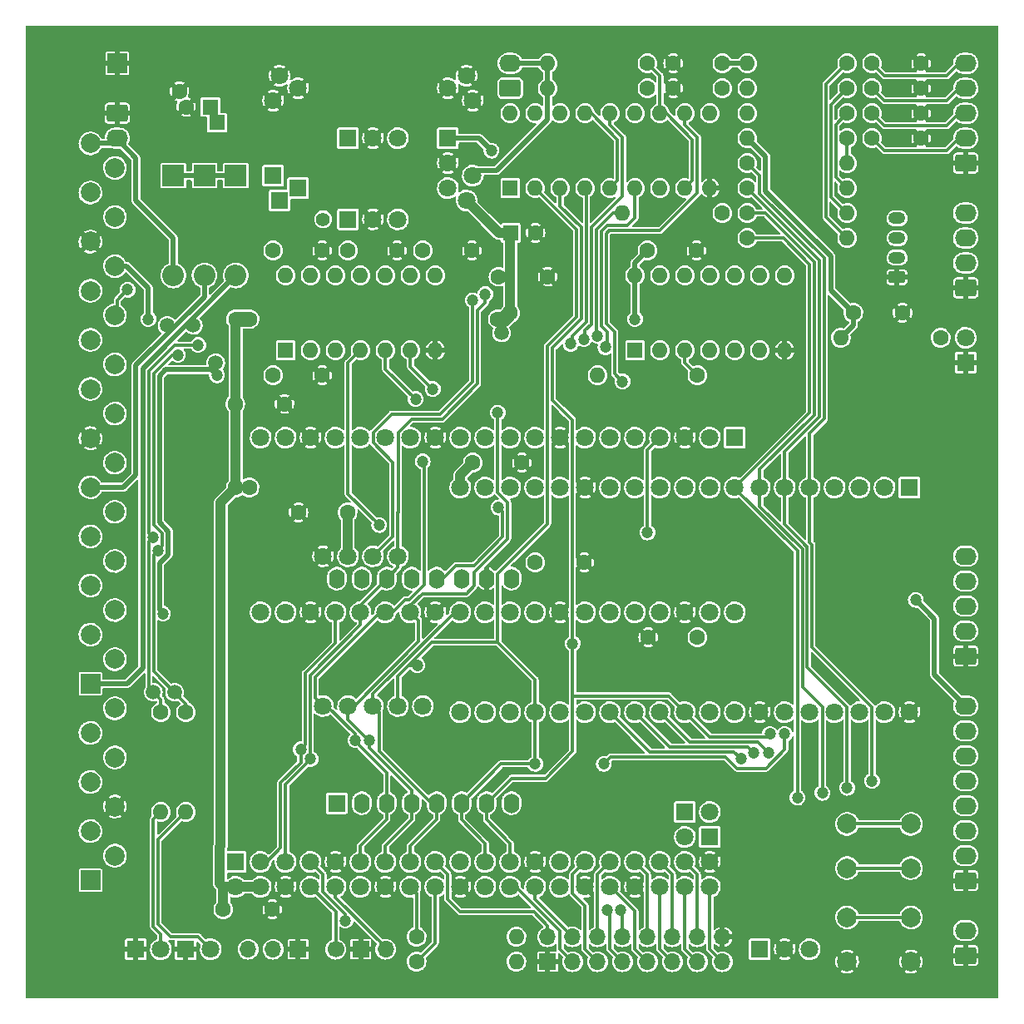
<source format=gbr>
%TF.GenerationSoftware,KiCad,Pcbnew,(6.0.9)*%
%TF.CreationDate,2022-12-06T19:52:46+01:00*%
%TF.ProjectId,SEU-M_1.04,5345552d-4d5f-4312-9e30-342e6b696361,1.04*%
%TF.SameCoordinates,Original*%
%TF.FileFunction,Copper,L1,Top*%
%TF.FilePolarity,Positive*%
%FSLAX46Y46*%
G04 Gerber Fmt 4.6, Leading zero omitted, Abs format (unit mm)*
G04 Created by KiCad (PCBNEW (6.0.9)) date 2022-12-06 19:52:46*
%MOMM*%
%LPD*%
G01*
G04 APERTURE LIST*
G04 Aperture macros list*
%AMRoundRect*
0 Rectangle with rounded corners*
0 $1 Rounding radius*
0 $2 $3 $4 $5 $6 $7 $8 $9 X,Y pos of 4 corners*
0 Add a 4 corners polygon primitive as box body*
4,1,4,$2,$3,$4,$5,$6,$7,$8,$9,$2,$3,0*
0 Add four circle primitives for the rounded corners*
1,1,$1+$1,$2,$3*
1,1,$1+$1,$4,$5*
1,1,$1+$1,$6,$7*
1,1,$1+$1,$8,$9*
0 Add four rect primitives between the rounded corners*
20,1,$1+$1,$2,$3,$4,$5,0*
20,1,$1+$1,$4,$5,$6,$7,0*
20,1,$1+$1,$6,$7,$8,$9,0*
20,1,$1+$1,$8,$9,$2,$3,0*%
G04 Aperture macros list end*
%TA.AperFunction,ComponentPad*%
%ADD10C,1.400000*%
%TD*%
%TA.AperFunction,ComponentPad*%
%ADD11R,1.800000X1.800000*%
%TD*%
%TA.AperFunction,ComponentPad*%
%ADD12C,1.800000*%
%TD*%
%TA.AperFunction,ComponentPad*%
%ADD13C,3.800000*%
%TD*%
%TA.AperFunction,ComponentPad*%
%ADD14C,2.400000*%
%TD*%
%TA.AperFunction,HeatsinkPad*%
%ADD15C,3.200000*%
%TD*%
%TA.AperFunction,ComponentPad*%
%ADD16C,2.000000*%
%TD*%
%TA.AperFunction,ComponentPad*%
%ADD17R,1.700000X1.700000*%
%TD*%
%TA.AperFunction,ComponentPad*%
%ADD18O,1.700000X1.700000*%
%TD*%
%TA.AperFunction,ComponentPad*%
%ADD19C,1.600000*%
%TD*%
%TA.AperFunction,ComponentPad*%
%ADD20RoundRect,0.250000X0.625000X-0.350000X0.625000X0.350000X-0.625000X0.350000X-0.625000X-0.350000X0*%
%TD*%
%TA.AperFunction,ComponentPad*%
%ADD21O,1.750000X1.200000*%
%TD*%
%TA.AperFunction,ComponentPad*%
%ADD22R,2.000000X2.000000*%
%TD*%
%TA.AperFunction,ComponentPad*%
%ADD23C,3.600000*%
%TD*%
%TA.AperFunction,ComponentPad*%
%ADD24O,1.600000X1.600000*%
%TD*%
%TA.AperFunction,ComponentPad*%
%ADD25R,1.600000X1.600000*%
%TD*%
%TA.AperFunction,ComponentPad*%
%ADD26R,2.200000X2.200000*%
%TD*%
%TA.AperFunction,ComponentPad*%
%ADD27O,2.200000X2.200000*%
%TD*%
%TA.AperFunction,ComponentPad*%
%ADD28C,1.700000*%
%TD*%
%TA.AperFunction,ComponentPad*%
%ADD29O,1.600000X2.000000*%
%TD*%
%TA.AperFunction,SMDPad,CuDef*%
%ADD30C,1.500000*%
%TD*%
%TA.AperFunction,ComponentPad*%
%ADD31RoundRect,0.250000X-0.845000X0.620000X-0.845000X-0.620000X0.845000X-0.620000X0.845000X0.620000X0*%
%TD*%
%TA.AperFunction,ComponentPad*%
%ADD32O,2.190000X1.740000*%
%TD*%
%TA.AperFunction,ComponentPad*%
%ADD33RoundRect,0.250000X0.845000X-0.620000X0.845000X0.620000X-0.845000X0.620000X-0.845000X-0.620000X0*%
%TD*%
%TA.AperFunction,ViaPad*%
%ADD34C,1.200000*%
%TD*%
%TA.AperFunction,ViaPad*%
%ADD35C,3.200000*%
%TD*%
%TA.AperFunction,ViaPad*%
%ADD36C,3.700000*%
%TD*%
%TA.AperFunction,ViaPad*%
%ADD37C,1.600000*%
%TD*%
%TA.AperFunction,Conductor*%
%ADD38C,0.300000*%
%TD*%
%TA.AperFunction,Conductor*%
%ADD39C,0.500000*%
%TD*%
%TA.AperFunction,Conductor*%
%ADD40C,1.000000*%
%TD*%
%TA.AperFunction,Conductor*%
%ADD41C,1.500000*%
%TD*%
G04 APERTURE END LIST*
D10*
%TO.P,M6,*%
%TO.N,*%
X107950000Y-53975000D03*
D11*
%TO.P,M6,1,IN*%
%TO.N,VDD*%
X110490000Y-45720000D03*
X110490000Y-53975000D03*
X102870000Y-49530000D03*
X103505000Y-52070000D03*
X120650000Y-45720000D03*
X105410000Y-50800000D03*
D12*
%TO.P,M6,2,GND*%
%TO.N,GND*%
X102870000Y-41910000D03*
X120650000Y-48260000D03*
X122555000Y-39370000D03*
X113030000Y-45720000D03*
X113030000Y-53975000D03*
X123190000Y-41910000D03*
X120650000Y-40640000D03*
X105410000Y-40640000D03*
X103505000Y-39370000D03*
D13*
X113030000Y-40005000D03*
D12*
%TO.P,M6,3,OUT*%
%TO.N,+5V*%
X123190000Y-49530000D03*
X115570000Y-45720000D03*
X122555000Y-52070000D03*
X115570000Y-53975000D03*
X120650000Y-50800000D03*
%TD*%
%TO.P,M4,1,G33*%
%TO.N,txd*%
X107950000Y-103520000D03*
%TO.P,M4,2,G23*%
%TO.N,rxd*%
X110490000Y-103520000D03*
%TO.P,M4,3,G19*%
%TO.N,polarity*%
X113030000Y-103520000D03*
%TO.P,M4,4,G22*%
%TO.N,power_relais*%
X115570000Y-103520000D03*
%TO.P,M4,5,3V3*%
%TO.N,unconnected-(M4-Pad5)*%
X118110000Y-103520000D03*
%TO.P,M4,7,G21*%
%TO.N,I2C_SCL*%
X115570000Y-88280000D03*
%TO.P,M4,8,G25*%
%TO.N,I2C_SDA*%
X113030000Y-88280000D03*
%TO.P,M4,9,+5V*%
%TO.N,+5V*%
X110490000Y-88280000D03*
%TO.P,M4,10,GND*%
%TO.N,GND*%
X107950000Y-88280000D03*
D14*
X115570000Y-95900000D03*
%TD*%
D11*
%TO.P,M2,1,GPIO0*%
%TO.N,unconnected-(M2-Pad1)*%
X149860000Y-76200000D03*
D12*
%TO.P,M2,2,GPIO1*%
%TO.N,unconnected-(M2-Pad2)*%
X147320000Y-76200000D03*
%TO.P,M2,3,GND*%
%TO.N,GND*%
X144780000Y-76200000D03*
%TO.P,M2,4,GPIO2*%
%TO.N,btn1*%
X142240000Y-76200000D03*
%TO.P,M2,5,GPIO3*%
%TO.N,btn2*%
X139700000Y-76200000D03*
%TO.P,M2,6,GPIO4*%
%TO.N,btn3*%
X137160000Y-76200000D03*
%TO.P,M2,7,GPIO5*%
%TO.N,btn4*%
X134620000Y-76200000D03*
%TO.P,M2,8,GND*%
%TO.N,GND*%
X132080000Y-76200000D03*
%TO.P,M2,9,GPIO6*%
%TO.N,unconnected-(M2-Pad9)*%
X129540000Y-76200000D03*
%TO.P,M2,10,GPIO7*%
%TO.N,unconnected-(M2-Pad10)*%
X127000000Y-76200000D03*
%TO.P,M2,11,GPIO8*%
%TO.N,unconnected-(M2-Pad11)*%
X124460000Y-76200000D03*
%TO.P,M2,12,GPIO9*%
%TO.N,unconnected-(M2-Pad12)*%
X121920000Y-76200000D03*
%TO.P,M2,13,GND*%
%TO.N,GND*%
X119380000Y-76200000D03*
%TO.P,M2,14,GPIO10*%
%TO.N,unconnected-(M2-Pad14)*%
X116840000Y-76200000D03*
%TO.P,M2,15,GPIO11*%
%TO.N,unconnected-(M2-Pad15)*%
X114300000Y-76200000D03*
%TO.P,M2,16,GPIO12*%
%TO.N,unconnected-(M2-Pad16)*%
X111760000Y-76200000D03*
%TO.P,M2,17,GPIO13*%
%TO.N,unconnected-(M2-Pad17)*%
X109220000Y-76200000D03*
%TO.P,M2,18,GND*%
%TO.N,GND*%
X106680000Y-76200000D03*
%TO.P,M2,19,GPIO14*%
%TO.N,unconnected-(M2-Pad19)*%
X104140000Y-76200000D03*
%TO.P,M2,20,GPIO15*%
%TO.N,unconnected-(M2-Pad20)*%
X101600000Y-76200000D03*
%TO.P,M2,21,GPIO16*%
%TO.N,power_relais*%
X101600000Y-93980000D03*
%TO.P,M2,22,GPIO17*%
%TO.N,aux_relais*%
X104140000Y-93980000D03*
%TO.P,M2,23,GND*%
%TO.N,GND*%
X106680000Y-93980000D03*
%TO.P,M2,24,GPIO18*%
%TO.N,I2C_SDA*%
X109220000Y-93980000D03*
%TO.P,M2,25,GPIO19*%
%TO.N,I2C_SCL*%
X111760000Y-93980000D03*
%TO.P,M2,26,GPIO20*%
%TO.N,txd*%
X114300000Y-93980000D03*
%TO.P,M2,27,GPIO21*%
%TO.N,rxd*%
X116840000Y-93980000D03*
%TO.P,M2,28,GND*%
%TO.N,GND*%
X119380000Y-93980000D03*
%TO.P,M2,29,GPIO22*%
%TO.N,polarity*%
X121920000Y-93980000D03*
%TO.P,M2,30,RUN*%
%TO.N,unconnected-(M2-Pad30)*%
X124460000Y-93980000D03*
%TO.P,M2,31,GPIO26_ADC0*%
%TO.N,unconnected-(M2-Pad31)*%
X127000000Y-93980000D03*
%TO.P,M2,32,GPIO27_ADC1*%
%TO.N,unconnected-(M2-Pad32)*%
X129540000Y-93980000D03*
%TO.P,M2,33,AGND*%
%TO.N,GND*%
X132080000Y-93980000D03*
%TO.P,M2,34,GPIO28_ADC2*%
%TO.N,unconnected-(M2-Pad34)*%
X134620000Y-93980000D03*
%TO.P,M2,35,ADC_VREF*%
%TO.N,unconnected-(M2-Pad35)*%
X137160000Y-93980000D03*
%TO.P,M2,36,3V3*%
%TO.N,unconnected-(M2-Pad36)*%
X139700000Y-93980000D03*
%TO.P,M2,37,3V3_EN*%
%TO.N,unconnected-(M2-Pad37)*%
X142240000Y-93980000D03*
%TO.P,M2,38,GND*%
%TO.N,GND*%
X144780000Y-93980000D03*
%TO.P,M2,39,VSYS*%
%TO.N,+5V*%
X147320000Y-93980000D03*
%TO.P,M2,40,VBUS*%
%TO.N,unconnected-(M2-Pad40)*%
X149860000Y-93980000D03*
%TD*%
D11*
%TO.P,M1,1,+3.3V_1*%
%TO.N,+3.3V*%
X99060000Y-119380000D03*
D12*
%TO.P,M1,2,+5V_1*%
%TO.N,+5V*%
X99060000Y-121920000D03*
%TO.P,M1,3,GPIO_2/[I2C]_SDA*%
%TO.N,I2C_SDA*%
X101600000Y-119380000D03*
%TO.P,M1,4,+5V_2*%
%TO.N,+5V*%
X101600000Y-121920000D03*
%TO.P,M1,5,GPIO_3/[I2C]_SCL*%
%TO.N,I2C_SCL*%
X104140000Y-119380000D03*
D15*
%TO.P,M1,6,GND_1*%
%TO.N,GND*%
X94190000Y-97960000D03*
X152190000Y-97960000D03*
X152190000Y-120960000D03*
D12*
X104140000Y-121920000D03*
D15*
X94190000Y-120960000D03*
D12*
%TO.P,M1,7,GPIO_4/GPCLK0*%
%TO.N,x1*%
X106680000Y-119380000D03*
%TO.P,M1,8,GPIO_14/[UART]_TXD0*%
%TO.N,uart_txd*%
X106680000Y-121920000D03*
%TO.P,M1,9,GND_2*%
%TO.N,GND*%
X109220000Y-119380000D03*
%TO.P,M1,10,GPIO_15/[UART]_RXD0*%
%TO.N,uart_rxd*%
X109220000Y-121920000D03*
%TO.P,M1,11,GPIO_17/SPI1_CS1*%
%TO.N,txd*%
X111760000Y-119380000D03*
%TO.P,M1,12,GPIO_18/PWM0/SPI1_CS0*%
%TO.N,NEO*%
X111760000Y-121920000D03*
%TO.P,M1,13,GPIO27*%
%TO.N,rxd*%
X114300000Y-119380000D03*
%TO.P,M1,14,GND_3*%
%TO.N,GND*%
X114300000Y-121920000D03*
%TO.P,M1,15,GPIO_22*%
%TO.N,polarity*%
X116840000Y-119380000D03*
%TO.P,M1,16,GPIO_23*%
%TO.N,LED-R*%
X116840000Y-121920000D03*
%TO.P,M1,17,+3.3V_2*%
%TO.N,+3.3V*%
X119380000Y-119380000D03*
%TO.P,M1,18,GPIO_24*%
%TO.N,LED-G*%
X119380000Y-121920000D03*
%TO.P,M1,19,GPIO_10/SPI0_MOSI*%
%TO.N,/NSW*%
X121920000Y-119380000D03*
%TO.P,M1,20,GND_4*%
%TO.N,GND*%
X121920000Y-121920000D03*
%TO.P,M1,21,GPIO_9/SPI0_MISO*%
%TO.N,power_relais*%
X124460000Y-119380000D03*
%TO.P,M1,22,GPIO_25*%
%TO.N,x2*%
X124460000Y-121920000D03*
%TO.P,M1,23,GPIO_11/SPI0_SCLK*%
%TO.N,aux_relais*%
X127000000Y-119380000D03*
%TO.P,M1,24,GPIO_8/SPI0_CE1_N*%
%TO.N,btn1*%
X127000000Y-121920000D03*
%TO.P,M1,25,GND_5*%
%TO.N,GND*%
X129540000Y-119380000D03*
%TO.P,M1,26,GPIO_7/SPI0_CE2_N*%
%TO.N,btn2*%
X129540000Y-121920000D03*
%TO.P,M1,27,DNC_1*%
%TO.N,unconnected-(M1-Pad27)*%
X132080000Y-119380000D03*
%TO.P,M1,28,DNC_2*%
%TO.N,unconnected-(M1-Pad28)*%
X132080000Y-121920000D03*
%TO.P,M1,29,GPIO5//GPCLK1*%
%TO.N,btn3*%
X134620000Y-119380000D03*
%TO.P,M1,30,GND_6*%
%TO.N,GND*%
X134620000Y-121920000D03*
%TO.P,M1,31,GPIO6/GPCLK2*%
%TO.N,btn4*%
X137160000Y-119380000D03*
%TO.P,M1,32,GPIO12/PWM0*%
%TO.N,x3*%
X137160000Y-121920000D03*
%TO.P,M1,33,GPIO13/PWM1*%
%TO.N,x4*%
X139700000Y-119380000D03*
%TO.P,M1,34,GND_7*%
%TO.N,GND*%
X139700000Y-121920000D03*
%TO.P,M1,35,GPIO19/SPI0_MISO1/PWM1*%
%TO.N,x6*%
X142240000Y-119380000D03*
%TO.P,M1,36,GPIO16/SPI1_CS2*%
%TO.N,x5*%
X142240000Y-121920000D03*
%TO.P,M1,37,GPIO26*%
%TO.N,x8*%
X144780000Y-119380000D03*
%TO.P,M1,38,GPIO20/SPI0_MOSI1*%
%TO.N,x7*%
X144780000Y-121920000D03*
%TO.P,M1,39,GND_8*%
%TO.N,GND*%
X147320000Y-119380000D03*
%TO.P,M1,40,GPIO21/SPI0_SCLK1*%
%TO.N,off*%
X147320000Y-121920000D03*
D11*
%TO.P,M1,41,RUN_1*%
%TO.N,Net-(M1-Pad41)*%
X147320000Y-116840000D03*
D12*
%TO.P,M1,42,RUN_2*%
%TO.N,Net-(M1-Pad42)*%
X144780000Y-116840000D03*
D11*
%TO.P,M1,43,TV_+*%
%TO.N,unconnected-(M1-Pad43)*%
X144780000Y-114300000D03*
D12*
%TO.P,M1,44,TV_-*%
%TO.N,unconnected-(M1-Pad44)*%
X147320000Y-114300000D03*
%TD*%
D11*
%TO.P,D4,1,A1*%
%TO.N,Net-(D4-Pad1)*%
X152400000Y-128270000D03*
D12*
%TO.P,D4,2,K*%
%TO.N,GND*%
X154940000Y-128270000D03*
%TO.P,D4,3,A2*%
%TO.N,Net-(D4-Pad3)*%
X157480000Y-128270000D03*
%TD*%
D16*
%TO.P,SW2,1,1*%
%TO.N,Net-(M1-Pad41)*%
X161290000Y-120015000D03*
X167790000Y-120015000D03*
%TO.P,SW2,2,2*%
%TO.N,Net-(M1-Pad42)*%
X161290000Y-115515000D03*
X167790000Y-115515000D03*
%TD*%
D11*
%TO.P,D6,1,KA*%
%TO.N,GND*%
X93980000Y-128270000D03*
D12*
%TO.P,D6,2,AK*%
%TO.N,Net-(D6-Pad2)*%
X96520000Y-128270000D03*
%TD*%
D17*
%TO.P,J13,1,Pin_1*%
%TO.N,GND*%
X105410000Y-128270000D03*
D18*
%TO.P,J13,2,Pin_2*%
%TO.N,NEO*%
X102870000Y-128270000D03*
%TO.P,J13,3,Pin_3*%
%TO.N,+5V*%
X100330000Y-128270000D03*
%TD*%
D16*
%TO.P,SW1,2,2*%
%TO.N,off*%
X161290000Y-125040000D03*
X167790000Y-125040000D03*
%TO.P,SW1,1,1*%
%TO.N,GND*%
X167790000Y-129540000D03*
X161290000Y-129540000D03*
%TD*%
D19*
%TO.P,C11,1*%
%TO.N,+5V*%
X97790000Y-124206000D03*
%TO.P,C11,2*%
%TO.N,GND*%
X102790000Y-124206000D03*
%TD*%
D20*
%TO.P,J2,1,Pin_1*%
%TO.N,GND*%
X166370000Y-59880000D03*
D21*
%TO.P,J2,2,Pin_2*%
%TO.N,+5V*%
X166370000Y-57880000D03*
%TO.P,J2,3,Pin_3*%
%TO.N,I2C_SDA*%
X166370000Y-55880000D03*
%TO.P,J2,4,Pin_4*%
%TO.N,I2C_SCL*%
X166370000Y-53880000D03*
%TD*%
D22*
%TO.P,J1,1,Pin_1*%
%TO.N,unconnected-(J1-Pad1)*%
X84270000Y-121250000D03*
D16*
%TO.P,J1,2,Pin_2*%
%TO.N,AGT_A*%
X86770000Y-118750000D03*
%TO.P,J1,3,Pin_3*%
%TO.N,AGT_B*%
X84270000Y-116250000D03*
D23*
%TO.P,J1,4,Pin_4*%
%TO.N,GND*%
X81770000Y-126250000D03*
X81770000Y-41250000D03*
D16*
X86770000Y-113750000D03*
%TO.P,J1,5,Pin_5*%
%TO.N,unconnected-(J1-Pad5)*%
X84270000Y-111250000D03*
%TO.P,J1,6,Pin_6*%
%TO.N,unconnected-(J1-Pad6)*%
X86770000Y-108750000D03*
%TO.P,J1,7,Pin_7*%
%TO.N,unconnected-(J1-Pad7)*%
X84270000Y-106250000D03*
%TO.P,J1,8,Pin_8*%
%TO.N,unconnected-(J1-Pad8)*%
X86770000Y-103750000D03*
D22*
%TO.P,J1,9,Pin_9*%
%TO.N,AGT_T+12V*%
X84270000Y-101250000D03*
D16*
%TO.P,J1,10,Pin_10*%
%TO.N,Net-(J1-Pad10)*%
X86770000Y-98750000D03*
%TO.P,J1,11,Pin_11*%
%TO.N,AGT_T-12V*%
X84270000Y-96250000D03*
%TO.P,J1,12,Pin_12*%
%TO.N,AGT_RXD*%
X86770000Y-93750000D03*
%TO.P,J1,13,Pin_13*%
%TO.N,unconnected-(J1-Pad13)*%
X84270000Y-91250000D03*
%TO.P,J1,14,Pin_14*%
%TO.N,unconnected-(J1-Pad14)*%
X86770000Y-88750000D03*
%TO.P,J1,15,Pin_15*%
%TO.N,AGT_TXD*%
X84270000Y-86250000D03*
%TO.P,J1,16,Pin_16*%
%TO.N,unconnected-(J1-Pad16)*%
X86770000Y-83750000D03*
%TO.P,J1,17,Pin_17*%
%TO.N,AGT_B+12V*%
X84270000Y-81250000D03*
%TO.P,J1,18,Pin_18*%
%TO.N,unconnected-(J1-Pad18)*%
X86770000Y-78750000D03*
%TO.P,J1,19,Pin_19*%
%TO.N,GND*%
X84270000Y-76250000D03*
%TO.P,J1,20,Pin_20*%
%TO.N,unconnected-(J1-Pad20)*%
X86770000Y-73750000D03*
%TO.P,J1,21,Pin_21*%
%TO.N,unconnected-(J1-Pad21)*%
X84270000Y-71250000D03*
%TO.P,J1,22,Pin_22*%
%TO.N,unconnected-(J1-Pad22)*%
X86770000Y-68750000D03*
%TO.P,J1,23,Pin_23*%
%TO.N,unconnected-(J1-Pad23)*%
X84270000Y-66250000D03*
%TO.P,J1,24,Pin_24*%
%TO.N,I2C_SCL*%
X86770000Y-63750000D03*
%TO.P,J1,25,Pin_25*%
%TO.N,I2C_SDA*%
X84270000Y-61250000D03*
%TO.P,J1,26,Pin_26*%
%TO.N,+5V*%
X86770000Y-58750000D03*
%TO.P,J1,27,Pin_27*%
%TO.N,GND*%
X84270000Y-56250000D03*
%TO.P,J1,28,Pin_28*%
%TO.N,VDD*%
X86770000Y-53750000D03*
%TO.P,J1,29,Pin_29*%
%TO.N,EXT_AUX_RELAIS*%
X84270000Y-51250000D03*
%TO.P,J1,30,Pin_30*%
%TO.N,EXT_POWER_RELAIS*%
X86770000Y-48750000D03*
%TO.P,J1,31,Pin_31*%
%TO.N,EXT_+20V*%
X84270000Y-46250000D03*
%TD*%
D19*
%TO.P,C3,1*%
%TO.N,Net-(C3-Pad1)*%
X163830000Y-43180000D03*
%TO.P,C3,2*%
%TO.N,GND*%
X168830000Y-43180000D03*
%TD*%
%TO.P,R13,1*%
%TO.N,btn2*%
X151130000Y-50800000D03*
D24*
%TO.P,R13,2*%
%TO.N,Net-(C3-Pad1)*%
X161290000Y-50800000D03*
%TD*%
D25*
%TO.P,U1,1,I1*%
%TO.N,power_relais*%
X127000000Y-50800000D03*
D24*
%TO.P,U1,2,I2*%
X129540000Y-50800000D03*
%TO.P,U1,3,I3*%
%TO.N,aux_relais*%
X132080000Y-50800000D03*
%TO.P,U1,4,I4*%
%TO.N,txd*%
X134620000Y-50800000D03*
%TO.P,U1,5,I5*%
%TO.N,/nTXD*%
X137160000Y-50800000D03*
%TO.P,U1,6,I6*%
%TO.N,polarity*%
X139700000Y-50800000D03*
%TO.P,U1,7,I7*%
%TO.N,Net-(R5-Pad1)*%
X142240000Y-50800000D03*
%TO.P,U1,8,I8*%
%TO.N,/nAGT_RXD*%
X144780000Y-50800000D03*
%TO.P,U1,9,GND*%
%TO.N,GND*%
X147320000Y-50800000D03*
%TO.P,U1,10,COM*%
%TO.N,VDD*%
X147320000Y-43180000D03*
%TO.P,U1,11,O8*%
%TO.N,Net-(JP5-Pad1)*%
X144780000Y-43180000D03*
%TO.P,U1,12,O7*%
%TO.N,/nAGT_RXD*%
X142240000Y-43180000D03*
%TO.P,U1,13,O6*%
%TO.N,Net-(JP4-Pad1)*%
X139700000Y-43180000D03*
%TO.P,U1,14,O5*%
X137160000Y-43180000D03*
%TO.P,U1,15,O4*%
%TO.N,/nTXD*%
X134620000Y-43180000D03*
%TO.P,U1,16,O3*%
%TO.N,EXT_AUX_RELAIS*%
X132080000Y-43180000D03*
%TO.P,U1,17,O2*%
%TO.N,EXT_POWER_RELAIS*%
X129540000Y-43180000D03*
%TO.P,U1,18,O1*%
X127000000Y-43180000D03*
%TD*%
D19*
%TO.P,C2,1*%
%TO.N,Net-(C2-Pad1)*%
X163830000Y-40640000D03*
%TO.P,C2,2*%
%TO.N,GND*%
X168830000Y-40640000D03*
%TD*%
%TO.P,R11,1*%
%TO.N,btn4*%
X151130000Y-55880000D03*
D24*
%TO.P,R11,2*%
%TO.N,Net-(C1-Pad1)*%
X161290000Y-55880000D03*
%TD*%
D19*
%TO.P,C19,1*%
%TO.N,GND*%
X130810000Y-59817000D03*
%TO.P,C19,2*%
%TO.N,+5V*%
X125810000Y-59817000D03*
%TD*%
D26*
%TO.P,D3,1,K*%
%TO.N,VDD*%
X92710000Y-49530000D03*
D27*
%TO.P,D3,2,A*%
%TO.N,EXT_+20V*%
X92710000Y-59690000D03*
%TD*%
D19*
%TO.P,C12,1*%
%TO.N,VDD*%
X148590000Y-40640000D03*
%TO.P,C12,2*%
%TO.N,GND*%
X143590000Y-40640000D03*
%TD*%
%TO.P,C1,1*%
%TO.N,Net-(C1-Pad1)*%
X163830000Y-38100000D03*
%TO.P,C1,2*%
%TO.N,GND*%
X168830000Y-38100000D03*
%TD*%
D22*
%TO.P,J6,1,Pin_1*%
%TO.N,GND*%
X86995000Y-38100000D03*
%TD*%
D18*
%TO.P,J8,3,Pin_3*%
%TO.N,uart_rxd*%
X114315000Y-128270000D03*
D17*
%TO.P,J8,2,Pin_2*%
%TO.N,GND*%
X111775000Y-128270000D03*
D28*
%TO.P,J8,1,Pin_1*%
%TO.N,uart_txd*%
X109235000Y-128270000D03*
%TD*%
D19*
%TO.P,C16,1*%
%TO.N,GND*%
X145970000Y-57150000D03*
%TO.P,C16,2*%
%TO.N,+5V*%
X140970000Y-57150000D03*
%TD*%
D11*
%TO.P,M5,1,~{RST}*%
%TO.N,unconnected-(M5-Pad1)*%
X109347000Y-113411000D03*
D29*
%TO.P,M5,2,A0*%
%TO.N,unconnected-(M5-Pad2)*%
X111887000Y-113411000D03*
%TO.P,M5,3,D0*%
%TO.N,txd*%
X114427000Y-113411000D03*
%TO.P,M5,4,SCK/D5*%
%TO.N,rxd*%
X116967000Y-113411000D03*
%TO.P,M5,5,MISO/D6*%
%TO.N,polarity*%
X119507000Y-113411000D03*
%TO.P,M5,6,MOSI/D7*%
%TO.N,power_relais*%
X122047000Y-113411000D03*
%TO.P,M5,7,CS/D8*%
%TO.N,aux_relais*%
X124587000Y-113411000D03*
%TO.P,M5,8,3V3*%
%TO.N,unconnected-(M5-Pad8)*%
X127127000Y-113411000D03*
%TO.P,M5,9,5V*%
%TO.N,+5V*%
X127127000Y-90551000D03*
%TO.P,M5,10,GND*%
%TO.N,GND*%
X124587000Y-90551000D03*
%TO.P,M5,11,D4*%
%TO.N,unconnected-(M5-Pad11)*%
X122047000Y-90551000D03*
%TO.P,M5,12,D3*%
%TO.N,btn1*%
X119507000Y-90551000D03*
%TO.P,M5,13,SDA/D2*%
%TO.N,I2C_SDA*%
X116967000Y-90551000D03*
%TO.P,M5,14,SCL/D1*%
%TO.N,I2C_SCL*%
X114427000Y-90551000D03*
%TO.P,M5,15,RX*%
%TO.N,unconnected-(M5-Pad15)*%
X111887000Y-90551000D03*
%TO.P,M5,16,TX*%
%TO.N,unconnected-(M5-Pad16)*%
X109347000Y-90551000D03*
%TD*%
D19*
%TO.P,R12,1*%
%TO.N,btn3*%
X151130000Y-53340000D03*
D24*
%TO.P,R12,2*%
%TO.N,Net-(C2-Pad1)*%
X161290000Y-53340000D03*
%TD*%
D19*
%TO.P,C20,1*%
%TO.N,+5V*%
X129540000Y-88900000D03*
%TO.P,C20,2*%
%TO.N,GND*%
X134540000Y-88900000D03*
%TD*%
%TO.P,R17,1*%
%TO.N,Net-(D7-Pad2)*%
X170815000Y-66040000D03*
D24*
%TO.P,R17,2*%
%TO.N,+5V*%
X160655000Y-66040000D03*
%TD*%
D19*
%TO.P,C4,1*%
%TO.N,Net-(C4-Pad1)*%
X163830000Y-45720000D03*
%TO.P,C4,2*%
%TO.N,GND*%
X168830000Y-45720000D03*
%TD*%
%TO.P,R3,1*%
%TO.N,Net-(C3-Pad1)*%
X161290000Y-43180000D03*
D24*
%TO.P,R3,2*%
%TO.N,+5V*%
X151130000Y-43180000D03*
%TD*%
D30*
%TO.P,TP1,1,1*%
%TO.N,AGT_T+12V*%
X94742000Y-64770000D03*
%TD*%
D31*
%TO.P,J12,1,Pin_1*%
%TO.N,GND*%
X86995000Y-43180000D03*
D32*
%TO.P,J12,2,Pin_2*%
%TO.N,EXT_+20V*%
X86995000Y-45720000D03*
%TD*%
D19*
%TO.P,R2,1*%
%TO.N,Net-(C2-Pad1)*%
X161290000Y-40640000D03*
D24*
%TO.P,R2,2*%
%TO.N,+5V*%
X151130000Y-40640000D03*
%TD*%
D33*
%TO.P,J10,1,Pin_1*%
%TO.N,GND*%
X173355000Y-121285000D03*
D32*
%TO.P,J10,2,Pin_2*%
%TO.N,txd*%
X173355000Y-118745000D03*
%TO.P,J10,3,Pin_3*%
%TO.N,rxd*%
X173355000Y-116205000D03*
%TO.P,J10,4,Pin_4*%
%TO.N,polarity*%
X173355000Y-113665000D03*
%TO.P,J10,5,Pin_5*%
%TO.N,power_relais*%
X173355000Y-111125000D03*
%TO.P,J10,6,Pin_6*%
%TO.N,aux_relais*%
X173355000Y-108585000D03*
%TO.P,J10,7,Pin_7*%
%TO.N,unconnected-(J10-Pad7)*%
X173355000Y-106045000D03*
%TO.P,J10,8,Pin_8*%
%TO.N,+5V*%
X173355000Y-103505000D03*
%TD*%
D19*
%TO.P,C13,1*%
%TO.N,AGT_T+12V*%
X102870000Y-57150000D03*
%TO.P,C13,2*%
%TO.N,GND*%
X107870000Y-57150000D03*
%TD*%
D17*
%TO.P,J5,1,Pin_1*%
%TO.N,GND*%
X130810000Y-129540000D03*
D18*
%TO.P,J5,2,Pin_2*%
%TO.N,+3.3V*%
X130810000Y-127000000D03*
%TO.P,J5,3,Pin_3*%
%TO.N,btn1*%
X133350000Y-129540000D03*
%TO.P,J5,4,Pin_4*%
%TO.N,btn2*%
X133350000Y-127000000D03*
%TO.P,J5,5,Pin_5*%
%TO.N,btn3*%
X135890000Y-129540000D03*
%TO.P,J5,6,Pin_6*%
%TO.N,btn4*%
X135890000Y-127000000D03*
%TO.P,J5,7,Pin_7*%
%TO.N,x1*%
X138430000Y-129540000D03*
%TO.P,J5,8,Pin_8*%
%TO.N,x2*%
X138430000Y-127000000D03*
%TO.P,J5,9,Pin_9*%
%TO.N,x3*%
X140970000Y-129540000D03*
%TO.P,J5,10,Pin_10*%
%TO.N,x4*%
X140970000Y-127000000D03*
%TO.P,J5,11,Pin_11*%
%TO.N,x5*%
X143510000Y-129540000D03*
%TO.P,J5,12,Pin_12*%
%TO.N,x6*%
X143510000Y-127000000D03*
%TO.P,J5,13,Pin_13*%
%TO.N,x7*%
X146050000Y-129540000D03*
%TO.P,J5,14,Pin_14*%
%TO.N,x8*%
X146050000Y-127000000D03*
%TO.P,J5,15,Pin_15*%
%TO.N,off*%
X148590000Y-129540000D03*
%TO.P,J5,16,Pin_16*%
%TO.N,GND*%
X148590000Y-127000000D03*
%TD*%
D30*
%TO.P,TP3,1,1*%
%TO.N,AGT_B+12V*%
X92075000Y-64770000D03*
%TD*%
D33*
%TO.P,J4,1,Pin_1*%
%TO.N,GND*%
X173355000Y-48260000D03*
D32*
%TO.P,J4,2,Pin_2*%
%TO.N,Net-(C4-Pad1)*%
X173355000Y-45720000D03*
%TO.P,J4,3,Pin_3*%
%TO.N,Net-(C3-Pad1)*%
X173355000Y-43180000D03*
%TO.P,J4,4,Pin_4*%
%TO.N,Net-(C2-Pad1)*%
X173355000Y-40640000D03*
%TO.P,J4,5,Pin_5*%
%TO.N,Net-(C1-Pad1)*%
X173355000Y-38100000D03*
%TD*%
D33*
%TO.P,J11,1,Pin_1*%
%TO.N,GND*%
X173355000Y-98425000D03*
D32*
%TO.P,J11,2,Pin_2*%
%TO.N,unconnected-(J11-Pad2)*%
X173355000Y-95885000D03*
%TO.P,J11,3,Pin_3*%
%TO.N,unconnected-(J11-Pad3)*%
X173355000Y-93345000D03*
%TO.P,J11,4,Pin_4*%
%TO.N,unconnected-(J11-Pad4)*%
X173355000Y-90805000D03*
%TO.P,J11,5,Pin_5*%
%TO.N,unconnected-(J11-Pad5)*%
X173355000Y-88265000D03*
%TD*%
D25*
%TO.P,U2,1,VCC-*%
%TO.N,AGT_T-12V*%
X104140000Y-67310000D03*
D24*
%TO.P,U2,2,1A*%
%TO.N,unconnected-(U2-Pad2)*%
X106680000Y-67310000D03*
%TO.P,U2,3,1Y*%
%TO.N,unconnected-(U2-Pad3)*%
X109220000Y-67310000D03*
%TO.P,U2,4,2A*%
%TO.N,polarity*%
X111760000Y-67310000D03*
%TO.P,U2,5,2B*%
%TO.N,txd*%
X114300000Y-67310000D03*
%TO.P,U2,6,2Y*%
%TO.N,Net-(JP3-Pad1)*%
X116840000Y-67310000D03*
%TO.P,U2,7,GND*%
%TO.N,GND*%
X119380000Y-67310000D03*
%TO.P,U2,8,3Y*%
%TO.N,unconnected-(U2-Pad8)*%
X119380000Y-59690000D03*
%TO.P,U2,9,3A*%
%TO.N,unconnected-(U2-Pad9)*%
X116840000Y-59690000D03*
%TO.P,U2,10,3B*%
%TO.N,unconnected-(U2-Pad10)*%
X114300000Y-59690000D03*
%TO.P,U2,11,4Y*%
%TO.N,unconnected-(U2-Pad11)*%
X111760000Y-59690000D03*
%TO.P,U2,12,4A*%
%TO.N,unconnected-(U2-Pad12)*%
X109220000Y-59690000D03*
%TO.P,U2,13,4B*%
%TO.N,unconnected-(U2-Pad13)*%
X106680000Y-59690000D03*
%TO.P,U2,14,VCC_+*%
%TO.N,AGT_T+12V*%
X104140000Y-59690000D03*
%TD*%
D19*
%TO.P,R10,1*%
%TO.N,LED-G*%
X117475000Y-129540000D03*
D24*
%TO.P,R10,2*%
%TO.N,Net-(D4-Pad3)*%
X127635000Y-129540000D03*
%TD*%
D11*
%TO.P,D5,1,KA*%
%TO.N,GND*%
X88900000Y-128270000D03*
D12*
%TO.P,D5,2,AK*%
%TO.N,Net-(D5-Pad2)*%
X91440000Y-128270000D03*
%TD*%
D19*
%TO.P,C14,1*%
%TO.N,+5V*%
X123190000Y-78740000D03*
%TO.P,C14,2*%
%TO.N,GND*%
X128190000Y-78740000D03*
%TD*%
D30*
%TO.P,TP5,1,1*%
%TO.N,AGT_RXD*%
X92837000Y-102108000D03*
%TD*%
D19*
%TO.P,C15,1*%
%TO.N,AGT_T-12V*%
X102870000Y-69850000D03*
%TO.P,C15,2*%
%TO.N,GND*%
X107870000Y-69850000D03*
%TD*%
%TO.P,R7,1*%
%TO.N,/nAGT_RXD*%
X140970000Y-38100000D03*
D24*
%TO.P,R7,2*%
%TO.N,+5V*%
X130810000Y-38100000D03*
%TD*%
D19*
%TO.P,R8,1*%
%TO.N,Net-(R8-Pad1)*%
X146050000Y-69850000D03*
D24*
%TO.P,R8,2*%
%TO.N,Net-(JP2-Pad1)*%
X135890000Y-69850000D03*
%TD*%
D19*
%TO.P,C17,1*%
%TO.N,GND*%
X141050000Y-96520000D03*
%TO.P,C17,2*%
%TO.N,+5V*%
X146050000Y-96520000D03*
%TD*%
%TO.P,C5,1*%
%TO.N,+5V*%
X148590000Y-38100000D03*
%TO.P,C5,2*%
%TO.N,GND*%
X143590000Y-38100000D03*
%TD*%
D26*
%TO.P,D2,1,K*%
%TO.N,VDD*%
X95885000Y-49530000D03*
D27*
%TO.P,D2,2,A*%
%TO.N,AGT_B+12V*%
X95885000Y-59690000D03*
%TD*%
D11*
%TO.P,M3,1,3V3*%
%TO.N,unconnected-(M3-Pad1)*%
X167640000Y-81280000D03*
D12*
%TO.P,M3,2,EN*%
%TO.N,unconnected-(M3-Pad2)*%
X165100000Y-81280000D03*
%TO.P,M3,3,SENSOR_VP*%
%TO.N,unconnected-(M3-Pad3)*%
X162560000Y-81280000D03*
%TO.P,M3,4,SENSOR_VN*%
%TO.N,unconnected-(M3-Pad4)*%
X160020000Y-81280000D03*
%TO.P,M3,5,IO34*%
%TO.N,btn1*%
X157480000Y-81280000D03*
%TO.P,M3,6,IO35*%
%TO.N,btn2*%
X154940000Y-81280000D03*
%TO.P,M3,7,IO32*%
%TO.N,btn3*%
X152400000Y-81280000D03*
%TO.P,M3,8,IO33*%
%TO.N,btn4*%
X149860000Y-81280000D03*
%TO.P,M3,9,IO25*%
%TO.N,unconnected-(M3-Pad9)*%
X147320000Y-81280000D03*
%TO.P,M3,10,IO26*%
%TO.N,unconnected-(M3-Pad10)*%
X144780000Y-81280000D03*
%TO.P,M3,11,IO27*%
%TO.N,unconnected-(M3-Pad11)*%
X142240000Y-81280000D03*
%TO.P,M3,12,IO14*%
%TO.N,unconnected-(M3-Pad12)*%
X139700000Y-81280000D03*
%TO.P,M3,13,IO12*%
%TO.N,unconnected-(M3-Pad13)*%
X137160000Y-81280000D03*
%TO.P,M3,14,GND1*%
%TO.N,GND*%
X134620000Y-81280000D03*
%TO.P,M3,15,IO13*%
%TO.N,unconnected-(M3-Pad15)*%
X132080000Y-81280000D03*
%TO.P,M3,16,SD2*%
%TO.N,unconnected-(M3-Pad16)*%
X129540000Y-81280000D03*
%TO.P,M3,17,SD3*%
%TO.N,unconnected-(M3-Pad17)*%
X127000000Y-81280000D03*
%TO.P,M3,18,CMD*%
%TO.N,unconnected-(M3-Pad18)*%
X124460000Y-81280000D03*
%TO.P,M3,19,EXT_5V*%
%TO.N,+5V*%
X121920000Y-81280000D03*
%TO.P,M3,20,GND3*%
%TO.N,GND*%
X167640000Y-104140000D03*
%TO.P,M3,21,IO23*%
%TO.N,unconnected-(M3-Pad21)*%
X165100000Y-104140000D03*
%TO.P,M3,22,IO22*%
%TO.N,unconnected-(M3-Pad22)*%
X162560000Y-104140000D03*
%TO.P,M3,23,TXD0*%
%TO.N,unconnected-(M3-Pad23)*%
X160020000Y-104140000D03*
%TO.P,M3,24,RXD0*%
%TO.N,unconnected-(M3-Pad24)*%
X157480000Y-104140000D03*
%TO.P,M3,25,IO21*%
%TO.N,unconnected-(M3-Pad25)*%
X154940000Y-104140000D03*
%TO.P,M3,26,GND2*%
%TO.N,GND*%
X152400000Y-104140000D03*
%TO.P,M3,27,IO19*%
%TO.N,I2C_SCL*%
X149860000Y-104140000D03*
%TO.P,M3,28,IO18*%
%TO.N,I2C_SDA*%
X147320000Y-104140000D03*
%TO.P,M3,29,IO5*%
%TO.N,aux_relais*%
X144780000Y-104140000D03*
%TO.P,M3,30,IO17*%
%TO.N,rxd*%
X142240000Y-104140000D03*
%TO.P,M3,31,IO16*%
%TO.N,polarity*%
X139700000Y-104140000D03*
%TO.P,M3,32,IO4*%
%TO.N,txd*%
X137160000Y-104140000D03*
%TO.P,M3,33,IO0*%
%TO.N,unconnected-(M3-Pad33)*%
X134620000Y-104140000D03*
%TO.P,M3,34,IO2*%
%TO.N,unconnected-(M3-Pad34)*%
X132080000Y-104140000D03*
%TO.P,M3,35,IO15*%
%TO.N,power_relais*%
X129540000Y-104140000D03*
%TO.P,M3,36,SD1*%
%TO.N,unconnected-(M3-Pad36)*%
X127000000Y-104140000D03*
%TO.P,M3,37,SD0*%
%TO.N,unconnected-(M3-Pad37)*%
X124460000Y-104140000D03*
%TO.P,M3,38,CLK*%
%TO.N,unconnected-(M3-Pad38)*%
X121920000Y-104140000D03*
%TD*%
D25*
%TO.P,C10,1*%
%TO.N,+5V*%
X127064888Y-55372000D03*
D19*
%TO.P,C10,2*%
%TO.N,GND*%
X129564888Y-55372000D03*
%TD*%
%TO.P,C9,1*%
%TO.N,+5V*%
X161925000Y-63500000D03*
%TO.P,C9,2*%
%TO.N,GND*%
X166925000Y-63500000D03*
%TD*%
%TO.P,C21,1*%
%TO.N,+5V*%
X110450000Y-83820000D03*
%TO.P,C21,2*%
%TO.N,GND*%
X105450000Y-83820000D03*
%TD*%
D26*
%TO.P,D1,1,K*%
%TO.N,VDD*%
X99060000Y-49530000D03*
D27*
%TO.P,D1,2,A*%
%TO.N,AGT_T+12V*%
X99060000Y-59690000D03*
%TD*%
D19*
%TO.P,R16,1*%
%TO.N,AGT_RXD*%
X93980000Y-104140000D03*
D24*
%TO.P,R16,2*%
%TO.N,Net-(D6-Pad2)*%
X93980000Y-114300000D03*
%TD*%
D30*
%TO.P,TP2,1,1*%
%TO.N,AGT_T-12V*%
X97028000Y-68580000D03*
%TD*%
D33*
%TO.P,J3,1,Pin_1*%
%TO.N,GND*%
X173355000Y-60960000D03*
D32*
%TO.P,J3,2,Pin_2*%
%TO.N,+5V*%
X173355000Y-58420000D03*
%TO.P,J3,3,Pin_3*%
%TO.N,I2C_SDA*%
X173355000Y-55880000D03*
%TO.P,J3,4,Pin_4*%
%TO.N,I2C_SCL*%
X173355000Y-53340000D03*
%TD*%
D19*
%TO.P,R5,1*%
%TO.N,Net-(R5-Pad1)*%
X148590000Y-53340000D03*
D24*
%TO.P,R5,2*%
%TO.N,AGT_RXD*%
X138430000Y-53340000D03*
%TD*%
D33*
%TO.P,J7,1,Pin_1*%
%TO.N,GND*%
X173355000Y-128905000D03*
D32*
%TO.P,J7,2,Pin_2*%
%TO.N,off*%
X173355000Y-126365000D03*
%TD*%
D33*
%TO.P,J9,1,Pin_1*%
%TO.N,EXT_POWER_RELAIS*%
X127000000Y-40640000D03*
D32*
%TO.P,J9,2,Pin_2*%
%TO.N,+5V*%
X127000000Y-38100000D03*
%TD*%
D19*
%TO.P,R4,1*%
%TO.N,Net-(C4-Pad1)*%
X161290000Y-45720000D03*
D24*
%TO.P,R4,2*%
%TO.N,+5V*%
X151130000Y-45720000D03*
%TD*%
D19*
%TO.P,R15,1*%
%TO.N,AGT_TXD*%
X91440000Y-104140000D03*
D24*
%TO.P,R15,2*%
%TO.N,Net-(D5-Pad2)*%
X91440000Y-114300000D03*
%TD*%
D19*
%TO.P,R14,1*%
%TO.N,btn1*%
X151130000Y-48260000D03*
D24*
%TO.P,R14,2*%
%TO.N,Net-(C4-Pad1)*%
X161290000Y-48260000D03*
%TD*%
D11*
%TO.P,D7,1,K*%
%TO.N,GND*%
X173355000Y-68580000D03*
D12*
%TO.P,D7,2,A*%
%TO.N,Net-(D7-Pad2)*%
X173355000Y-66040000D03*
%TD*%
D19*
%TO.P,C8,1*%
%TO.N,GND*%
X123110000Y-57150000D03*
%TO.P,C8,2*%
%TO.N,+5V*%
X118110000Y-57150000D03*
%TD*%
D25*
%TO.P,U3,1,1A*%
%TO.N,AGT_RXD*%
X139700000Y-67310000D03*
D24*
%TO.P,U3,2,1CONT*%
%TO.N,unconnected-(U3-Pad2)*%
X142240000Y-67310000D03*
%TO.P,U3,3,1Y*%
%TO.N,Net-(R8-Pad1)*%
X144780000Y-67310000D03*
%TO.P,U3,4,2A*%
%TO.N,unconnected-(U3-Pad4)*%
X147320000Y-67310000D03*
%TO.P,U3,5,2CONT*%
%TO.N,unconnected-(U3-Pad5)*%
X149860000Y-67310000D03*
%TO.P,U3,6,2Y*%
%TO.N,unconnected-(U3-Pad6)*%
X152400000Y-67310000D03*
%TO.P,U3,7,GND*%
%TO.N,GND*%
X154940000Y-67310000D03*
%TO.P,U3,8,3Y*%
%TO.N,unconnected-(U3-Pad8)*%
X154940000Y-59690000D03*
%TO.P,U3,9,3CONT*%
%TO.N,unconnected-(U3-Pad9)*%
X152400000Y-59690000D03*
%TO.P,U3,10,3A*%
%TO.N,unconnected-(U3-Pad10)*%
X149860000Y-59690000D03*
%TO.P,U3,11,4Y*%
%TO.N,unconnected-(U3-Pad11)*%
X147320000Y-59690000D03*
%TO.P,U3,12,4CONT*%
%TO.N,unconnected-(U3-Pad12)*%
X144780000Y-59690000D03*
%TO.P,U3,13,4A*%
%TO.N,unconnected-(U3-Pad13)*%
X142240000Y-59690000D03*
%TO.P,U3,14,VCC*%
%TO.N,+5V*%
X139700000Y-59690000D03*
%TD*%
D25*
%TO.P,C6,1*%
%TO.N,VDD*%
X97165614Y-44145000D03*
X96494677Y-42545000D03*
D19*
%TO.P,C6,2*%
%TO.N,GND*%
X93994677Y-42545000D03*
X93323740Y-40945000D03*
%TD*%
D24*
%TO.P,R9,2*%
%TO.N,Net-(D4-Pad1)*%
X127635000Y-127000000D03*
D19*
%TO.P,R9,1*%
%TO.N,LED-R*%
X117475000Y-127000000D03*
%TD*%
%TO.P,C7,1*%
%TO.N,GND*%
X115490000Y-57150000D03*
%TO.P,C7,2*%
%TO.N,VDD*%
X110490000Y-57150000D03*
%TD*%
%TO.P,R1,1*%
%TO.N,Net-(C1-Pad1)*%
X161290000Y-38100000D03*
D24*
%TO.P,R1,2*%
%TO.N,+5V*%
X151130000Y-38100000D03*
%TD*%
D30*
%TO.P,TP6,1,1*%
%TO.N,AGT_TXD*%
X90678000Y-102108000D03*
%TD*%
D19*
%TO.P,R6,1*%
%TO.N,/nTXD*%
X140970000Y-40640000D03*
D24*
%TO.P,R6,2*%
%TO.N,+5V*%
X130810000Y-40640000D03*
%TD*%
D30*
%TO.P,TP4,1,1*%
%TO.N,+5V*%
X126111000Y-65532000D03*
%TD*%
D19*
%TO.P,C18,1*%
%TO.N,GND*%
X104013000Y-72771000D03*
%TO.P,C18,2*%
%TO.N,+5V*%
X99013000Y-72771000D03*
%TD*%
D34*
%TO.N,GND*%
X111607600Y-79857600D03*
X109321600Y-79857600D03*
X107975400Y-91973400D03*
X111887000Y-86512400D03*
X107772200Y-96875600D03*
X132334000Y-100812600D03*
X113182400Y-100025200D03*
X119075200Y-99390200D03*
X108686600Y-105511600D03*
X114935000Y-105410000D03*
%TO.N,power_relais*%
X117547451Y-99374500D03*
%TO.N,GND*%
X113030000Y-125274500D03*
%TO.N,x1*%
X110240771Y-125344229D03*
X136839500Y-124280500D03*
%TO.N,x2*%
X138239003Y-124280500D03*
%TO.N,GND*%
X107950000Y-124774500D03*
X99368720Y-82905600D03*
D35*
X152190000Y-72075000D03*
D34*
X90805000Y-59690000D03*
X117210338Y-79705828D03*
X164465000Y-53340000D03*
X110490000Y-120650000D03*
X152527000Y-44450000D03*
X127000000Y-95885000D03*
X88265000Y-35560000D03*
X171450000Y-99695000D03*
X168910000Y-99695000D03*
X169672000Y-59563000D03*
X98835500Y-87757000D03*
X98835500Y-116078000D03*
X160020000Y-67945000D03*
X89355500Y-44450000D03*
X111760000Y-69850000D03*
X97760500Y-71247000D03*
X97536000Y-80645000D03*
X146050000Y-89251500D03*
X174625000Y-123825000D03*
X129032000Y-62738000D03*
X123190000Y-105410000D03*
X113030000Y-123190000D03*
X140462000Y-48260000D03*
X100380800Y-79654400D03*
X148717000Y-91600500D03*
X114935000Y-72009000D03*
X123190000Y-123190000D03*
X101600000Y-58420000D03*
D35*
X122234500Y-86360000D03*
D34*
X108585000Y-41910000D03*
X97601107Y-63066132D03*
X128299500Y-60145500D03*
X91754500Y-44450000D03*
X164465000Y-57658000D03*
X132715000Y-55880000D03*
X101219000Y-47879000D03*
X103505000Y-98425000D03*
X138176000Y-62611000D03*
X128905000Y-128270000D03*
X134442200Y-95859600D03*
X105410000Y-123190000D03*
X139065000Y-114300000D03*
X134620000Y-74295000D03*
X120650000Y-118135500D03*
X164465000Y-89501500D03*
X117475000Y-41880500D03*
X127635000Y-116205000D03*
X108839000Y-71374000D03*
X102870000Y-120650000D03*
X158679500Y-97123718D03*
X174625000Y-50800000D03*
X110490000Y-111125000D03*
X148590000Y-120650000D03*
X153661049Y-86495951D03*
X160020000Y-63500000D03*
X154178000Y-50419000D03*
X128905000Y-91850500D03*
X105089500Y-115890500D03*
X131826000Y-74244200D03*
X78740000Y-46355000D03*
X89197609Y-101516609D03*
X124841000Y-68834000D03*
X174625000Y-132080000D03*
X133096000Y-48260000D03*
X154305000Y-57150000D03*
X147955000Y-109855000D03*
X119186500Y-79672962D03*
X120777000Y-114808000D03*
X103505000Y-132080000D03*
X90297000Y-51435000D03*
X169545000Y-54610000D03*
X174625000Y-78105000D03*
X123190000Y-109855000D03*
X132080000Y-114300000D03*
X125730000Y-35560000D03*
X164465000Y-91600500D03*
X174625000Y-70485000D03*
X120329500Y-125274500D03*
X110490000Y-118110000D03*
X89789000Y-55118000D03*
D35*
X94190000Y-72050000D03*
D34*
X100359500Y-68453000D03*
X96236500Y-87757000D03*
X123190000Y-95885000D03*
X131191000Y-89154000D03*
X169670128Y-57074435D03*
X146020500Y-91850500D03*
X118110000Y-120650000D03*
X156337000Y-62611000D03*
X134493000Y-84836000D03*
X124333000Y-51054000D03*
X91948000Y-53340000D03*
X102235000Y-35560000D03*
X78740000Y-35560000D03*
X96236500Y-116078000D03*
X116840000Y-83185000D03*
X128270000Y-83820000D03*
X132805500Y-60145500D03*
X107188000Y-73533000D03*
X133096000Y-45720000D03*
D36*
X173355000Y-83693000D03*
D34*
X159258000Y-55499000D03*
X158435648Y-86480852D03*
X125730000Y-120650000D03*
X121920000Y-69723000D03*
X105410000Y-118110000D03*
X140462000Y-45593000D03*
X94615000Y-68072000D03*
X156210000Y-65151000D03*
X164465000Y-61595000D03*
X129540000Y-132080000D03*
X119253000Y-83185000D03*
X121285000Y-61280500D03*
X110810500Y-115890500D03*
X134493000Y-100838000D03*
X78740000Y-71120000D03*
X91984755Y-63050531D03*
X108585000Y-48895000D03*
X174625000Y-35560000D03*
X78740000Y-132080000D03*
X105283000Y-61214000D03*
X165100000Y-110490000D03*
X118110000Y-109855000D03*
X149606000Y-44450000D03*
X113030000Y-48895000D03*
X98835500Y-97917000D03*
X101600000Y-107950000D03*
X101219000Y-51181000D03*
X129667000Y-74269600D03*
X104394000Y-68961000D03*
X137795000Y-56515000D03*
X156845000Y-121920000D03*
X152400000Y-132080000D03*
X174625000Y-100965000D03*
X125730000Y-117983000D03*
X78740000Y-121285000D03*
X78740000Y-101600000D03*
X117475000Y-48895000D03*
X169545000Y-52070000D03*
X89728500Y-120904000D03*
X88900000Y-63119000D03*
X93063898Y-38735000D03*
X140970000Y-65278000D03*
X141097000Y-62738000D03*
X109150500Y-86664800D03*
X128016000Y-64979500D03*
X168275000Y-106680000D03*
X138430000Y-118110000D03*
X149225000Y-35560000D03*
%TO.N,VDD*%
X125095000Y-46990000D03*
D37*
%TO.N,+5V*%
X127000000Y-63500000D03*
X99071067Y-64135000D03*
D34*
X139700000Y-64135000D03*
X168275000Y-92710000D03*
D37*
X100457000Y-64135000D03*
X125730000Y-64135000D03*
X100457000Y-81280000D03*
D34*
X90170000Y-64135000D03*
D37*
X99060000Y-81280000D03*
D34*
%TO.N,btn4*%
X156230000Y-112844500D03*
%TO.N,btn3*%
X158770000Y-112355000D03*
%TO.N,btn2*%
X161290000Y-111844500D03*
%TO.N,btn1*%
X163830000Y-111125000D03*
X125796500Y-83312000D03*
X140970000Y-85852000D03*
%TO.N,txd*%
X150495000Y-108899500D03*
X133143183Y-66661500D03*
X118084600Y-78613000D03*
X111241445Y-107000500D03*
X117360700Y-72275700D03*
%TO.N,rxd*%
X153283836Y-108264500D03*
X112640948Y-107000500D03*
X125730000Y-73660000D03*
%TO.N,polarity*%
X113665000Y-85090000D03*
X136695824Y-66991227D03*
X151765000Y-108264500D03*
%TO.N,power_relais*%
X129540000Y-109399500D03*
X154940000Y-106365500D03*
X136525000Y-109399500D03*
%TO.N,I2C_SCL*%
X106680000Y-108899500D03*
X124460000Y-61595000D03*
X88051398Y-61145500D03*
%TO.N,I2C_SDA*%
X105677428Y-107923049D03*
X123190000Y-62230000D03*
%TO.N,aux_relais*%
X133350000Y-97155000D03*
X153427314Y-106365500D03*
%TO.N,AGT_TXD*%
X95250000Y-66768500D03*
X90649500Y-86360000D03*
%TO.N,AGT_RXD*%
X135890000Y-65847000D03*
X93170662Y-67770662D03*
X91152500Y-87665984D03*
%TO.N,AGT_T-12V*%
X97155000Y-69850000D03*
X91649500Y-94107000D03*
%TO.N,Net-(JP3-Pad1)*%
X119126000Y-71247000D03*
%TO.N,Net-(JP4-Pad1)*%
X134490497Y-66161500D03*
%TO.N,Net-(JP5-Pad1)*%
X138430000Y-70485000D03*
%TD*%
D38*
%TO.N,aux_relais*%
X133400800Y-102489000D02*
X133350000Y-102438200D01*
X144780000Y-104140000D02*
X143129000Y-102489000D01*
X143129000Y-102489000D02*
X133400800Y-102489000D01*
%TO.N,txd*%
X113766600Y-93980000D02*
X114300000Y-93980000D01*
X107154600Y-100592000D02*
X113766600Y-93980000D01*
X107154600Y-102709600D02*
X107154600Y-100592000D01*
X107950000Y-103505000D02*
X107154600Y-102709600D01*
%TO.N,I2C_SDA*%
X102235000Y-119380000D02*
X101600000Y-119380000D01*
X103640000Y-111298894D02*
X103640000Y-117975000D01*
X105677428Y-109261466D02*
X103640000Y-111298894D01*
X105677428Y-107923049D02*
X105677428Y-109261466D01*
X109220000Y-97112388D02*
X109220000Y-93980000D01*
X103640000Y-117975000D02*
X102235000Y-119380000D01*
X105677428Y-107923049D02*
X106154600Y-107445877D01*
X106154600Y-107445877D02*
X106154600Y-100177787D01*
X106154600Y-100177787D02*
X109220000Y-97112388D01*
%TO.N,I2C_SCL*%
X104140000Y-111506000D02*
X104140000Y-119380000D01*
X106680000Y-108966000D02*
X104140000Y-111506000D01*
X106680000Y-108899500D02*
X106680000Y-108966000D01*
X106654600Y-100384894D02*
X111760000Y-95279494D01*
X106680000Y-108899500D02*
X106654600Y-108874100D01*
X106654600Y-108874100D02*
X106654600Y-100384894D01*
X111760000Y-95279494D02*
X111760000Y-93980000D01*
X115570000Y-89408000D02*
X114427000Y-90551000D01*
X115570000Y-88265000D02*
X115570000Y-89408000D01*
X115570000Y-83840000D02*
X115570000Y-88265000D01*
X115590000Y-83820000D02*
X115570000Y-83840000D01*
%TO.N,I2C_SDA*%
X115062000Y-86233000D02*
X113030000Y-88265000D01*
X113050000Y-76717767D02*
X115062000Y-78729767D01*
X114937233Y-73795000D02*
X113050000Y-75682233D01*
X113050000Y-75682233D02*
X113050000Y-76717767D01*
X115062000Y-78729767D02*
X115062000Y-86233000D01*
X119880000Y-73795000D02*
X114937233Y-73795000D01*
X123190000Y-70485000D02*
X119880000Y-73795000D01*
X123190000Y-62230000D02*
X123190000Y-70485000D01*
D39*
%TO.N,+5V*%
X110450000Y-88225000D02*
X110490000Y-88265000D01*
D40*
X110450000Y-83820000D02*
X110450000Y-88225000D01*
D38*
%TO.N,rxd*%
X117678200Y-94818200D02*
X116840000Y-93980000D01*
X117678200Y-96951800D02*
X117678200Y-94818200D01*
X111125000Y-103505000D02*
X117678200Y-96951800D01*
X110490000Y-103505000D02*
X111125000Y-103505000D01*
%TO.N,txd*%
X111241445Y-106364103D02*
X108382342Y-103505000D01*
X108382342Y-103505000D02*
X107950000Y-103505000D01*
X111241445Y-107000500D02*
X111241445Y-106364103D01*
%TO.N,rxd*%
X110490000Y-104905552D02*
X110490000Y-103505000D01*
X112584948Y-107000500D02*
X110490000Y-104905552D01*
X112640948Y-107000500D02*
X112584948Y-107000500D01*
%TO.N,txd*%
X111241445Y-107113945D02*
X114427000Y-110299500D01*
X111241445Y-107000500D02*
X111241445Y-107113945D01*
X114427000Y-110299500D02*
X114427000Y-113411000D01*
%TO.N,rxd*%
X112640948Y-107806342D02*
X116967000Y-112132394D01*
X116967000Y-112132394D02*
X116967000Y-113411000D01*
X112640948Y-107000500D02*
X112640948Y-107806342D01*
%TO.N,polarity*%
X113665000Y-108077000D02*
X113665000Y-104140000D01*
X118999000Y-113411000D02*
X113665000Y-108077000D01*
X113665000Y-104140000D02*
X113030000Y-103505000D01*
X119507000Y-113411000D02*
X118999000Y-113411000D01*
%TO.N,power_relais*%
X116669712Y-99374500D02*
X116277106Y-99767106D01*
X117547451Y-99374500D02*
X116669712Y-99374500D01*
X116277106Y-99767106D02*
X115570000Y-100474212D01*
X119016212Y-97028000D02*
X116277106Y-99767106D01*
X115570000Y-100474212D02*
X115570000Y-103505000D01*
X125730000Y-97028000D02*
X119016212Y-97028000D01*
%TO.N,polarity*%
X121357106Y-93980000D02*
X121920000Y-93980000D01*
X113030000Y-102307106D02*
X121357106Y-93980000D01*
X113030000Y-103505000D02*
X113030000Y-102307106D01*
X110490000Y-68580000D02*
X111760000Y-67310000D01*
X110490000Y-81915000D02*
X110490000Y-68580000D01*
X113665000Y-85090000D02*
X110490000Y-81915000D01*
%TO.N,btn2*%
X156980000Y-87075104D02*
X156980000Y-87057894D01*
X157230000Y-87325104D02*
X156980000Y-87075104D01*
X157230000Y-99582233D02*
X157230000Y-87325104D01*
X161290000Y-103642233D02*
X157230000Y-99582233D01*
X156980000Y-87057894D02*
X154940000Y-85017894D01*
X161290000Y-111844500D02*
X161290000Y-103642233D01*
X154940000Y-85017894D02*
X154940000Y-81280000D01*
%TO.N,btn1*%
X157730000Y-87117997D02*
X157480000Y-86867997D01*
X157730000Y-97542233D02*
X157730000Y-87117997D01*
X163830000Y-111125000D02*
X163830000Y-103642233D01*
X163830000Y-103642233D02*
X157730000Y-97542233D01*
X157480000Y-86867997D02*
X157480000Y-81280000D01*
%TO.N,btn3*%
X156480000Y-87282212D02*
X156480000Y-87265000D01*
X156730000Y-87532211D02*
X156480000Y-87282212D01*
X156480000Y-87265000D02*
X152400000Y-83185000D01*
X152400000Y-83185000D02*
X152400000Y-81280000D01*
X156730000Y-101582233D02*
X156730000Y-87532211D01*
X158770000Y-112355000D02*
X158770000Y-103622233D01*
X158770000Y-103622233D02*
X156730000Y-101582233D01*
%TO.N,btn4*%
X149860000Y-81352106D02*
X149860000Y-81280000D01*
X155980000Y-87472106D02*
X149860000Y-81352106D01*
X155980000Y-87489318D02*
X155980000Y-87472106D01*
X156230000Y-112844500D02*
X156230000Y-87739318D01*
X156230000Y-87739318D02*
X155980000Y-87489318D01*
%TO.N,Net-(M1-Pad41)*%
X167790000Y-120015000D02*
X161290000Y-120015000D01*
%TO.N,Net-(M1-Pad42)*%
X167790000Y-115515000D02*
X161290000Y-115515000D01*
%TO.N,LED-R*%
X117475000Y-122555000D02*
X117475000Y-127000000D01*
X116840000Y-121920000D02*
X117475000Y-122555000D01*
%TO.N,LED-G*%
X119380000Y-121920000D02*
X119380000Y-127635000D01*
X119380000Y-127635000D02*
X117475000Y-129540000D01*
%TO.N,x1*%
X110240771Y-124708538D02*
X107950000Y-122417767D01*
X110240771Y-125344229D02*
X110240771Y-124708538D01*
X107950000Y-122417767D02*
X107950000Y-120650000D01*
X107950000Y-120650000D02*
X106680000Y-119380000D01*
%TO.N,uart_txd*%
X109235000Y-124475000D02*
X109235000Y-128270000D01*
X106680000Y-121920000D02*
X109235000Y-124475000D01*
%TO.N,uart_rxd*%
X109220000Y-122980661D02*
X114315000Y-128075661D01*
X109220000Y-121920000D02*
X109220000Y-122980661D01*
X114315000Y-128075661D02*
X114315000Y-128270000D01*
%TO.N,+3.3V*%
X130810000Y-125855162D02*
X130810000Y-127000000D01*
X121920000Y-124460000D02*
X129414838Y-124460000D01*
X120650000Y-123190000D02*
X121920000Y-124460000D01*
X129414838Y-124460000D02*
X130810000Y-125855162D01*
X119380000Y-119380000D02*
X120650000Y-120650000D01*
X120650000Y-120650000D02*
X120650000Y-123190000D01*
%TO.N,btn1*%
X127581944Y-121920000D02*
X127000000Y-121920000D01*
X132080000Y-126418056D02*
X127581944Y-121920000D01*
X132080000Y-128270000D02*
X132080000Y-126418056D01*
X133350000Y-129540000D02*
X132080000Y-128270000D01*
%TO.N,x3*%
X137222006Y-121920000D02*
X137160000Y-121920000D01*
X139700000Y-128270000D02*
X139700000Y-124397994D01*
X139700000Y-124397994D02*
X137222006Y-121920000D01*
X140970000Y-129540000D02*
X139700000Y-128270000D01*
%TO.N,btn3*%
X134620000Y-128270000D02*
X135890000Y-129540000D01*
X133350000Y-120650000D02*
X133350000Y-122555000D01*
X134620000Y-123825000D02*
X134620000Y-128270000D01*
X134620000Y-119380000D02*
X133350000Y-120650000D01*
X133350000Y-122555000D02*
X134620000Y-123825000D01*
%TO.N,x2*%
X138430000Y-124471497D02*
X138430000Y-127000000D01*
X138239003Y-124280500D02*
X138430000Y-124471497D01*
%TO.N,x1*%
X137160000Y-124601000D02*
X136839500Y-124280500D01*
X137160000Y-128270000D02*
X137160000Y-124601000D01*
X138430000Y-129540000D02*
X137160000Y-128270000D01*
%TO.N,btn4*%
X135890000Y-120650000D02*
X135890000Y-127000000D01*
X137160000Y-119380000D02*
X135890000Y-120650000D01*
%TO.N,x4*%
X140970000Y-120650000D02*
X140970000Y-127000000D01*
X139700000Y-119380000D02*
X140970000Y-120650000D01*
%TO.N,x5*%
X142240000Y-121920000D02*
X142240000Y-128270000D01*
X142240000Y-128270000D02*
X143510000Y-129540000D01*
%TO.N,x6*%
X143510000Y-120650000D02*
X143510000Y-127000000D01*
X142240000Y-119380000D02*
X143510000Y-120650000D01*
%TO.N,x7*%
X144780000Y-128270000D02*
X146050000Y-129540000D01*
X144780000Y-121920000D02*
X144780000Y-128270000D01*
%TO.N,x8*%
X144780000Y-119380000D02*
X146050000Y-120650000D01*
X146050000Y-120650000D02*
X146050000Y-127000000D01*
%TO.N,btn2*%
X129540000Y-123170950D02*
X133350000Y-126980950D01*
X133350000Y-126980950D02*
X133350000Y-127000000D01*
X129540000Y-121920000D02*
X129540000Y-123170950D01*
%TO.N,off*%
X147320000Y-128270000D02*
X148590000Y-129540000D01*
X147320000Y-121920000D02*
X147320000Y-128270000D01*
%TO.N,Net-(D5-Pad2)*%
X90678000Y-125937106D02*
X91440000Y-126699106D01*
X90678000Y-115062000D02*
X90678000Y-125937106D01*
X91440000Y-126699106D02*
X91440000Y-128270000D01*
X91440000Y-114300000D02*
X90678000Y-115062000D01*
%TO.N,Net-(D6-Pad2)*%
X92448000Y-127000000D02*
X95250000Y-127000000D01*
X91178000Y-125730000D02*
X92448000Y-127000000D01*
X91178000Y-117102000D02*
X91178000Y-125730000D01*
X95250000Y-127000000D02*
X96520000Y-128270000D01*
X93980000Y-114300000D02*
X91178000Y-117102000D01*
D39*
%TO.N,VDD*%
X125095000Y-46990000D02*
X123825000Y-45720000D01*
X95885000Y-49530000D02*
X99060000Y-49530000D01*
X123825000Y-45720000D02*
X120650000Y-45720000D01*
X92710000Y-49530000D02*
X95885000Y-49530000D01*
D41*
%TO.N,+5V*%
X126365000Y-64135000D02*
X127000000Y-63500000D01*
D39*
X99060000Y-72771000D02*
X99060000Y-71120000D01*
X160655000Y-66040000D02*
X161925000Y-64770000D01*
X159639000Y-57753366D02*
X159639000Y-61214000D01*
X170180000Y-100330000D02*
X173355000Y-103505000D01*
X148590000Y-38100000D02*
X151130000Y-38100000D01*
D40*
X99060000Y-71120000D02*
X99060000Y-81280000D01*
X121920000Y-81280000D02*
X121920000Y-80010000D01*
D39*
X123190000Y-49530000D02*
X123698000Y-49022000D01*
D40*
X97460000Y-117856000D02*
X97460000Y-121590000D01*
X127000000Y-55436888D02*
X127000000Y-59817000D01*
X97536000Y-82804000D02*
X97536000Y-117780000D01*
D39*
X139700000Y-58420000D02*
X139700000Y-59690000D01*
D40*
X127000000Y-59817000D02*
X125603000Y-59817000D01*
D39*
X159639000Y-61214000D02*
X161925000Y-63500000D01*
X90170000Y-64135000D02*
X90170000Y-60960000D01*
X151130000Y-45720000D02*
X153000000Y-47590000D01*
D40*
X99060000Y-64146067D02*
X99060000Y-71120000D01*
D39*
X153000000Y-51114366D02*
X159639000Y-57753366D01*
X139700000Y-64135000D02*
X139700000Y-59690000D01*
D40*
X121920000Y-80010000D02*
X123190000Y-78740000D01*
X97790000Y-121920000D02*
X97790000Y-124206000D01*
X97460000Y-121590000D02*
X97790000Y-121920000D01*
X122555000Y-52070000D02*
X125857000Y-55372000D01*
D39*
X130810000Y-38100000D02*
X127000000Y-38100000D01*
X123698000Y-49022000D02*
X125603000Y-49022000D01*
X168275000Y-92710000D02*
X170180000Y-94615000D01*
D40*
X97536000Y-117780000D02*
X97460000Y-117856000D01*
D39*
X140970000Y-57150000D02*
X139700000Y-58420000D01*
D40*
X99060000Y-81280000D02*
X97536000Y-82804000D01*
D39*
X125730000Y-64135000D02*
X126365000Y-64135000D01*
D41*
X99071067Y-64135000D02*
X100457000Y-64135000D01*
D39*
X130810000Y-43815000D02*
X130810000Y-40640000D01*
X170180000Y-94615000D02*
X170180000Y-100330000D01*
X90170000Y-60960000D02*
X87960000Y-58750000D01*
X87960000Y-58750000D02*
X86750000Y-58750000D01*
X153000000Y-47590000D02*
X153000000Y-51114366D01*
X125603000Y-49022000D02*
X130810000Y-43815000D01*
D40*
X127064888Y-55372000D02*
X127000000Y-55436888D01*
X97790000Y-121920000D02*
X99060000Y-121920000D01*
D39*
X130810000Y-40640000D02*
X130810000Y-38100000D01*
D40*
X99071067Y-64135000D02*
X99060000Y-64146067D01*
X101600000Y-121920000D02*
X99060000Y-121920000D01*
X127000000Y-59817000D02*
X127000000Y-63500000D01*
D39*
X161925000Y-64770000D02*
X161925000Y-63500000D01*
D40*
X125857000Y-55372000D02*
X127064888Y-55372000D01*
D38*
%TO.N,btn4*%
X157480000Y-73660000D02*
X149860000Y-81280000D01*
X157480000Y-58564212D02*
X157480000Y-73660000D01*
X151130000Y-55880000D02*
X154795788Y-55880000D01*
X154795788Y-55880000D02*
X157480000Y-58564212D01*
%TO.N,btn3*%
X152962894Y-53340000D02*
X157980000Y-58357106D01*
X152400000Y-79447106D02*
X152400000Y-81280000D01*
X157980000Y-58357106D02*
X157980000Y-73867106D01*
X157980000Y-73867106D02*
X152400000Y-79447106D01*
X151130000Y-53340000D02*
X152962894Y-53340000D01*
%TO.N,btn2*%
X158480000Y-74074212D02*
X154940000Y-77614212D01*
X154940000Y-77614212D02*
X154940000Y-81280000D01*
X151130000Y-50800000D02*
X158480000Y-58150000D01*
X158480000Y-58150000D02*
X158480000Y-74074212D01*
%TO.N,btn1*%
X158980000Y-57942894D02*
X158980000Y-74281318D01*
X140970000Y-77470000D02*
X142240000Y-76200000D01*
X123324894Y-89201000D02*
X126246000Y-86279894D01*
X158980000Y-74281318D02*
X157480000Y-75781318D01*
X126246000Y-83761500D02*
X125796500Y-83312000D01*
X152400000Y-49530000D02*
X152400000Y-51362894D01*
X152400000Y-51362894D02*
X158980000Y-57942894D01*
X126246000Y-86279894D02*
X126246000Y-83761500D01*
X140970000Y-85852000D02*
X140970000Y-77470000D01*
X121492000Y-89201000D02*
X123324894Y-89201000D01*
X151130000Y-48260000D02*
X152400000Y-49530000D01*
X119507000Y-90551000D02*
X120142000Y-90551000D01*
X120142000Y-90551000D02*
X121492000Y-89201000D01*
X157480000Y-75781318D02*
X157480000Y-81280000D01*
%TO.N,txd*%
X134755000Y-50935000D02*
X134620000Y-50800000D01*
X111760000Y-119380000D02*
X111760000Y-117729000D01*
X114300000Y-69215000D02*
X114300000Y-67310000D01*
X133350000Y-65847000D02*
X134755000Y-64442000D01*
X117360700Y-72275700D02*
X114300000Y-69215000D01*
X118237000Y-91186000D02*
X116713000Y-92710000D01*
X133350000Y-66454683D02*
X133350000Y-65847000D01*
X111760000Y-117729000D02*
X114427000Y-115062000D01*
X118237000Y-78765400D02*
X118237000Y-91186000D01*
X141200000Y-108180000D02*
X149775500Y-108180000D01*
X118084600Y-78613000D02*
X118237000Y-78765400D01*
X137160000Y-104140000D02*
X141200000Y-108180000D01*
X116332000Y-92710000D02*
X115062000Y-93980000D01*
X115062000Y-93980000D02*
X114300000Y-93980000D01*
X133143183Y-66661500D02*
X133350000Y-66454683D01*
X114427000Y-115062000D02*
X114427000Y-113411000D01*
X116713000Y-92710000D02*
X116332000Y-92710000D01*
X134755000Y-64442000D02*
X134755000Y-50935000D01*
X149775500Y-108180000D02*
X150495000Y-108899500D01*
%TO.N,rxd*%
X126746000Y-86487000D02*
X123317000Y-89916000D01*
X116840000Y-93210000D02*
X116840000Y-93980000D01*
X153283836Y-108264500D02*
X152199335Y-107180000D01*
X123317000Y-89916000D02*
X123317000Y-91287600D01*
X145280000Y-107180000D02*
X142240000Y-104140000D01*
X116920106Y-93210000D02*
X116840000Y-93210000D01*
X116967000Y-115062000D02*
X116967000Y-113411000D01*
X114300000Y-119380000D02*
X114300000Y-117729000D01*
X152199335Y-107180000D02*
X145280000Y-107180000D01*
X114300000Y-117729000D02*
X116967000Y-115062000D01*
X118055106Y-92075000D02*
X116920106Y-93210000D01*
X125730000Y-73660000D02*
X125730000Y-81777767D01*
X125730000Y-81777767D02*
X126746000Y-82793767D01*
X126746000Y-82793767D02*
X126746000Y-86487000D01*
X122529600Y-92075000D02*
X118055106Y-92075000D01*
X123317000Y-91287600D02*
X122529600Y-92075000D01*
%TO.N,polarity*%
X139700000Y-53848000D02*
X139700000Y-50800000D01*
X119507000Y-115062000D02*
X119507000Y-113411000D01*
X138938000Y-54610000D02*
X139700000Y-53848000D01*
X151180500Y-107680000D02*
X151765000Y-108264500D01*
X143240000Y-107680000D02*
X151180500Y-107680000D01*
X136840000Y-66847051D02*
X136840000Y-65453497D01*
X139700000Y-104140000D02*
X143240000Y-107680000D01*
X136872039Y-54610000D02*
X138938000Y-54610000D01*
X136840000Y-65453497D02*
X136255000Y-64868497D01*
X136255000Y-55227039D02*
X136872039Y-54610000D01*
X116840000Y-119380000D02*
X116840000Y-117729000D01*
X136255000Y-64868497D02*
X136255000Y-55227039D01*
X116840000Y-117729000D02*
X119507000Y-115062000D01*
X136695824Y-66991227D02*
X136840000Y-66847051D01*
%TO.N,power_relais*%
X129540000Y-100838000D02*
X129540000Y-104140000D01*
X148931997Y-108680000D02*
X137244500Y-108680000D01*
X129540000Y-109399500D02*
X126058500Y-109399500D01*
X154940000Y-107951839D02*
X153042339Y-109849500D01*
X133755000Y-63911894D02*
X130810000Y-66856894D01*
X126058500Y-109399500D02*
X122047000Y-113411000D01*
X125737000Y-90036000D02*
X125737000Y-91227346D01*
X129540000Y-50800000D02*
X133755000Y-55015000D01*
X125730000Y-91234346D02*
X125730000Y-97028000D01*
X124460000Y-117475000D02*
X124460000Y-119380000D01*
X125737000Y-91227346D02*
X125730000Y-91234346D01*
X137244500Y-108680000D02*
X136525000Y-109399500D01*
X124460000Y-117475000D02*
X122047000Y-115062000D01*
X130810000Y-84963000D02*
X125737000Y-90036000D01*
X154940000Y-106365500D02*
X154940000Y-107951839D01*
X125730000Y-97028000D02*
X129540000Y-100838000D01*
X122047000Y-115062000D02*
X122047000Y-113411000D01*
X129540000Y-104140000D02*
X129540000Y-108950000D01*
X150101497Y-109849500D02*
X148931997Y-108680000D01*
X153042339Y-109849500D02*
X150101497Y-109849500D01*
X130810000Y-66856894D02*
X130810000Y-84963000D01*
X133755000Y-55015000D02*
X133755000Y-63911894D01*
%TO.N,I2C_SCL*%
X86995000Y-62201898D02*
X86995000Y-63505000D01*
X114427000Y-90551000D02*
X114427000Y-90623106D01*
X88051398Y-61145500D02*
X86995000Y-62201898D01*
X124460000Y-62480000D02*
X123690000Y-63250000D01*
X114427000Y-90623106D02*
X111760000Y-93290106D01*
X111760000Y-93290106D02*
X111760000Y-93980000D01*
X124460000Y-61595000D02*
X124460000Y-62480000D01*
X115590000Y-75672000D02*
X115590000Y-83820000D01*
X86995000Y-63505000D02*
X86750000Y-63750000D01*
X116967000Y-74295000D02*
X115590000Y-75672000D01*
X120087106Y-74295000D02*
X116967000Y-74295000D01*
X123690000Y-63250000D02*
X123690000Y-70692106D01*
X123690000Y-70692106D02*
X120087106Y-74295000D01*
%TO.N,/nTXD*%
X137930000Y-45855000D02*
X135255000Y-43180000D01*
X137160000Y-50800000D02*
X137930000Y-50030000D01*
X137930000Y-50030000D02*
X137930000Y-45855000D01*
X135255000Y-43180000D02*
X134620000Y-43180000D01*
%TO.N,aux_relais*%
X153112814Y-106680000D02*
X147320000Y-106680000D01*
X132219503Y-73291503D02*
X132219503Y-73294200D01*
X127000000Y-117475000D02*
X124587000Y-115062000D01*
X133330000Y-74404697D02*
X133330000Y-97135000D01*
X133330000Y-97135000D02*
X133350000Y-97155000D01*
X132080000Y-50800000D02*
X132080000Y-52632894D01*
X131310000Y-67064000D02*
X131310000Y-72382000D01*
X132080000Y-52632894D02*
X134255000Y-54807894D01*
X134255000Y-54807894D02*
X134255000Y-64119001D01*
X124587000Y-115062000D02*
X124587000Y-113411000D01*
X127127000Y-110871000D02*
X130619500Y-110871000D01*
X153427314Y-106365500D02*
X153112814Y-106680000D01*
X124587000Y-113411000D02*
X127127000Y-110871000D01*
X147320000Y-106680000D02*
X144780000Y-104140000D01*
X133350000Y-108140500D02*
X133350000Y-99695000D01*
X133350000Y-99695000D02*
X133350000Y-97155000D01*
X127000000Y-117475000D02*
X127000000Y-119380000D01*
X134255000Y-64119001D02*
X131310000Y-67064000D01*
X132219503Y-73294200D02*
X133330000Y-74404697D01*
X131310000Y-72382000D02*
X132219503Y-73291503D01*
X130619500Y-110871000D02*
X133350000Y-108140500D01*
D39*
%TO.N,EXT_+20V*%
X87398000Y-46250000D02*
X87100000Y-46250000D01*
X92710000Y-55880000D02*
X88900000Y-52070000D01*
X87100000Y-46250000D02*
X84250000Y-46250000D01*
X88900000Y-47752000D02*
X87398000Y-46250000D01*
X87100000Y-45825000D02*
X87100000Y-46250000D01*
X86995000Y-45720000D02*
X87100000Y-45825000D01*
X88900000Y-52070000D02*
X88900000Y-47752000D01*
X92710000Y-59690000D02*
X92710000Y-55880000D01*
D38*
%TO.N,AGT_TXD*%
X90200000Y-69398528D02*
X90200000Y-85910500D01*
X91440000Y-102870000D02*
X91440000Y-104140000D01*
X90200000Y-85910500D02*
X90649500Y-86360000D01*
X95250000Y-66768500D02*
X92830028Y-66768500D01*
X90649500Y-86360000D02*
X90200000Y-86809500D01*
X90200000Y-86809500D02*
X90200000Y-101630000D01*
X90200000Y-101630000D02*
X91440000Y-102870000D01*
X92830028Y-66768500D02*
X90200000Y-69398528D01*
%TO.N,AGT_RXD*%
X91599500Y-85966497D02*
X90700000Y-85066997D01*
X91599500Y-87218984D02*
X91599500Y-85966497D01*
X93980000Y-103251000D02*
X93980000Y-104140000D01*
X91152500Y-87665984D02*
X90700000Y-88118484D01*
X90700000Y-99971000D02*
X93980000Y-103251000D01*
X135890000Y-65847000D02*
X135755000Y-65712000D01*
X90700000Y-85066997D02*
X90700000Y-69701000D01*
X91152500Y-87665984D02*
X91599500Y-87218984D01*
X137434933Y-53340000D02*
X138430000Y-53340000D01*
X90700000Y-88118484D02*
X90700000Y-99971000D01*
X135755000Y-65712000D02*
X135755000Y-55019933D01*
X90700000Y-69701000D02*
X92630338Y-67770662D01*
X92630338Y-67770662D02*
X93170662Y-67770662D01*
X135755000Y-55019933D02*
X137434933Y-53340000D01*
%TO.N,/nAGT_RXD*%
X145550000Y-45855000D02*
X142875000Y-43180000D01*
X142875000Y-43180000D02*
X142240000Y-43180000D01*
X144780000Y-50800000D02*
X145550000Y-50030000D01*
X145550000Y-50030000D02*
X145550000Y-45855000D01*
X142240000Y-39370000D02*
X140970000Y-38100000D01*
X142240000Y-43180000D02*
X142240000Y-39370000D01*
%TO.N,off*%
X161290000Y-125040000D02*
X167790000Y-125040000D01*
D39*
%TO.N,AGT_T+12V*%
X89600000Y-69150000D02*
X99060000Y-59690000D01*
X87980000Y-101250000D02*
X89600000Y-99630000D01*
X89600000Y-99630000D02*
X89600000Y-69150000D01*
X84250000Y-101250000D02*
X87980000Y-101250000D01*
%TO.N,AGT_T-12V*%
X91300000Y-89003409D02*
X92202500Y-88100909D01*
X92202500Y-88100909D02*
X92202500Y-85720969D01*
X91958328Y-69291200D02*
X96596200Y-69291200D01*
X91649500Y-94107000D02*
X91300000Y-93757500D01*
X91300000Y-84818469D02*
X91300000Y-69949528D01*
X91300000Y-69949528D02*
X91958328Y-69291200D01*
X91300000Y-93757500D02*
X91300000Y-89003409D01*
X92202500Y-85720969D02*
X91300000Y-84818469D01*
X96596200Y-69291200D02*
X97155000Y-69850000D01*
%TO.N,AGT_B+12V*%
X84250000Y-81250000D02*
X87630000Y-81250000D01*
X87630000Y-81250000D02*
X88900000Y-79980000D01*
X88900000Y-68860050D02*
X95885000Y-61875050D01*
X88900000Y-79980000D02*
X88900000Y-68860050D01*
X95885000Y-61875050D02*
X95885000Y-59690000D01*
D38*
%TO.N,Net-(R8-Pad1)*%
X144780000Y-68580000D02*
X146050000Y-69850000D01*
X144780000Y-67310000D02*
X144780000Y-68580000D01*
%TO.N,Net-(C1-Pad1)*%
X165100000Y-39370000D02*
X163830000Y-38100000D01*
X171450000Y-39370000D02*
X165100000Y-39370000D01*
X161290000Y-38100000D02*
X159140000Y-40250000D01*
X159140000Y-40250000D02*
X159140000Y-53730000D01*
X159140000Y-53730000D02*
X161290000Y-55880000D01*
X172720000Y-38100000D02*
X171450000Y-39370000D01*
%TO.N,Net-(C2-Pad1)*%
X172720000Y-40640000D02*
X171450000Y-41910000D01*
X161290000Y-40640000D02*
X159640000Y-42290000D01*
X165100000Y-41910000D02*
X163830000Y-40640000D01*
X159640000Y-42290000D02*
X159640000Y-51690000D01*
X171450000Y-41910000D02*
X165100000Y-41910000D01*
X159640000Y-51690000D02*
X161290000Y-53340000D01*
%TO.N,Net-(C3-Pad1)*%
X172720000Y-43180000D02*
X171450000Y-44450000D01*
X160140000Y-44330000D02*
X160140000Y-49650000D01*
X161290000Y-43180000D02*
X160140000Y-44330000D01*
X165100000Y-44450000D02*
X163830000Y-43180000D01*
X171450000Y-44450000D02*
X165100000Y-44450000D01*
X160140000Y-49650000D02*
X161290000Y-50800000D01*
%TO.N,Net-(C4-Pad1)*%
X161290000Y-48260000D02*
X161290000Y-45720000D01*
X165100000Y-46990000D02*
X163830000Y-45720000D01*
X171450000Y-46990000D02*
X165100000Y-46990000D01*
X172720000Y-45720000D02*
X171450000Y-46990000D01*
%TO.N,Net-(JP3-Pad1)*%
X116840000Y-68961000D02*
X116840000Y-67310000D01*
X119126000Y-71247000D02*
X116840000Y-68961000D01*
%TO.N,Net-(JP4-Pad1)*%
X137160000Y-44323000D02*
X137160000Y-43180000D01*
X135255000Y-64649106D02*
X135255000Y-54812827D01*
X138430000Y-45593000D02*
X137160000Y-44323000D01*
X134620000Y-65284106D02*
X135255000Y-64649106D01*
X138430000Y-51637827D02*
X138430000Y-45593000D01*
X134620000Y-66031997D02*
X134620000Y-65284106D01*
X135255000Y-54812827D02*
X138430000Y-51637827D01*
X134490497Y-66161500D02*
X134620000Y-66031997D01*
%TO.N,Net-(JP5-Pad1)*%
X136755000Y-64577000D02*
X136755000Y-55434145D01*
X137079145Y-55110000D02*
X142248000Y-55110000D01*
X146050000Y-45593000D02*
X144780000Y-44323000D01*
X136755000Y-55434145D02*
X137079145Y-55110000D01*
X144780000Y-44323000D02*
X144780000Y-43180000D01*
X137645824Y-65467824D02*
X136755000Y-64577000D01*
X137645824Y-69700824D02*
X137645824Y-65467824D01*
X142248000Y-55110000D02*
X146050000Y-51308000D01*
X138430000Y-70485000D02*
X137645824Y-69700824D01*
X146050000Y-51308000D02*
X146050000Y-45593000D01*
%TD*%
%TA.AperFunction,Conductor*%
%TO.N,GND*%
G36*
X176658691Y-34269407D02*
G01*
X176694655Y-34318907D01*
X176699500Y-34349500D01*
X176699500Y-133150500D01*
X176680593Y-133208691D01*
X176631093Y-133244655D01*
X176600500Y-133249500D01*
X77799500Y-133249500D01*
X77741309Y-133230593D01*
X77705345Y-133181093D01*
X77700500Y-133150500D01*
X77700500Y-129525963D01*
X116469757Y-129525963D01*
X116486175Y-129721483D01*
X116487508Y-129726131D01*
X116487508Y-129726132D01*
X116538581Y-129904242D01*
X116540258Y-129910091D01*
X116542473Y-129914401D01*
X116627731Y-130080296D01*
X116627734Y-130080300D01*
X116629944Y-130084601D01*
X116751818Y-130238369D01*
X116755505Y-130241507D01*
X116755507Y-130241509D01*
X116897550Y-130362397D01*
X116897555Y-130362400D01*
X116901238Y-130365535D01*
X116905460Y-130367895D01*
X116905465Y-130367898D01*
X116946838Y-130391020D01*
X117072513Y-130461257D01*
X117173549Y-130494086D01*
X117254513Y-130520393D01*
X117254516Y-130520394D01*
X117259118Y-130521889D01*
X117453946Y-130545121D01*
X117458768Y-130544750D01*
X117458771Y-130544750D01*
X117644748Y-130530440D01*
X117644753Y-130530439D01*
X117649576Y-130530068D01*
X117838556Y-130477303D01*
X117842869Y-130475124D01*
X117842875Y-130475122D01*
X118009368Y-130391020D01*
X118009370Y-130391018D01*
X118013689Y-130388837D01*
X118040490Y-130367898D01*
X118164487Y-130271022D01*
X118164491Y-130271018D01*
X118168303Y-130268040D01*
X118193915Y-130238369D01*
X118293345Y-130123177D01*
X118293347Y-130123175D01*
X118296509Y-130119511D01*
X118303328Y-130107508D01*
X118391036Y-129953115D01*
X118391037Y-129953112D01*
X118393425Y-129948909D01*
X118397094Y-129937882D01*
X118453831Y-129767323D01*
X118453831Y-129767321D01*
X118455358Y-129762732D01*
X118479949Y-129568071D01*
X118480341Y-129540000D01*
X118479438Y-129530783D01*
X118478965Y-129525963D01*
X126629757Y-129525963D01*
X126646175Y-129721483D01*
X126647508Y-129726131D01*
X126647508Y-129726132D01*
X126698581Y-129904242D01*
X126700258Y-129910091D01*
X126702473Y-129914401D01*
X126787731Y-130080296D01*
X126787734Y-130080300D01*
X126789944Y-130084601D01*
X126911818Y-130238369D01*
X126915505Y-130241507D01*
X126915507Y-130241509D01*
X127057550Y-130362397D01*
X127057555Y-130362400D01*
X127061238Y-130365535D01*
X127065460Y-130367895D01*
X127065465Y-130367898D01*
X127106838Y-130391020D01*
X127232513Y-130461257D01*
X127333549Y-130494086D01*
X127414513Y-130520393D01*
X127414516Y-130520394D01*
X127419118Y-130521889D01*
X127613946Y-130545121D01*
X127618768Y-130544750D01*
X127618771Y-130544750D01*
X127804748Y-130530440D01*
X127804753Y-130530439D01*
X127809576Y-130530068D01*
X127998556Y-130477303D01*
X128002869Y-130475124D01*
X128002875Y-130475122D01*
X128142009Y-130404840D01*
X129760000Y-130404840D01*
X129760948Y-130414462D01*
X129769702Y-130458474D01*
X129777021Y-130476142D01*
X129810389Y-130526082D01*
X129823918Y-130539611D01*
X129873858Y-130572979D01*
X129891526Y-130580298D01*
X129935538Y-130589052D01*
X129945160Y-130590000D01*
X130540320Y-130590000D01*
X130553005Y-130585878D01*
X130556000Y-130581757D01*
X130556000Y-130574320D01*
X131064000Y-130574320D01*
X131068122Y-130587005D01*
X131072243Y-130590000D01*
X131674840Y-130590000D01*
X131684462Y-130589052D01*
X131728474Y-130580298D01*
X131746142Y-130572979D01*
X131796082Y-130539611D01*
X131809611Y-130526082D01*
X131842979Y-130476142D01*
X131850298Y-130458474D01*
X131859052Y-130414462D01*
X131860000Y-130404840D01*
X131860000Y-129809680D01*
X131855878Y-129796995D01*
X131851757Y-129794000D01*
X131079680Y-129794000D01*
X131066995Y-129798122D01*
X131064000Y-129802243D01*
X131064000Y-130574320D01*
X130556000Y-130574320D01*
X130556000Y-129809680D01*
X130551878Y-129796995D01*
X130547757Y-129794000D01*
X129775680Y-129794000D01*
X129762995Y-129798122D01*
X129760000Y-129802243D01*
X129760000Y-130404840D01*
X128142009Y-130404840D01*
X128169368Y-130391020D01*
X128169370Y-130391018D01*
X128173689Y-130388837D01*
X128200490Y-130367898D01*
X128324487Y-130271022D01*
X128324491Y-130271018D01*
X128328303Y-130268040D01*
X128353915Y-130238369D01*
X128453345Y-130123177D01*
X128453347Y-130123175D01*
X128456509Y-130119511D01*
X128463328Y-130107508D01*
X128551036Y-129953115D01*
X128551037Y-129953112D01*
X128553425Y-129948909D01*
X128557094Y-129937882D01*
X128613831Y-129767323D01*
X128613831Y-129767321D01*
X128615358Y-129762732D01*
X128639949Y-129568071D01*
X128640341Y-129540000D01*
X128639438Y-129530783D01*
X128630751Y-129442192D01*
X128621194Y-129344728D01*
X128598729Y-129270320D01*
X129760000Y-129270320D01*
X129764122Y-129283005D01*
X129768243Y-129286000D01*
X130540320Y-129286000D01*
X130553005Y-129281878D01*
X130556000Y-129277757D01*
X130556000Y-128505680D01*
X130551878Y-128492995D01*
X130547757Y-128490000D01*
X129945160Y-128490000D01*
X129935538Y-128490948D01*
X129891526Y-128499702D01*
X129873858Y-128507021D01*
X129823918Y-128540389D01*
X129810389Y-128553918D01*
X129777021Y-128603858D01*
X129769702Y-128621526D01*
X129760948Y-128665538D01*
X129760000Y-128675160D01*
X129760000Y-129270320D01*
X128598729Y-129270320D01*
X128564484Y-129156894D01*
X128500753Y-129037033D01*
X128474643Y-128987927D01*
X128474641Y-128987923D01*
X128472370Y-128983653D01*
X128358460Y-128843984D01*
X128351422Y-128835355D01*
X128351421Y-128835354D01*
X128348361Y-128831602D01*
X128279159Y-128774354D01*
X128200907Y-128709618D01*
X128200906Y-128709617D01*
X128197180Y-128706535D01*
X128063477Y-128634242D01*
X128028839Y-128615513D01*
X128028838Y-128615513D01*
X128024585Y-128613213D01*
X127837152Y-128555193D01*
X127832342Y-128554687D01*
X127832340Y-128554687D01*
X127646835Y-128535189D01*
X127646833Y-128535189D01*
X127642019Y-128534683D01*
X127587112Y-128539680D01*
X127451438Y-128552027D01*
X127451435Y-128552028D01*
X127446618Y-128552466D01*
X127441976Y-128553832D01*
X127441972Y-128553833D01*
X127263040Y-128606496D01*
X127263037Y-128606497D01*
X127258393Y-128607864D01*
X127084512Y-128698767D01*
X127080743Y-128701797D01*
X127080742Y-128701798D01*
X127071016Y-128709618D01*
X126931600Y-128821711D01*
X126919607Y-128836004D01*
X126808589Y-128968310D01*
X126808586Y-128968314D01*
X126805480Y-128972016D01*
X126710956Y-129143954D01*
X126709492Y-129148568D01*
X126709491Y-129148571D01*
X126666846Y-129283005D01*
X126651628Y-129330978D01*
X126651088Y-129335790D01*
X126651088Y-129335791D01*
X126647707Y-129365938D01*
X126629757Y-129525963D01*
X118478965Y-129525963D01*
X118470751Y-129442192D01*
X118461194Y-129344728D01*
X118434449Y-129256142D01*
X118409853Y-129174676D01*
X118411135Y-129113504D01*
X118434624Y-129076058D01*
X119593934Y-127916747D01*
X119610236Y-127903582D01*
X119612276Y-127902265D01*
X119612277Y-127902264D01*
X119619152Y-127897825D01*
X119638981Y-127872672D01*
X119642898Y-127868263D01*
X119642897Y-127868262D01*
X119645548Y-127865133D01*
X119648428Y-127862253D01*
X119659032Y-127847415D01*
X119661831Y-127843687D01*
X119664755Y-127839978D01*
X119691392Y-127806189D01*
X119693957Y-127798884D01*
X119694607Y-127797634D01*
X119699111Y-127791331D01*
X119712792Y-127745585D01*
X119714233Y-127741149D01*
X119727993Y-127701967D01*
X119727994Y-127701964D01*
X119730055Y-127696094D01*
X119730500Y-127690956D01*
X119730500Y-127688818D01*
X119730574Y-127687099D01*
X119730689Y-127685738D01*
X119732544Y-127679536D01*
X119730576Y-127629446D01*
X119730500Y-127625559D01*
X119730500Y-126985963D01*
X126629757Y-126985963D01*
X126631539Y-127007186D01*
X126645398Y-127172225D01*
X126646175Y-127181483D01*
X126647508Y-127186131D01*
X126647508Y-127186132D01*
X126697627Y-127360914D01*
X126700258Y-127370091D01*
X126702473Y-127374401D01*
X126787731Y-127540296D01*
X126787734Y-127540300D01*
X126789944Y-127544601D01*
X126911818Y-127698369D01*
X126915505Y-127701507D01*
X126915507Y-127701509D01*
X127057550Y-127822397D01*
X127057555Y-127822400D01*
X127061238Y-127825535D01*
X127065460Y-127827895D01*
X127065465Y-127827898D01*
X127145580Y-127872672D01*
X127232513Y-127921257D01*
X127333549Y-127954086D01*
X127414513Y-127980393D01*
X127414516Y-127980394D01*
X127419118Y-127981889D01*
X127613946Y-128005121D01*
X127618768Y-128004750D01*
X127618771Y-128004750D01*
X127804748Y-127990440D01*
X127804753Y-127990439D01*
X127809576Y-127990068D01*
X127998556Y-127937303D01*
X128002869Y-127935124D01*
X128002875Y-127935122D01*
X128169368Y-127851020D01*
X128169370Y-127851018D01*
X128173689Y-127848837D01*
X128180849Y-127843243D01*
X128324487Y-127731022D01*
X128324491Y-127731018D01*
X128328303Y-127728040D01*
X128337791Y-127717049D01*
X128453345Y-127583177D01*
X128453347Y-127583175D01*
X128456509Y-127579511D01*
X128464929Y-127564690D01*
X128551036Y-127413115D01*
X128551037Y-127413112D01*
X128553425Y-127408909D01*
X128557636Y-127396253D01*
X128613831Y-127227323D01*
X128613831Y-127227321D01*
X128615358Y-127222732D01*
X128616717Y-127211979D01*
X128639601Y-127030824D01*
X128639949Y-127028071D01*
X128640341Y-127000000D01*
X128639438Y-126990783D01*
X128624474Y-126838182D01*
X128621194Y-126804728D01*
X128564484Y-126616894D01*
X128472370Y-126443653D01*
X128436699Y-126399915D01*
X128351422Y-126295355D01*
X128351421Y-126295354D01*
X128348361Y-126291602D01*
X128250773Y-126210871D01*
X128200907Y-126169618D01*
X128200906Y-126169617D01*
X128197180Y-126166535D01*
X128024585Y-126073213D01*
X127837152Y-126015193D01*
X127832342Y-126014687D01*
X127832340Y-126014687D01*
X127646835Y-125995189D01*
X127646833Y-125995189D01*
X127642019Y-125994683D01*
X127577891Y-126000519D01*
X127451438Y-126012027D01*
X127451435Y-126012028D01*
X127446618Y-126012466D01*
X127441976Y-126013832D01*
X127441972Y-126013833D01*
X127263040Y-126066496D01*
X127263037Y-126066497D01*
X127258393Y-126067864D01*
X127084512Y-126158767D01*
X127080743Y-126161797D01*
X127080742Y-126161798D01*
X127071016Y-126169618D01*
X126931600Y-126281711D01*
X126905186Y-126313190D01*
X126808589Y-126428310D01*
X126808586Y-126428314D01*
X126805480Y-126432016D01*
X126710956Y-126603954D01*
X126709492Y-126608568D01*
X126709491Y-126608571D01*
X126684168Y-126688399D01*
X126651628Y-126790978D01*
X126651088Y-126795790D01*
X126651088Y-126795791D01*
X126631521Y-126970240D01*
X126629757Y-126985963D01*
X119730500Y-126985963D01*
X119730500Y-123034223D01*
X119749407Y-122976032D01*
X119797677Y-122940477D01*
X119825234Y-122931123D01*
X119825237Y-122931122D01*
X119829531Y-122929664D01*
X120006001Y-122830837D01*
X120009493Y-122827933D01*
X120009497Y-122827930D01*
X120137196Y-122721724D01*
X120194025Y-122699051D01*
X120253328Y-122714112D01*
X120292452Y-122761154D01*
X120299500Y-122797839D01*
X120299500Y-123142052D01*
X120297282Y-123162888D01*
X120295049Y-123173261D01*
X120296011Y-123181386D01*
X120298814Y-123205071D01*
X120299161Y-123210963D01*
X120299164Y-123210963D01*
X120299500Y-123215030D01*
X120299500Y-123219115D01*
X120300170Y-123223141D01*
X120300171Y-123223152D01*
X120302496Y-123237119D01*
X120303152Y-123241726D01*
X120308764Y-123289138D01*
X120312118Y-123296122D01*
X120312539Y-123297454D01*
X120313812Y-123305103D01*
X120336505Y-123347160D01*
X120338605Y-123351283D01*
X120356580Y-123388717D01*
X120356582Y-123388721D01*
X120359274Y-123394326D01*
X120362592Y-123398274D01*
X120364100Y-123399782D01*
X120365282Y-123401071D01*
X120366148Y-123402097D01*
X120369222Y-123407794D01*
X120375227Y-123413345D01*
X120375231Y-123413350D01*
X120406018Y-123441809D01*
X120408821Y-123444503D01*
X121638255Y-124673937D01*
X121651420Y-124690240D01*
X121652733Y-124692274D01*
X121652736Y-124692278D01*
X121657175Y-124699152D01*
X121682332Y-124718985D01*
X121686737Y-124722899D01*
X121686738Y-124722898D01*
X121689869Y-124725551D01*
X121692746Y-124728428D01*
X121707601Y-124739044D01*
X121711312Y-124741830D01*
X121748811Y-124771392D01*
X121756118Y-124773958D01*
X121757364Y-124774605D01*
X121763669Y-124779111D01*
X121809403Y-124792788D01*
X121813839Y-124794229D01*
X121853033Y-124807993D01*
X121853036Y-124807994D01*
X121858906Y-124810055D01*
X121864044Y-124810500D01*
X121866180Y-124810500D01*
X121867919Y-124810575D01*
X121869262Y-124810689D01*
X121875463Y-124812543D01*
X121883638Y-124812222D01*
X121883639Y-124812222D01*
X121925538Y-124810576D01*
X121929424Y-124810500D01*
X129228648Y-124810500D01*
X129286839Y-124829407D01*
X129298652Y-124839496D01*
X130362526Y-125903370D01*
X130390303Y-125957887D01*
X130380732Y-126018319D01*
X130338388Y-126061108D01*
X130236295Y-126114481D01*
X130236290Y-126114484D01*
X130232002Y-126116726D01*
X130228231Y-126119758D01*
X130075220Y-126242781D01*
X130075217Y-126242783D01*
X130071447Y-126245815D01*
X130068335Y-126249524D01*
X130068332Y-126249527D01*
X129961096Y-126377326D01*
X129939024Y-126403630D01*
X129936689Y-126407878D01*
X129936688Y-126407879D01*
X129929804Y-126420401D01*
X129839776Y-126584162D01*
X129838313Y-126588775D01*
X129838311Y-126588779D01*
X129806710Y-126688399D01*
X129777484Y-126780532D01*
X129776944Y-126785344D01*
X129776944Y-126785345D01*
X129770333Y-126844288D01*
X129754520Y-126985262D01*
X129754925Y-126990082D01*
X129771350Y-127185680D01*
X129771759Y-127190553D01*
X129773092Y-127195201D01*
X129773092Y-127195202D01*
X129825755Y-127378859D01*
X129828544Y-127388586D01*
X129922712Y-127571818D01*
X130050677Y-127733270D01*
X130054357Y-127736402D01*
X130054359Y-127736404D01*
X130142249Y-127811204D01*
X130207564Y-127866791D01*
X130211787Y-127869151D01*
X130211791Y-127869154D01*
X130305019Y-127921257D01*
X130387398Y-127967297D01*
X130391996Y-127968791D01*
X130578724Y-128029463D01*
X130578726Y-128029464D01*
X130583329Y-128030959D01*
X130787894Y-128055351D01*
X130792716Y-128054980D01*
X130792719Y-128054980D01*
X130860541Y-128049761D01*
X130993300Y-128039546D01*
X131191725Y-127984145D01*
X131196038Y-127981966D01*
X131196044Y-127981964D01*
X131371289Y-127893441D01*
X131371291Y-127893440D01*
X131375610Y-127891258D01*
X131380793Y-127887209D01*
X131534135Y-127767406D01*
X131534139Y-127767402D01*
X131537951Y-127764424D01*
X131555557Y-127744027D01*
X131607893Y-127712331D01*
X131668863Y-127717450D01*
X131715181Y-127757430D01*
X131729500Y-127808715D01*
X131729500Y-128222052D01*
X131727282Y-128242888D01*
X131725049Y-128253261D01*
X131726687Y-128267101D01*
X131728814Y-128285071D01*
X131729161Y-128290963D01*
X131729164Y-128290963D01*
X131729500Y-128295030D01*
X131729500Y-128299115D01*
X131730170Y-128303141D01*
X131730171Y-128303152D01*
X131732496Y-128317119D01*
X131733152Y-128321726D01*
X131738404Y-128366097D01*
X131738404Y-128366100D01*
X131738764Y-128369138D01*
X131738307Y-128369192D01*
X131736568Y-128424534D01*
X131699068Y-128472881D01*
X131643421Y-128490000D01*
X131079680Y-128490000D01*
X131066995Y-128494122D01*
X131064000Y-128498243D01*
X131064000Y-129270320D01*
X131068122Y-129283005D01*
X131072243Y-129286000D01*
X131844320Y-129286000D01*
X131857005Y-129281878D01*
X131860000Y-129277757D01*
X131860000Y-128784690D01*
X131878907Y-128726499D01*
X131928407Y-128690535D01*
X131989593Y-128690535D01*
X132029004Y-128714686D01*
X132351351Y-129037033D01*
X132379128Y-129091550D01*
X132375713Y-129136970D01*
X132317484Y-129320532D01*
X132316944Y-129325344D01*
X132316944Y-129325345D01*
X132295898Y-129512981D01*
X132294520Y-129525262D01*
X132301296Y-129605949D01*
X132311209Y-129724000D01*
X132311759Y-129730553D01*
X132313092Y-129735201D01*
X132313092Y-129735202D01*
X132364477Y-129914401D01*
X132368544Y-129928586D01*
X132462712Y-130111818D01*
X132590677Y-130273270D01*
X132594357Y-130276402D01*
X132594359Y-130276404D01*
X132695401Y-130362397D01*
X132747564Y-130406791D01*
X132751787Y-130409151D01*
X132751791Y-130409154D01*
X132845019Y-130461257D01*
X132927398Y-130507297D01*
X132931996Y-130508791D01*
X133118724Y-130569463D01*
X133118726Y-130569464D01*
X133123329Y-130570959D01*
X133327894Y-130595351D01*
X133332716Y-130594980D01*
X133332719Y-130594980D01*
X133409757Y-130589052D01*
X133533300Y-130579546D01*
X133731725Y-130524145D01*
X133736038Y-130521966D01*
X133736044Y-130521964D01*
X133911289Y-130433441D01*
X133911291Y-130433440D01*
X133915610Y-130431258D01*
X133996708Y-130367898D01*
X134074135Y-130307406D01*
X134074139Y-130307402D01*
X134077951Y-130304424D01*
X134212564Y-130148472D01*
X134231409Y-130115299D01*
X134311934Y-129973550D01*
X134311935Y-129973547D01*
X134314323Y-129969344D01*
X134321953Y-129946410D01*
X134377824Y-129778454D01*
X134377824Y-129778452D01*
X134379351Y-129773863D01*
X134405171Y-129569474D01*
X134405230Y-129565296D01*
X134405428Y-129551086D01*
X134405583Y-129540000D01*
X134405012Y-129534172D01*
X134385952Y-129339780D01*
X134385951Y-129339776D01*
X134385480Y-129334970D01*
X134382882Y-129326363D01*
X134343058Y-129194462D01*
X134325935Y-129137749D01*
X134229218Y-128955849D01*
X134099011Y-128796200D01*
X134000478Y-128714686D01*
X133944002Y-128667965D01*
X133944000Y-128667964D01*
X133940275Y-128664882D01*
X133759055Y-128566897D01*
X133673441Y-128540395D01*
X133566875Y-128507407D01*
X133566871Y-128507406D01*
X133562254Y-128505977D01*
X133557446Y-128505472D01*
X133557443Y-128505471D01*
X133362185Y-128484949D01*
X133362183Y-128484949D01*
X133357369Y-128484443D01*
X133320547Y-128487794D01*
X133157022Y-128502675D01*
X133157017Y-128502676D01*
X133152203Y-128503114D01*
X133088683Y-128521809D01*
X132959222Y-128559911D01*
X132959218Y-128559913D01*
X132954572Y-128561280D01*
X132952503Y-128562361D01*
X132892259Y-128566576D01*
X132846202Y-128540520D01*
X132459496Y-128153814D01*
X132431719Y-128099297D01*
X132430500Y-128083810D01*
X132430500Y-127811204D01*
X132449407Y-127753013D01*
X132498907Y-127717049D01*
X132560093Y-127717049D01*
X132593664Y-127735812D01*
X132747564Y-127866791D01*
X132751787Y-127869151D01*
X132751791Y-127869154D01*
X132845019Y-127921257D01*
X132927398Y-127967297D01*
X132931996Y-127968791D01*
X133118724Y-128029463D01*
X133118726Y-128029464D01*
X133123329Y-128030959D01*
X133327894Y-128055351D01*
X133332716Y-128054980D01*
X133332719Y-128054980D01*
X133400541Y-128049761D01*
X133533300Y-128039546D01*
X133731725Y-127984145D01*
X133736038Y-127981966D01*
X133736044Y-127981964D01*
X133911289Y-127893441D01*
X133911291Y-127893440D01*
X133915610Y-127891258D01*
X133920793Y-127887209D01*
X134074135Y-127767406D01*
X134074139Y-127767402D01*
X134077951Y-127764424D01*
X134095557Y-127744027D01*
X134147893Y-127712331D01*
X134208863Y-127717450D01*
X134255181Y-127757430D01*
X134269500Y-127808715D01*
X134269500Y-128222052D01*
X134267282Y-128242888D01*
X134265049Y-128253261D01*
X134266687Y-128267101D01*
X134268814Y-128285071D01*
X134269161Y-128290963D01*
X134269164Y-128290963D01*
X134269500Y-128295030D01*
X134269500Y-128299115D01*
X134270170Y-128303141D01*
X134270171Y-128303152D01*
X134272496Y-128317119D01*
X134273152Y-128321726D01*
X134278764Y-128369138D01*
X134282118Y-128376122D01*
X134282539Y-128377454D01*
X134283812Y-128385103D01*
X134306505Y-128427160D01*
X134308605Y-128431283D01*
X134326580Y-128468717D01*
X134326582Y-128468721D01*
X134329274Y-128474326D01*
X134332592Y-128478274D01*
X134334100Y-128479782D01*
X134335282Y-128481071D01*
X134336148Y-128482097D01*
X134339222Y-128487794D01*
X134345227Y-128493345D01*
X134345231Y-128493350D01*
X134376018Y-128521809D01*
X134378821Y-128524503D01*
X134891351Y-129037033D01*
X134919128Y-129091550D01*
X134915713Y-129136970D01*
X134857484Y-129320532D01*
X134856944Y-129325344D01*
X134856944Y-129325345D01*
X134835898Y-129512981D01*
X134834520Y-129525262D01*
X134841296Y-129605949D01*
X134851209Y-129724000D01*
X134851759Y-129730553D01*
X134853092Y-129735201D01*
X134853092Y-129735202D01*
X134904477Y-129914401D01*
X134908544Y-129928586D01*
X135002712Y-130111818D01*
X135130677Y-130273270D01*
X135134357Y-130276402D01*
X135134359Y-130276404D01*
X135235401Y-130362397D01*
X135287564Y-130406791D01*
X135291787Y-130409151D01*
X135291791Y-130409154D01*
X135385019Y-130461257D01*
X135467398Y-130507297D01*
X135471996Y-130508791D01*
X135658724Y-130569463D01*
X135658726Y-130569464D01*
X135663329Y-130570959D01*
X135867894Y-130595351D01*
X135872716Y-130594980D01*
X135872719Y-130594980D01*
X135949757Y-130589052D01*
X136073300Y-130579546D01*
X136271725Y-130524145D01*
X136276038Y-130521966D01*
X136276044Y-130521964D01*
X136451289Y-130433441D01*
X136451291Y-130433440D01*
X136455610Y-130431258D01*
X136536708Y-130367898D01*
X136614135Y-130307406D01*
X136614139Y-130307402D01*
X136617951Y-130304424D01*
X136752564Y-130148472D01*
X136771409Y-130115299D01*
X136851934Y-129973550D01*
X136851935Y-129973547D01*
X136854323Y-129969344D01*
X136861953Y-129946410D01*
X136917824Y-129778454D01*
X136917824Y-129778452D01*
X136919351Y-129773863D01*
X136945171Y-129569474D01*
X136945230Y-129565296D01*
X136945428Y-129551086D01*
X136945583Y-129540000D01*
X136945012Y-129534172D01*
X136925952Y-129339780D01*
X136925951Y-129339776D01*
X136925480Y-129334970D01*
X136922882Y-129326363D01*
X136883058Y-129194462D01*
X136865935Y-129137749D01*
X136769218Y-128955849D01*
X136639011Y-128796200D01*
X136540478Y-128714686D01*
X136484002Y-128667965D01*
X136484000Y-128667964D01*
X136480275Y-128664882D01*
X136299055Y-128566897D01*
X136213441Y-128540395D01*
X136106875Y-128507407D01*
X136106871Y-128507406D01*
X136102254Y-128505977D01*
X136097446Y-128505472D01*
X136097443Y-128505471D01*
X135902185Y-128484949D01*
X135902183Y-128484949D01*
X135897369Y-128484443D01*
X135860547Y-128487794D01*
X135697022Y-128502675D01*
X135697017Y-128502676D01*
X135692203Y-128503114D01*
X135628683Y-128521809D01*
X135499222Y-128559911D01*
X135499218Y-128559913D01*
X135494572Y-128561280D01*
X135492503Y-128562361D01*
X135432259Y-128566576D01*
X135386202Y-128540520D01*
X134999496Y-128153814D01*
X134971719Y-128099297D01*
X134970500Y-128083810D01*
X134970500Y-127811204D01*
X134989407Y-127753013D01*
X135038907Y-127717049D01*
X135100093Y-127717049D01*
X135133664Y-127735812D01*
X135287564Y-127866791D01*
X135291787Y-127869151D01*
X135291791Y-127869154D01*
X135385019Y-127921257D01*
X135467398Y-127967297D01*
X135471996Y-127968791D01*
X135658724Y-128029463D01*
X135658726Y-128029464D01*
X135663329Y-128030959D01*
X135867894Y-128055351D01*
X135872716Y-128054980D01*
X135872719Y-128054980D01*
X135940541Y-128049761D01*
X136073300Y-128039546D01*
X136271725Y-127984145D01*
X136276038Y-127981966D01*
X136276044Y-127981964D01*
X136451289Y-127893441D01*
X136451291Y-127893440D01*
X136455610Y-127891258D01*
X136460793Y-127887209D01*
X136614135Y-127767406D01*
X136614139Y-127767402D01*
X136617951Y-127764424D01*
X136635557Y-127744027D01*
X136687893Y-127712331D01*
X136748863Y-127717450D01*
X136795181Y-127757430D01*
X136809500Y-127808715D01*
X136809500Y-128222052D01*
X136807282Y-128242888D01*
X136805049Y-128253261D01*
X136806687Y-128267101D01*
X136808814Y-128285071D01*
X136809161Y-128290963D01*
X136809164Y-128290963D01*
X136809500Y-128295030D01*
X136809500Y-128299115D01*
X136810170Y-128303141D01*
X136810171Y-128303152D01*
X136812496Y-128317119D01*
X136813152Y-128321726D01*
X136818764Y-128369138D01*
X136822118Y-128376122D01*
X136822539Y-128377454D01*
X136823812Y-128385103D01*
X136846505Y-128427160D01*
X136848605Y-128431283D01*
X136866580Y-128468717D01*
X136866582Y-128468721D01*
X136869274Y-128474326D01*
X136872592Y-128478274D01*
X136874100Y-128479782D01*
X136875282Y-128481071D01*
X136876148Y-128482097D01*
X136879222Y-128487794D01*
X136885227Y-128493345D01*
X136885231Y-128493350D01*
X136916018Y-128521809D01*
X136918821Y-128524503D01*
X137431351Y-129037033D01*
X137459128Y-129091550D01*
X137455713Y-129136970D01*
X137397484Y-129320532D01*
X137396944Y-129325344D01*
X137396944Y-129325345D01*
X137375898Y-129512981D01*
X137374520Y-129525262D01*
X137381296Y-129605949D01*
X137391209Y-129724000D01*
X137391759Y-129730553D01*
X137393092Y-129735201D01*
X137393092Y-129735202D01*
X137444477Y-129914401D01*
X137448544Y-129928586D01*
X137542712Y-130111818D01*
X137670677Y-130273270D01*
X137674357Y-130276402D01*
X137674359Y-130276404D01*
X137775401Y-130362397D01*
X137827564Y-130406791D01*
X137831787Y-130409151D01*
X137831791Y-130409154D01*
X137925019Y-130461257D01*
X138007398Y-130507297D01*
X138011996Y-130508791D01*
X138198724Y-130569463D01*
X138198726Y-130569464D01*
X138203329Y-130570959D01*
X138407894Y-130595351D01*
X138412716Y-130594980D01*
X138412719Y-130594980D01*
X138489757Y-130589052D01*
X138613300Y-130579546D01*
X138811725Y-130524145D01*
X138816038Y-130521966D01*
X138816044Y-130521964D01*
X138991289Y-130433441D01*
X138991291Y-130433440D01*
X138995610Y-130431258D01*
X139076708Y-130367898D01*
X139154135Y-130307406D01*
X139154139Y-130307402D01*
X139157951Y-130304424D01*
X139292564Y-130148472D01*
X139311409Y-130115299D01*
X139391934Y-129973550D01*
X139391935Y-129973547D01*
X139394323Y-129969344D01*
X139401953Y-129946410D01*
X139457824Y-129778454D01*
X139457824Y-129778452D01*
X139459351Y-129773863D01*
X139485171Y-129569474D01*
X139485230Y-129565296D01*
X139485428Y-129551086D01*
X139485583Y-129540000D01*
X139485012Y-129534172D01*
X139465952Y-129339780D01*
X139465951Y-129339776D01*
X139465480Y-129334970D01*
X139462882Y-129326363D01*
X139423058Y-129194462D01*
X139405935Y-129137749D01*
X139309218Y-128955849D01*
X139179011Y-128796200D01*
X139080478Y-128714686D01*
X139024002Y-128667965D01*
X139024000Y-128667964D01*
X139020275Y-128664882D01*
X138839055Y-128566897D01*
X138753441Y-128540395D01*
X138646875Y-128507407D01*
X138646871Y-128507406D01*
X138642254Y-128505977D01*
X138637446Y-128505472D01*
X138637443Y-128505471D01*
X138442185Y-128484949D01*
X138442183Y-128484949D01*
X138437369Y-128484443D01*
X138400547Y-128487794D01*
X138237022Y-128502675D01*
X138237017Y-128502676D01*
X138232203Y-128503114D01*
X138168683Y-128521809D01*
X138039222Y-128559911D01*
X138039218Y-128559913D01*
X138034572Y-128561280D01*
X138032503Y-128562361D01*
X137972259Y-128566576D01*
X137926202Y-128540520D01*
X137539496Y-128153814D01*
X137511719Y-128099297D01*
X137510500Y-128083810D01*
X137510500Y-127811204D01*
X137529407Y-127753013D01*
X137578907Y-127717049D01*
X137640093Y-127717049D01*
X137673664Y-127735812D01*
X137827564Y-127866791D01*
X137831787Y-127869151D01*
X137831791Y-127869154D01*
X137925019Y-127921257D01*
X138007398Y-127967297D01*
X138011996Y-127968791D01*
X138198724Y-128029463D01*
X138198726Y-128029464D01*
X138203329Y-128030959D01*
X138407894Y-128055351D01*
X138412716Y-128054980D01*
X138412719Y-128054980D01*
X138480541Y-128049761D01*
X138613300Y-128039546D01*
X138811725Y-127984145D01*
X138816038Y-127981966D01*
X138816044Y-127981964D01*
X138991289Y-127893441D01*
X138991291Y-127893440D01*
X138995610Y-127891258D01*
X139000793Y-127887209D01*
X139154135Y-127767406D01*
X139154139Y-127767402D01*
X139157951Y-127764424D01*
X139175557Y-127744027D01*
X139227893Y-127712331D01*
X139288863Y-127717450D01*
X139335181Y-127757430D01*
X139349500Y-127808715D01*
X139349500Y-128222052D01*
X139347282Y-128242888D01*
X139345049Y-128253261D01*
X139346687Y-128267101D01*
X139348814Y-128285071D01*
X139349161Y-128290963D01*
X139349164Y-128290963D01*
X139349500Y-128295030D01*
X139349500Y-128299115D01*
X139350170Y-128303141D01*
X139350171Y-128303152D01*
X139352496Y-128317119D01*
X139353152Y-128321726D01*
X139358764Y-128369138D01*
X139362118Y-128376122D01*
X139362539Y-128377454D01*
X139363812Y-128385103D01*
X139386505Y-128427160D01*
X139388605Y-128431283D01*
X139406580Y-128468717D01*
X139406582Y-128468721D01*
X139409274Y-128474326D01*
X139412592Y-128478274D01*
X139414100Y-128479782D01*
X139415282Y-128481071D01*
X139416148Y-128482097D01*
X139419222Y-128487794D01*
X139425227Y-128493345D01*
X139425231Y-128493350D01*
X139456018Y-128521809D01*
X139458821Y-128524503D01*
X139971351Y-129037033D01*
X139999128Y-129091550D01*
X139995713Y-129136970D01*
X139937484Y-129320532D01*
X139936944Y-129325344D01*
X139936944Y-129325345D01*
X139915898Y-129512981D01*
X139914520Y-129525262D01*
X139921296Y-129605949D01*
X139931209Y-129724000D01*
X139931759Y-129730553D01*
X139933092Y-129735201D01*
X139933092Y-129735202D01*
X139984477Y-129914401D01*
X139988544Y-129928586D01*
X140082712Y-130111818D01*
X140210677Y-130273270D01*
X140214357Y-130276402D01*
X140214359Y-130276404D01*
X140315401Y-130362397D01*
X140367564Y-130406791D01*
X140371787Y-130409151D01*
X140371791Y-130409154D01*
X140465019Y-130461257D01*
X140547398Y-130507297D01*
X140551996Y-130508791D01*
X140738724Y-130569463D01*
X140738726Y-130569464D01*
X140743329Y-130570959D01*
X140947894Y-130595351D01*
X140952716Y-130594980D01*
X140952719Y-130594980D01*
X141029757Y-130589052D01*
X141153300Y-130579546D01*
X141351725Y-130524145D01*
X141356038Y-130521966D01*
X141356044Y-130521964D01*
X141531289Y-130433441D01*
X141531291Y-130433440D01*
X141535610Y-130431258D01*
X141616708Y-130367898D01*
X141694135Y-130307406D01*
X141694139Y-130307402D01*
X141697951Y-130304424D01*
X141832564Y-130148472D01*
X141851409Y-130115299D01*
X141931934Y-129973550D01*
X141931935Y-129973547D01*
X141934323Y-129969344D01*
X141941953Y-129946410D01*
X141997824Y-129778454D01*
X141997824Y-129778452D01*
X141999351Y-129773863D01*
X142025171Y-129569474D01*
X142025230Y-129565296D01*
X142025428Y-129551086D01*
X142025583Y-129540000D01*
X142025012Y-129534172D01*
X142005952Y-129339780D01*
X142005951Y-129339776D01*
X142005480Y-129334970D01*
X142002882Y-129326363D01*
X141963058Y-129194462D01*
X141945935Y-129137749D01*
X141849218Y-128955849D01*
X141719011Y-128796200D01*
X141620478Y-128714686D01*
X141564002Y-128667965D01*
X141564000Y-128667964D01*
X141560275Y-128664882D01*
X141379055Y-128566897D01*
X141293441Y-128540395D01*
X141186875Y-128507407D01*
X141186871Y-128507406D01*
X141182254Y-128505977D01*
X141177446Y-128505472D01*
X141177443Y-128505471D01*
X140982185Y-128484949D01*
X140982183Y-128484949D01*
X140977369Y-128484443D01*
X140940547Y-128487794D01*
X140777022Y-128502675D01*
X140777017Y-128502676D01*
X140772203Y-128503114D01*
X140708683Y-128521809D01*
X140579222Y-128559911D01*
X140579218Y-128559913D01*
X140574572Y-128561280D01*
X140572503Y-128562361D01*
X140512259Y-128566576D01*
X140466202Y-128540520D01*
X140079496Y-128153814D01*
X140051719Y-128099297D01*
X140050500Y-128083810D01*
X140050500Y-127811204D01*
X140069407Y-127753013D01*
X140118907Y-127717049D01*
X140180093Y-127717049D01*
X140213664Y-127735812D01*
X140367564Y-127866791D01*
X140371787Y-127869151D01*
X140371791Y-127869154D01*
X140465019Y-127921257D01*
X140547398Y-127967297D01*
X140551996Y-127968791D01*
X140738724Y-128029463D01*
X140738726Y-128029464D01*
X140743329Y-128030959D01*
X140947894Y-128055351D01*
X140952716Y-128054980D01*
X140952719Y-128054980D01*
X141020541Y-128049761D01*
X141153300Y-128039546D01*
X141351725Y-127984145D01*
X141356038Y-127981966D01*
X141356044Y-127981964D01*
X141531289Y-127893441D01*
X141531291Y-127893440D01*
X141535610Y-127891258D01*
X141540793Y-127887209D01*
X141694135Y-127767406D01*
X141694139Y-127767402D01*
X141697951Y-127764424D01*
X141715557Y-127744027D01*
X141767893Y-127712331D01*
X141828863Y-127717450D01*
X141875181Y-127757430D01*
X141889500Y-127808715D01*
X141889500Y-128222052D01*
X141887282Y-128242888D01*
X141885049Y-128253261D01*
X141886687Y-128267101D01*
X141888814Y-128285071D01*
X141889161Y-128290963D01*
X141889164Y-128290963D01*
X141889500Y-128295030D01*
X141889500Y-128299115D01*
X141890170Y-128303141D01*
X141890171Y-128303152D01*
X141892496Y-128317119D01*
X141893152Y-128321726D01*
X141898764Y-128369138D01*
X141902118Y-128376122D01*
X141902539Y-128377454D01*
X141903812Y-128385103D01*
X141926505Y-128427160D01*
X141928605Y-128431283D01*
X141946580Y-128468717D01*
X141946582Y-128468721D01*
X141949274Y-128474326D01*
X141952592Y-128478274D01*
X141954100Y-128479782D01*
X141955282Y-128481071D01*
X141956148Y-128482097D01*
X141959222Y-128487794D01*
X141965227Y-128493345D01*
X141965231Y-128493350D01*
X141996018Y-128521809D01*
X141998821Y-128524503D01*
X142511351Y-129037033D01*
X142539128Y-129091550D01*
X142535713Y-129136970D01*
X142477484Y-129320532D01*
X142476944Y-129325344D01*
X142476944Y-129325345D01*
X142455898Y-129512981D01*
X142454520Y-129525262D01*
X142461296Y-129605949D01*
X142471209Y-129724000D01*
X142471759Y-129730553D01*
X142473092Y-129735201D01*
X142473092Y-129735202D01*
X142524477Y-129914401D01*
X142528544Y-129928586D01*
X142622712Y-130111818D01*
X142750677Y-130273270D01*
X142754357Y-130276402D01*
X142754359Y-130276404D01*
X142855401Y-130362397D01*
X142907564Y-130406791D01*
X142911787Y-130409151D01*
X142911791Y-130409154D01*
X143005019Y-130461257D01*
X143087398Y-130507297D01*
X143091996Y-130508791D01*
X143278724Y-130569463D01*
X143278726Y-130569464D01*
X143283329Y-130570959D01*
X143487894Y-130595351D01*
X143492716Y-130594980D01*
X143492719Y-130594980D01*
X143569757Y-130589052D01*
X143693300Y-130579546D01*
X143891725Y-130524145D01*
X143896038Y-130521966D01*
X143896044Y-130521964D01*
X144071289Y-130433441D01*
X144071291Y-130433440D01*
X144075610Y-130431258D01*
X144156708Y-130367898D01*
X144234135Y-130307406D01*
X144234139Y-130307402D01*
X144237951Y-130304424D01*
X144372564Y-130148472D01*
X144391409Y-130115299D01*
X144471934Y-129973550D01*
X144471935Y-129973547D01*
X144474323Y-129969344D01*
X144481953Y-129946410D01*
X144537824Y-129778454D01*
X144537824Y-129778452D01*
X144539351Y-129773863D01*
X144565171Y-129569474D01*
X144565230Y-129565296D01*
X144565428Y-129551086D01*
X144565583Y-129540000D01*
X144565012Y-129534172D01*
X144545952Y-129339780D01*
X144545951Y-129339776D01*
X144545480Y-129334970D01*
X144542882Y-129326363D01*
X144503058Y-129194462D01*
X144485935Y-129137749D01*
X144389218Y-128955849D01*
X144259011Y-128796200D01*
X144160478Y-128714686D01*
X144104002Y-128667965D01*
X144104000Y-128667964D01*
X144100275Y-128664882D01*
X143919055Y-128566897D01*
X143833441Y-128540395D01*
X143726875Y-128507407D01*
X143726871Y-128507406D01*
X143722254Y-128505977D01*
X143717446Y-128505472D01*
X143717443Y-128505471D01*
X143522185Y-128484949D01*
X143522183Y-128484949D01*
X143517369Y-128484443D01*
X143480547Y-128487794D01*
X143317022Y-128502675D01*
X143317017Y-128502676D01*
X143312203Y-128503114D01*
X143248683Y-128521809D01*
X143119222Y-128559911D01*
X143119218Y-128559913D01*
X143114572Y-128561280D01*
X143112503Y-128562361D01*
X143052259Y-128566576D01*
X143006202Y-128540520D01*
X142619496Y-128153814D01*
X142591719Y-128099297D01*
X142590500Y-128083810D01*
X142590500Y-127811204D01*
X142609407Y-127753013D01*
X142658907Y-127717049D01*
X142720093Y-127717049D01*
X142753664Y-127735812D01*
X142907564Y-127866791D01*
X142911787Y-127869151D01*
X142911791Y-127869154D01*
X143005019Y-127921257D01*
X143087398Y-127967297D01*
X143091996Y-127968791D01*
X143278724Y-128029463D01*
X143278726Y-128029464D01*
X143283329Y-128030959D01*
X143487894Y-128055351D01*
X143492716Y-128054980D01*
X143492719Y-128054980D01*
X143560541Y-128049761D01*
X143693300Y-128039546D01*
X143891725Y-127984145D01*
X143896038Y-127981966D01*
X143896044Y-127981964D01*
X144071289Y-127893441D01*
X144071291Y-127893440D01*
X144075610Y-127891258D01*
X144080793Y-127887209D01*
X144234135Y-127767406D01*
X144234139Y-127767402D01*
X144237951Y-127764424D01*
X144255557Y-127744027D01*
X144307893Y-127712331D01*
X144368863Y-127717450D01*
X144415181Y-127757430D01*
X144429500Y-127808715D01*
X144429500Y-128222052D01*
X144427282Y-128242888D01*
X144425049Y-128253261D01*
X144426687Y-128267101D01*
X144428814Y-128285071D01*
X144429161Y-128290963D01*
X144429164Y-128290963D01*
X144429500Y-128295030D01*
X144429500Y-128299115D01*
X144430170Y-128303141D01*
X144430171Y-128303152D01*
X144432496Y-128317119D01*
X144433152Y-128321726D01*
X144438764Y-128369138D01*
X144442118Y-128376122D01*
X144442539Y-128377454D01*
X144443812Y-128385103D01*
X144466505Y-128427160D01*
X144468605Y-128431283D01*
X144486580Y-128468717D01*
X144486582Y-128468721D01*
X144489274Y-128474326D01*
X144492592Y-128478274D01*
X144494100Y-128479782D01*
X144495282Y-128481071D01*
X144496148Y-128482097D01*
X144499222Y-128487794D01*
X144505227Y-128493345D01*
X144505231Y-128493350D01*
X144536018Y-128521809D01*
X144538821Y-128524503D01*
X145051351Y-129037033D01*
X145079128Y-129091550D01*
X145075713Y-129136970D01*
X145017484Y-129320532D01*
X145016944Y-129325344D01*
X145016944Y-129325345D01*
X144995898Y-129512981D01*
X144994520Y-129525262D01*
X145001296Y-129605949D01*
X145011209Y-129724000D01*
X145011759Y-129730553D01*
X145013092Y-129735201D01*
X145013092Y-129735202D01*
X145064477Y-129914401D01*
X145068544Y-129928586D01*
X145162712Y-130111818D01*
X145290677Y-130273270D01*
X145294357Y-130276402D01*
X145294359Y-130276404D01*
X145395401Y-130362397D01*
X145447564Y-130406791D01*
X145451787Y-130409151D01*
X145451791Y-130409154D01*
X145545019Y-130461257D01*
X145627398Y-130507297D01*
X145631996Y-130508791D01*
X145818724Y-130569463D01*
X145818726Y-130569464D01*
X145823329Y-130570959D01*
X146027894Y-130595351D01*
X146032716Y-130594980D01*
X146032719Y-130594980D01*
X146109757Y-130589052D01*
X146233300Y-130579546D01*
X146431725Y-130524145D01*
X146436038Y-130521966D01*
X146436044Y-130521964D01*
X146611289Y-130433441D01*
X146611291Y-130433440D01*
X146615610Y-130431258D01*
X146696708Y-130367898D01*
X146774135Y-130307406D01*
X146774139Y-130307402D01*
X146777951Y-130304424D01*
X146912564Y-130148472D01*
X146931409Y-130115299D01*
X147011934Y-129973550D01*
X147011935Y-129973547D01*
X147014323Y-129969344D01*
X147021953Y-129946410D01*
X147077824Y-129778454D01*
X147077824Y-129778452D01*
X147079351Y-129773863D01*
X147105171Y-129569474D01*
X147105230Y-129565296D01*
X147105428Y-129551086D01*
X147105583Y-129540000D01*
X147105012Y-129534172D01*
X147085952Y-129339780D01*
X147085951Y-129339776D01*
X147085480Y-129334970D01*
X147082882Y-129326363D01*
X147043058Y-129194462D01*
X147025935Y-129137749D01*
X146929218Y-128955849D01*
X146799011Y-128796200D01*
X146700478Y-128714686D01*
X146644002Y-128667965D01*
X146644000Y-128667964D01*
X146640275Y-128664882D01*
X146459055Y-128566897D01*
X146373441Y-128540395D01*
X146266875Y-128507407D01*
X146266871Y-128507406D01*
X146262254Y-128505977D01*
X146257446Y-128505472D01*
X146257443Y-128505471D01*
X146062185Y-128484949D01*
X146062183Y-128484949D01*
X146057369Y-128484443D01*
X146020547Y-128487794D01*
X145857022Y-128502675D01*
X145857017Y-128502676D01*
X145852203Y-128503114D01*
X145788683Y-128521809D01*
X145659222Y-128559911D01*
X145659218Y-128559913D01*
X145654572Y-128561280D01*
X145652503Y-128562361D01*
X145592259Y-128566576D01*
X145546202Y-128540520D01*
X145159496Y-128153814D01*
X145131719Y-128099297D01*
X145130500Y-128083810D01*
X145130500Y-127811204D01*
X145149407Y-127753013D01*
X145198907Y-127717049D01*
X145260093Y-127717049D01*
X145293664Y-127735812D01*
X145447564Y-127866791D01*
X145451787Y-127869151D01*
X145451791Y-127869154D01*
X145545019Y-127921257D01*
X145627398Y-127967297D01*
X145631996Y-127968791D01*
X145818724Y-128029463D01*
X145818726Y-128029464D01*
X145823329Y-128030959D01*
X146027894Y-128055351D01*
X146032716Y-128054980D01*
X146032719Y-128054980D01*
X146100541Y-128049761D01*
X146233300Y-128039546D01*
X146431725Y-127984145D01*
X146436038Y-127981966D01*
X146436044Y-127981964D01*
X146611289Y-127893441D01*
X146611291Y-127893440D01*
X146615610Y-127891258D01*
X146620793Y-127887209D01*
X146774135Y-127767406D01*
X146774139Y-127767402D01*
X146777951Y-127764424D01*
X146795557Y-127744027D01*
X146847893Y-127712331D01*
X146908863Y-127717450D01*
X146955181Y-127757430D01*
X146969500Y-127808715D01*
X146969500Y-128222052D01*
X146967282Y-128242888D01*
X146965049Y-128253261D01*
X146966687Y-128267101D01*
X146968814Y-128285071D01*
X146969161Y-128290963D01*
X146969164Y-128290963D01*
X146969500Y-128295030D01*
X146969500Y-128299115D01*
X146970170Y-128303141D01*
X146970171Y-128303152D01*
X146972496Y-128317119D01*
X146973152Y-128321726D01*
X146978764Y-128369138D01*
X146982118Y-128376122D01*
X146982539Y-128377454D01*
X146983812Y-128385103D01*
X147006505Y-128427160D01*
X147008605Y-128431283D01*
X147026580Y-128468717D01*
X147026582Y-128468721D01*
X147029274Y-128474326D01*
X147032592Y-128478274D01*
X147034100Y-128479782D01*
X147035282Y-128481071D01*
X147036148Y-128482097D01*
X147039222Y-128487794D01*
X147045227Y-128493345D01*
X147045231Y-128493350D01*
X147076018Y-128521809D01*
X147078821Y-128524503D01*
X147591351Y-129037033D01*
X147619128Y-129091550D01*
X147615713Y-129136970D01*
X147557484Y-129320532D01*
X147556944Y-129325344D01*
X147556944Y-129325345D01*
X147535898Y-129512981D01*
X147534520Y-129525262D01*
X147541296Y-129605949D01*
X147551209Y-129724000D01*
X147551759Y-129730553D01*
X147553092Y-129735201D01*
X147553092Y-129735202D01*
X147604477Y-129914401D01*
X147608544Y-129928586D01*
X147702712Y-130111818D01*
X147830677Y-130273270D01*
X147834357Y-130276402D01*
X147834359Y-130276404D01*
X147935401Y-130362397D01*
X147987564Y-130406791D01*
X147991787Y-130409151D01*
X147991791Y-130409154D01*
X148085019Y-130461257D01*
X148167398Y-130507297D01*
X148171996Y-130508791D01*
X148358724Y-130569463D01*
X148358726Y-130569464D01*
X148363329Y-130570959D01*
X148567894Y-130595351D01*
X148572716Y-130594980D01*
X148572719Y-130594980D01*
X148649757Y-130589052D01*
X148773300Y-130579546D01*
X148879516Y-130549890D01*
X160645150Y-130549890D01*
X160645157Y-130549935D01*
X160650680Y-130556151D01*
X160711179Y-130596575D01*
X160719133Y-130600893D01*
X160913412Y-130684362D01*
X160922024Y-130687160D01*
X161128272Y-130733829D01*
X161137232Y-130735009D01*
X161348544Y-130743311D01*
X161357556Y-130742839D01*
X161566848Y-130712494D01*
X161575630Y-130710385D01*
X161775878Y-130642410D01*
X161784136Y-130638733D01*
X161927750Y-130558305D01*
X161935529Y-130549890D01*
X167145150Y-130549890D01*
X167145157Y-130549935D01*
X167150680Y-130556151D01*
X167211179Y-130596575D01*
X167219133Y-130600893D01*
X167413412Y-130684362D01*
X167422024Y-130687160D01*
X167628272Y-130733829D01*
X167637232Y-130735009D01*
X167848544Y-130743311D01*
X167857556Y-130742839D01*
X168066848Y-130712494D01*
X168075630Y-130710385D01*
X168275878Y-130642410D01*
X168284136Y-130638733D01*
X168427750Y-130558305D01*
X168435952Y-130549432D01*
X168431050Y-130540261D01*
X167801086Y-129910296D01*
X167789203Y-129904242D01*
X167784172Y-129905038D01*
X167151204Y-130538007D01*
X167145150Y-130549890D01*
X161935529Y-130549890D01*
X161935952Y-130549432D01*
X161931050Y-130540261D01*
X161301086Y-129910296D01*
X161289203Y-129904242D01*
X161284172Y-129905038D01*
X160651204Y-130538007D01*
X160645150Y-130549890D01*
X148879516Y-130549890D01*
X148971725Y-130524145D01*
X148976038Y-130521966D01*
X148976044Y-130521964D01*
X149151289Y-130433441D01*
X149151291Y-130433440D01*
X149155610Y-130431258D01*
X149236708Y-130367898D01*
X149314135Y-130307406D01*
X149314139Y-130307402D01*
X149317951Y-130304424D01*
X149452564Y-130148472D01*
X149471409Y-130115299D01*
X149551934Y-129973550D01*
X149551935Y-129973547D01*
X149554323Y-129969344D01*
X149561953Y-129946410D01*
X149617824Y-129778454D01*
X149617824Y-129778452D01*
X149619351Y-129773863D01*
X149645171Y-129569474D01*
X149645230Y-129565296D01*
X149645428Y-129551086D01*
X149645583Y-129540000D01*
X149645012Y-129534172D01*
X149642934Y-129512981D01*
X160085569Y-129512981D01*
X160099399Y-129724000D01*
X160100812Y-129732921D01*
X160152866Y-129937882D01*
X160155886Y-129946410D01*
X160244417Y-130138449D01*
X160248935Y-130146274D01*
X160271182Y-130177754D01*
X160281867Y-130185733D01*
X160282618Y-130185743D01*
X160288747Y-130182042D01*
X160919704Y-129551086D01*
X160924946Y-129540797D01*
X161654242Y-129540797D01*
X161655038Y-129545828D01*
X162289557Y-130180346D01*
X162300319Y-130185829D01*
X162307819Y-130178619D01*
X162388733Y-130034136D01*
X162392410Y-130025878D01*
X162460385Y-129825630D01*
X162462494Y-129816848D01*
X162493072Y-129605949D01*
X162493565Y-129600161D01*
X162495065Y-129542913D01*
X162494875Y-129537101D01*
X162492659Y-129512981D01*
X166585569Y-129512981D01*
X166599399Y-129724000D01*
X166600812Y-129732921D01*
X166652866Y-129937882D01*
X166655886Y-129946410D01*
X166744417Y-130138449D01*
X166748935Y-130146274D01*
X166771182Y-130177754D01*
X166781867Y-130185733D01*
X166782618Y-130185743D01*
X166788747Y-130182042D01*
X167419704Y-129551086D01*
X167424946Y-129540797D01*
X168154242Y-129540797D01*
X168155038Y-129545828D01*
X168789557Y-130180346D01*
X168800319Y-130185829D01*
X168807819Y-130178619D01*
X168888733Y-130034136D01*
X168892410Y-130025878D01*
X168960385Y-129825630D01*
X168962494Y-129816848D01*
X168993072Y-129605949D01*
X168993565Y-129600161D01*
X168994186Y-129576443D01*
X172060001Y-129576443D01*
X172060220Y-129581086D01*
X172062411Y-129604269D01*
X172064976Y-129615965D01*
X172105362Y-129730966D01*
X172112209Y-129743899D01*
X172183808Y-129840835D01*
X172194165Y-129851192D01*
X172291101Y-129922791D01*
X172304034Y-129929638D01*
X172419031Y-129970022D01*
X172430734Y-129972590D01*
X172453918Y-129974782D01*
X172458554Y-129975000D01*
X173085320Y-129975000D01*
X173098005Y-129970878D01*
X173101000Y-129966757D01*
X173101000Y-129959319D01*
X173609000Y-129959319D01*
X173613122Y-129972004D01*
X173617243Y-129974999D01*
X174251443Y-129974999D01*
X174256086Y-129974780D01*
X174279269Y-129972589D01*
X174290965Y-129970024D01*
X174405966Y-129929638D01*
X174418899Y-129922791D01*
X174515835Y-129851192D01*
X174526192Y-129840835D01*
X174597791Y-129743899D01*
X174604638Y-129730966D01*
X174645022Y-129615969D01*
X174647590Y-129604266D01*
X174649782Y-129581082D01*
X174650000Y-129576446D01*
X174650000Y-129174680D01*
X174645878Y-129161995D01*
X174641757Y-129159000D01*
X173624680Y-129159000D01*
X173611995Y-129163122D01*
X173609000Y-129167243D01*
X173609000Y-129959319D01*
X173101000Y-129959319D01*
X173101000Y-129174680D01*
X173096878Y-129161995D01*
X173092757Y-129159000D01*
X172075681Y-129159000D01*
X172062996Y-129163122D01*
X172060001Y-129167243D01*
X172060001Y-129576443D01*
X168994186Y-129576443D01*
X168995065Y-129542913D01*
X168994875Y-129537101D01*
X168975376Y-129324898D01*
X168973729Y-129316012D01*
X168916328Y-129112486D01*
X168913087Y-129104042D01*
X168819560Y-128914388D01*
X168814835Y-128906678D01*
X168810408Y-128900749D01*
X168799516Y-128893051D01*
X168798066Y-128893070D01*
X168792975Y-128896236D01*
X168160296Y-129528914D01*
X168154242Y-129540797D01*
X167424946Y-129540797D01*
X167425758Y-129539203D01*
X167424962Y-129534172D01*
X166788694Y-128897905D01*
X166778337Y-128892628D01*
X166770462Y-128900401D01*
X166678705Y-129074802D01*
X166675251Y-129083142D01*
X166612541Y-129285098D01*
X166610660Y-129293948D01*
X166585805Y-129503948D01*
X166585569Y-129512981D01*
X162492659Y-129512981D01*
X162475376Y-129324898D01*
X162473729Y-129316012D01*
X162416328Y-129112486D01*
X162413087Y-129104042D01*
X162319560Y-128914388D01*
X162314835Y-128906678D01*
X162310408Y-128900749D01*
X162299516Y-128893051D01*
X162298066Y-128893070D01*
X162292975Y-128896236D01*
X161660296Y-129528914D01*
X161654242Y-129540797D01*
X160924946Y-129540797D01*
X160925758Y-129539203D01*
X160924962Y-129534172D01*
X160288694Y-128897905D01*
X160278337Y-128892628D01*
X160270462Y-128900401D01*
X160178705Y-129074802D01*
X160175251Y-129083142D01*
X160112541Y-129285098D01*
X160110660Y-129293948D01*
X160085805Y-129503948D01*
X160085569Y-129512981D01*
X149642934Y-129512981D01*
X149625952Y-129339780D01*
X149625951Y-129339776D01*
X149625480Y-129334970D01*
X149622882Y-129326363D01*
X149583058Y-129194462D01*
X149581635Y-129189748D01*
X151299500Y-129189748D01*
X151311133Y-129248231D01*
X151355448Y-129314552D01*
X151421769Y-129358867D01*
X151431332Y-129360769D01*
X151431334Y-129360770D01*
X151448886Y-129364261D01*
X151480252Y-129370500D01*
X153319748Y-129370500D01*
X153351114Y-129364261D01*
X153368666Y-129360770D01*
X153368668Y-129360769D01*
X153378231Y-129358867D01*
X153444552Y-129314552D01*
X153488867Y-129248231D01*
X153496911Y-129207789D01*
X154367250Y-129207789D01*
X154367257Y-129207834D01*
X154372780Y-129214049D01*
X154409102Y-129238319D01*
X154417052Y-129242635D01*
X154594446Y-129318849D01*
X154603058Y-129321647D01*
X154791380Y-129364261D01*
X154800339Y-129365440D01*
X154993289Y-129373021D01*
X155002299Y-129372549D01*
X155193399Y-129344841D01*
X155202191Y-129342730D01*
X155385026Y-129280666D01*
X155393290Y-129276986D01*
X155504278Y-129214831D01*
X155512479Y-129205959D01*
X155507577Y-129196787D01*
X154951086Y-128640296D01*
X154939203Y-128634242D01*
X154934172Y-128635038D01*
X154373304Y-129195906D01*
X154367250Y-129207789D01*
X153496911Y-129207789D01*
X153500500Y-129189748D01*
X153500500Y-128245610D01*
X153835963Y-128245610D01*
X153848591Y-128438289D01*
X153850004Y-128447210D01*
X153897534Y-128634359D01*
X153900554Y-128642887D01*
X153981389Y-128818232D01*
X153985909Y-128826061D01*
X153992935Y-128836004D01*
X154003621Y-128843984D01*
X154004366Y-128843993D01*
X154010501Y-128840289D01*
X154569704Y-128281086D01*
X154574946Y-128270797D01*
X155304242Y-128270797D01*
X155305038Y-128275828D01*
X155866083Y-128836873D01*
X155876845Y-128842356D01*
X155884345Y-128835146D01*
X155946986Y-128723290D01*
X155950666Y-128715026D01*
X156012730Y-128532191D01*
X156014841Y-128523399D01*
X156042782Y-128330691D01*
X156043275Y-128324907D01*
X156044637Y-128272914D01*
X156044447Y-128267101D01*
X156042055Y-128241069D01*
X156375164Y-128241069D01*
X156379233Y-128303152D01*
X156387494Y-128429186D01*
X156388392Y-128442894D01*
X156389508Y-128447287D01*
X156389508Y-128447289D01*
X156429271Y-128603858D01*
X156438178Y-128638928D01*
X156522856Y-128822607D01*
X156639588Y-128987780D01*
X156784466Y-129128913D01*
X156952637Y-129241282D01*
X157138470Y-129321122D01*
X157335740Y-129365760D01*
X157537842Y-129373700D01*
X157547651Y-129372278D01*
X157733519Y-129345329D01*
X157733522Y-129345328D01*
X157738007Y-129344678D01*
X157860848Y-129302979D01*
X157925234Y-129281123D01*
X157925237Y-129281121D01*
X157929531Y-129279664D01*
X158106001Y-129180837D01*
X158261505Y-129051505D01*
X158390837Y-128896001D01*
X158403013Y-128874260D01*
X158423950Y-128836873D01*
X158489664Y-128719531D01*
X158491194Y-128715026D01*
X158540696Y-128569197D01*
X158553363Y-128531880D01*
X160644910Y-128531880D01*
X160649605Y-128540395D01*
X161278914Y-129169704D01*
X161290797Y-129175758D01*
X161295828Y-129174962D01*
X161928710Y-128542079D01*
X161933906Y-128531880D01*
X167144910Y-128531880D01*
X167149605Y-128540395D01*
X167778914Y-129169704D01*
X167790797Y-129175758D01*
X167795828Y-129174962D01*
X168335469Y-128635320D01*
X172060000Y-128635320D01*
X172064122Y-128648005D01*
X172068243Y-128651000D01*
X173085320Y-128651000D01*
X173098005Y-128646878D01*
X173101000Y-128642757D01*
X173101000Y-128635320D01*
X173609000Y-128635320D01*
X173613122Y-128648005D01*
X173617243Y-128651000D01*
X174634319Y-128651000D01*
X174647004Y-128646878D01*
X174649999Y-128642757D01*
X174649999Y-128233557D01*
X174649780Y-128228914D01*
X174647589Y-128205731D01*
X174645024Y-128194035D01*
X174604638Y-128079034D01*
X174597791Y-128066101D01*
X174526192Y-127969165D01*
X174515835Y-127958808D01*
X174418899Y-127887209D01*
X174405966Y-127880362D01*
X174290969Y-127839978D01*
X174279266Y-127837410D01*
X174256082Y-127835218D01*
X174251446Y-127835000D01*
X173624680Y-127835000D01*
X173611995Y-127839122D01*
X173609000Y-127843243D01*
X173609000Y-128635320D01*
X173101000Y-128635320D01*
X173101000Y-127850681D01*
X173096878Y-127837996D01*
X173092757Y-127835001D01*
X172458557Y-127835001D01*
X172453914Y-127835220D01*
X172430731Y-127837411D01*
X172419035Y-127839976D01*
X172304034Y-127880362D01*
X172291101Y-127887209D01*
X172194165Y-127958808D01*
X172183808Y-127969165D01*
X172112209Y-128066101D01*
X172105362Y-128079034D01*
X172064978Y-128194031D01*
X172062410Y-128205734D01*
X172060218Y-128228918D01*
X172060000Y-128233554D01*
X172060000Y-128635320D01*
X168335469Y-128635320D01*
X168428710Y-128542079D01*
X168434588Y-128530542D01*
X168428494Y-128523862D01*
X168340964Y-128468635D01*
X168332906Y-128464530D01*
X168136491Y-128386168D01*
X168127833Y-128383603D01*
X167920426Y-128342347D01*
X167911433Y-128341402D01*
X167699985Y-128338633D01*
X167690970Y-128339343D01*
X167482556Y-128375155D01*
X167473832Y-128377493D01*
X167275436Y-128450684D01*
X167267268Y-128454580D01*
X167153169Y-128522463D01*
X167144910Y-128531880D01*
X161933906Y-128531880D01*
X161934588Y-128530542D01*
X161928494Y-128523862D01*
X161840964Y-128468635D01*
X161832906Y-128464530D01*
X161636491Y-128386168D01*
X161627833Y-128383603D01*
X161420426Y-128342347D01*
X161411433Y-128341402D01*
X161199985Y-128338633D01*
X161190970Y-128339343D01*
X160982556Y-128375155D01*
X160973832Y-128377493D01*
X160775436Y-128450684D01*
X160767268Y-128454580D01*
X160653169Y-128522463D01*
X160644910Y-128531880D01*
X158553363Y-128531880D01*
X158554678Y-128528007D01*
X158558994Y-128498243D01*
X158583283Y-128330717D01*
X158583700Y-128327842D01*
X158584666Y-128290963D01*
X158585139Y-128272913D01*
X158585139Y-128272908D01*
X158585215Y-128270000D01*
X158584680Y-128264172D01*
X158571875Y-128124818D01*
X158566708Y-128068591D01*
X158511807Y-127873926D01*
X158502061Y-127854162D01*
X158424899Y-127697694D01*
X158422351Y-127692527D01*
X158326891Y-127564690D01*
X158304051Y-127534104D01*
X158304050Y-127534103D01*
X158301335Y-127530467D01*
X158152812Y-127393174D01*
X158145541Y-127388586D01*
X157985594Y-127287667D01*
X157981757Y-127285246D01*
X157793898Y-127210298D01*
X157595526Y-127170839D01*
X157495930Y-127169535D01*
X157397826Y-127168251D01*
X157397821Y-127168251D01*
X157393286Y-127168192D01*
X157388813Y-127168961D01*
X157388808Y-127168961D01*
X157291511Y-127185680D01*
X157193949Y-127202444D01*
X157004193Y-127272449D01*
X156830371Y-127375862D01*
X156826956Y-127378857D01*
X156826953Y-127378859D01*
X156746403Y-127449500D01*
X156678305Y-127509220D01*
X156675498Y-127512781D01*
X156675497Y-127512782D01*
X156600062Y-127608472D01*
X156553089Y-127668057D01*
X156458914Y-127847053D01*
X156457569Y-127851384D01*
X156457568Y-127851387D01*
X156406655Y-128015357D01*
X156398937Y-128040213D01*
X156395033Y-128073200D01*
X156379347Y-128205731D01*
X156375164Y-128241069D01*
X156042055Y-128241069D01*
X156026629Y-128073200D01*
X156024982Y-128064314D01*
X155972570Y-127878473D01*
X155969332Y-127870038D01*
X155885288Y-127699613D01*
X155878061Y-127694505D01*
X155876614Y-127694524D01*
X155871516Y-127697694D01*
X155310296Y-128258914D01*
X155304242Y-128270797D01*
X154574946Y-128270797D01*
X154575758Y-128269203D01*
X154574962Y-128264172D01*
X154012740Y-127701950D01*
X154002383Y-127696673D01*
X153994508Y-127704446D01*
X153921490Y-127843231D01*
X153918032Y-127851579D01*
X153860773Y-128035984D01*
X153858895Y-128044821D01*
X153836199Y-128236578D01*
X153835963Y-128245610D01*
X153500500Y-128245610D01*
X153500500Y-127350252D01*
X153497434Y-127334839D01*
X154367869Y-127334839D01*
X154372565Y-127343355D01*
X154928914Y-127899704D01*
X154940797Y-127905758D01*
X154945828Y-127904962D01*
X155506207Y-127344583D01*
X155512085Y-127333046D01*
X155505991Y-127326366D01*
X155445369Y-127288117D01*
X155437315Y-127284013D01*
X155257969Y-127212460D01*
X155249306Y-127209894D01*
X155059928Y-127172225D01*
X155050935Y-127171280D01*
X154857864Y-127168751D01*
X154848849Y-127169461D01*
X154658555Y-127202160D01*
X154649819Y-127204501D01*
X154468668Y-127271331D01*
X154460505Y-127275224D01*
X154376126Y-127325424D01*
X154367869Y-127334839D01*
X153497434Y-127334839D01*
X153494114Y-127318147D01*
X153490770Y-127301334D01*
X153490769Y-127301332D01*
X153488867Y-127291769D01*
X153444552Y-127225448D01*
X153378231Y-127181133D01*
X153368668Y-127179231D01*
X153368666Y-127179230D01*
X153342984Y-127174122D01*
X153319748Y-127169500D01*
X151480252Y-127169500D01*
X151457016Y-127174122D01*
X151431334Y-127179230D01*
X151431332Y-127179231D01*
X151421769Y-127181133D01*
X151355448Y-127225448D01*
X151311133Y-127291769D01*
X151309231Y-127301332D01*
X151309230Y-127301334D01*
X151305886Y-127318147D01*
X151299500Y-127350252D01*
X151299500Y-129189748D01*
X149581635Y-129189748D01*
X149565935Y-129137749D01*
X149469218Y-128955849D01*
X149339011Y-128796200D01*
X149240478Y-128714686D01*
X149184002Y-128667965D01*
X149184000Y-128667964D01*
X149180275Y-128664882D01*
X148999055Y-128566897D01*
X148913441Y-128540395D01*
X148806875Y-128507407D01*
X148806871Y-128507406D01*
X148802254Y-128505977D01*
X148797446Y-128505472D01*
X148797443Y-128505471D01*
X148602185Y-128484949D01*
X148602183Y-128484949D01*
X148597369Y-128484443D01*
X148560547Y-128487794D01*
X148397022Y-128502675D01*
X148397017Y-128502676D01*
X148392203Y-128503114D01*
X148328683Y-128521809D01*
X148199222Y-128559911D01*
X148199218Y-128559913D01*
X148194572Y-128561280D01*
X148192503Y-128562361D01*
X148132259Y-128566576D01*
X148086202Y-128540520D01*
X147699496Y-128153814D01*
X147671719Y-128099297D01*
X147670500Y-128083810D01*
X147670500Y-127810548D01*
X147689407Y-127752357D01*
X147738907Y-127716393D01*
X147800093Y-127716393D01*
X147833664Y-127735156D01*
X147984163Y-127863241D01*
X147992078Y-127868742D01*
X148163373Y-127964475D01*
X148172201Y-127968332D01*
X148321088Y-128016708D01*
X148332479Y-128016708D01*
X148336000Y-128005871D01*
X148336000Y-128003608D01*
X148844000Y-128003608D01*
X148847747Y-128015141D01*
X148858079Y-128015357D01*
X148966882Y-127984978D01*
X148975862Y-127981496D01*
X149151020Y-127893017D01*
X149159155Y-127887854D01*
X149313787Y-127767042D01*
X149320771Y-127760391D01*
X149448990Y-127611848D01*
X149454546Y-127603973D01*
X149551471Y-127433353D01*
X149555392Y-127424546D01*
X149607176Y-127268879D01*
X149607255Y-127257612D01*
X149596268Y-127254000D01*
X148859680Y-127254000D01*
X148846995Y-127258122D01*
X148844000Y-127262243D01*
X148844000Y-128003608D01*
X148336000Y-128003608D01*
X148336000Y-126730320D01*
X148844000Y-126730320D01*
X148848122Y-126743005D01*
X148852243Y-126746000D01*
X149594493Y-126746000D01*
X149605681Y-126742365D01*
X149605794Y-126731497D01*
X149566869Y-126602572D01*
X149563199Y-126593668D01*
X149471072Y-126420401D01*
X149465740Y-126412376D01*
X149420976Y-126357490D01*
X172054346Y-126357490D01*
X172073373Y-126566562D01*
X172074739Y-126571204D01*
X172074740Y-126571208D01*
X172131279Y-126763310D01*
X172132647Y-126767957D01*
X172229909Y-126954003D01*
X172232945Y-126957779D01*
X172232947Y-126957782D01*
X172272669Y-127007186D01*
X172361456Y-127117614D01*
X172365161Y-127120723D01*
X172365164Y-127120726D01*
X172506299Y-127239152D01*
X172522276Y-127252558D01*
X172526524Y-127254894D01*
X172526525Y-127254894D01*
X172602928Y-127296897D01*
X172706245Y-127353696D01*
X172710857Y-127355159D01*
X172901735Y-127415709D01*
X172901737Y-127415709D01*
X172906354Y-127417174D01*
X172972078Y-127424546D01*
X173066980Y-127435191D01*
X173066982Y-127435191D01*
X173069736Y-127435500D01*
X173632830Y-127435500D01*
X173635224Y-127435265D01*
X173635229Y-127435265D01*
X173784124Y-127420666D01*
X173784128Y-127420665D01*
X173788934Y-127420194D01*
X173793559Y-127418798D01*
X173793562Y-127418797D01*
X173878429Y-127393174D01*
X173989910Y-127359516D01*
X174175272Y-127260957D01*
X174337961Y-127128271D01*
X174420854Y-127028071D01*
X174468696Y-126970240D01*
X174468697Y-126970238D01*
X174471779Y-126966513D01*
X174571630Y-126781843D01*
X174602114Y-126683364D01*
X174632280Y-126585916D01*
X174632281Y-126585912D01*
X174633710Y-126581295D01*
X174634771Y-126571208D01*
X174655148Y-126377326D01*
X174655148Y-126377324D01*
X174655654Y-126372510D01*
X174644787Y-126253097D01*
X174637066Y-126168258D01*
X174637065Y-126168255D01*
X174636627Y-126163438D01*
X174635253Y-126158767D01*
X174578721Y-125966690D01*
X174578720Y-125966687D01*
X174577353Y-125962043D01*
X174480091Y-125775997D01*
X174440193Y-125726373D01*
X174351577Y-125616158D01*
X174351576Y-125616157D01*
X174348544Y-125612386D01*
X174344839Y-125609277D01*
X174344836Y-125609274D01*
X174191439Y-125480559D01*
X174191437Y-125480558D01*
X174187724Y-125477442D01*
X174151774Y-125457678D01*
X174007995Y-125378635D01*
X174003755Y-125376304D01*
X173973549Y-125366722D01*
X173808265Y-125314291D01*
X173808263Y-125314291D01*
X173803646Y-125312826D01*
X173705802Y-125301851D01*
X173643020Y-125294809D01*
X173643018Y-125294809D01*
X173640264Y-125294500D01*
X173077170Y-125294500D01*
X173074776Y-125294735D01*
X173074771Y-125294735D01*
X172925876Y-125309334D01*
X172925872Y-125309335D01*
X172921066Y-125309806D01*
X172916441Y-125311202D01*
X172916438Y-125311203D01*
X172897387Y-125316955D01*
X172720090Y-125370484D01*
X172534728Y-125469043D01*
X172372039Y-125601729D01*
X172368955Y-125605457D01*
X172368954Y-125605458D01*
X172280442Y-125712451D01*
X172238221Y-125763487D01*
X172206041Y-125823002D01*
X172143951Y-125937836D01*
X172138370Y-125948157D01*
X172127206Y-125984222D01*
X172079235Y-126139192D01*
X172076290Y-126148705D01*
X172075785Y-126153513D01*
X172075784Y-126153516D01*
X172054852Y-126352674D01*
X172054346Y-126357490D01*
X149420976Y-126357490D01*
X149341716Y-126260307D01*
X149334922Y-126253466D01*
X149183721Y-126128381D01*
X149175738Y-126122997D01*
X149003114Y-126029660D01*
X148994243Y-126025931D01*
X148858977Y-125984059D01*
X148847340Y-125984222D01*
X148844000Y-125994750D01*
X148844000Y-126730320D01*
X148336000Y-126730320D01*
X148336000Y-125995857D01*
X148332327Y-125984553D01*
X148321638Y-125984404D01*
X148199407Y-126020378D01*
X148190466Y-126023991D01*
X148016573Y-126114899D01*
X148008497Y-126120184D01*
X147855571Y-126243140D01*
X147848693Y-126249876D01*
X147845339Y-126253873D01*
X147793451Y-126286296D01*
X147732414Y-126282028D01*
X147685544Y-126242699D01*
X147670500Y-126190237D01*
X147670500Y-125008440D01*
X160084770Y-125008440D01*
X160087580Y-125051310D01*
X160098030Y-125210750D01*
X160099200Y-125228604D01*
X160100316Y-125232997D01*
X160100316Y-125232999D01*
X160148624Y-125423210D01*
X160153511Y-125442452D01*
X160245883Y-125642821D01*
X160373222Y-125823002D01*
X160531264Y-125976961D01*
X160714717Y-126099540D01*
X160917436Y-126186635D01*
X160995165Y-126204223D01*
X161128206Y-126234328D01*
X161128211Y-126234329D01*
X161132632Y-126235329D01*
X161242865Y-126239660D01*
X161348565Y-126243813D01*
X161348566Y-126243813D01*
X161353098Y-126243991D01*
X161571452Y-126212331D01*
X161575751Y-126210872D01*
X161575754Y-126210871D01*
X161776078Y-126142870D01*
X161780379Y-126141410D01*
X161790356Y-126135823D01*
X161923758Y-126061114D01*
X161972884Y-126033602D01*
X162142518Y-125892518D01*
X162283602Y-125722884D01*
X162330751Y-125638693D01*
X162389192Y-125534340D01*
X162389193Y-125534338D01*
X162391410Y-125530379D01*
X162416089Y-125457677D01*
X162452696Y-125408653D01*
X162509834Y-125390500D01*
X166566187Y-125390500D01*
X166624378Y-125409407D01*
X166656093Y-125448053D01*
X166743979Y-125638693D01*
X166743984Y-125638701D01*
X166745883Y-125642821D01*
X166873222Y-125823002D01*
X167031264Y-125976961D01*
X167214717Y-126099540D01*
X167417436Y-126186635D01*
X167495165Y-126204223D01*
X167628206Y-126234328D01*
X167628211Y-126234329D01*
X167632632Y-126235329D01*
X167742865Y-126239660D01*
X167848565Y-126243813D01*
X167848566Y-126243813D01*
X167853098Y-126243991D01*
X168071452Y-126212331D01*
X168075751Y-126210872D01*
X168075754Y-126210871D01*
X168276078Y-126142870D01*
X168280379Y-126141410D01*
X168290356Y-126135823D01*
X168423758Y-126061114D01*
X168472884Y-126033602D01*
X168642518Y-125892518D01*
X168783602Y-125722884D01*
X168830751Y-125638693D01*
X168889192Y-125534340D01*
X168889193Y-125534338D01*
X168891410Y-125530379D01*
X168916089Y-125457678D01*
X168960871Y-125325754D01*
X168960872Y-125325751D01*
X168962331Y-125321452D01*
X168975156Y-125232999D01*
X168993571Y-125105997D01*
X168993571Y-125105991D01*
X168993991Y-125103098D01*
X168994096Y-125099111D01*
X168995567Y-125042914D01*
X168995567Y-125042909D01*
X168995643Y-125040000D01*
X168995083Y-125033898D01*
X168983949Y-124912733D01*
X168975454Y-124820289D01*
X168963143Y-124776636D01*
X168916799Y-124612311D01*
X168916797Y-124612306D01*
X168915565Y-124607936D01*
X168913557Y-124603864D01*
X168913555Y-124603859D01*
X168819988Y-124414125D01*
X168817980Y-124410053D01*
X168685967Y-124233267D01*
X168629091Y-124180691D01*
X168527279Y-124086577D01*
X168527278Y-124086576D01*
X168523949Y-124083499D01*
X168519203Y-124080504D01*
X168341187Y-123968185D01*
X168337350Y-123965764D01*
X168132421Y-123884006D01*
X167916024Y-123840962D01*
X167807347Y-123839539D01*
X167699946Y-123838133D01*
X167699941Y-123838133D01*
X167695406Y-123838074D01*
X167690933Y-123838843D01*
X167690928Y-123838843D01*
X167482435Y-123874668D01*
X167482429Y-123874670D01*
X167477957Y-123875438D01*
X167450176Y-123885687D01*
X167275220Y-123950231D01*
X167275217Y-123950232D01*
X167270957Y-123951804D01*
X167267054Y-123954126D01*
X167267052Y-123954127D01*
X167247492Y-123965764D01*
X167081341Y-124064614D01*
X167077926Y-124067609D01*
X167077923Y-124067611D01*
X167030158Y-124109500D01*
X166915457Y-124210090D01*
X166912649Y-124213652D01*
X166783781Y-124377122D01*
X166778863Y-124383360D01*
X166676131Y-124578620D01*
X166663621Y-124618911D01*
X166663327Y-124619857D01*
X166628015Y-124669824D01*
X166568780Y-124689500D01*
X162513509Y-124689500D01*
X162455318Y-124670593D01*
X162418226Y-124617371D01*
X162415565Y-124607936D01*
X162413557Y-124603864D01*
X162413555Y-124603859D01*
X162319988Y-124414125D01*
X162317980Y-124410053D01*
X162185967Y-124233267D01*
X162129091Y-124180691D01*
X162027279Y-124086577D01*
X162027278Y-124086576D01*
X162023949Y-124083499D01*
X162019203Y-124080504D01*
X161841187Y-123968185D01*
X161837350Y-123965764D01*
X161632421Y-123884006D01*
X161416024Y-123840962D01*
X161307347Y-123839539D01*
X161199946Y-123838133D01*
X161199941Y-123838133D01*
X161195406Y-123838074D01*
X161190933Y-123838843D01*
X161190928Y-123838843D01*
X160982435Y-123874668D01*
X160982429Y-123874670D01*
X160977957Y-123875438D01*
X160950176Y-123885687D01*
X160775220Y-123950231D01*
X160775217Y-123950232D01*
X160770957Y-123951804D01*
X160767054Y-123954126D01*
X160767052Y-123954127D01*
X160747492Y-123965764D01*
X160581341Y-124064614D01*
X160577926Y-124067609D01*
X160577923Y-124067611D01*
X160530158Y-124109500D01*
X160415457Y-124210090D01*
X160412649Y-124213652D01*
X160283781Y-124377122D01*
X160278863Y-124383360D01*
X160276749Y-124387378D01*
X160180010Y-124571248D01*
X160176131Y-124578620D01*
X160172229Y-124591186D01*
X160113198Y-124781299D01*
X160110703Y-124789333D01*
X160110169Y-124793843D01*
X160110169Y-124793844D01*
X160085303Y-125003936D01*
X160084770Y-125008440D01*
X147670500Y-125008440D01*
X147670500Y-123034223D01*
X147689407Y-122976032D01*
X147737677Y-122940477D01*
X147765234Y-122931123D01*
X147765237Y-122931122D01*
X147769531Y-122929664D01*
X147946001Y-122830837D01*
X148101505Y-122701505D01*
X148230837Y-122546001D01*
X148329664Y-122369531D01*
X148331194Y-122365026D01*
X148369844Y-122251164D01*
X148394678Y-122178007D01*
X148423700Y-121977842D01*
X148424261Y-121956443D01*
X172060001Y-121956443D01*
X172060220Y-121961086D01*
X172062411Y-121984269D01*
X172064976Y-121995965D01*
X172105362Y-122110966D01*
X172112209Y-122123899D01*
X172183808Y-122220835D01*
X172194165Y-122231192D01*
X172291101Y-122302791D01*
X172304034Y-122309638D01*
X172419031Y-122350022D01*
X172430734Y-122352590D01*
X172453918Y-122354782D01*
X172458554Y-122355000D01*
X173085320Y-122355000D01*
X173098005Y-122350878D01*
X173101000Y-122346757D01*
X173101000Y-122339319D01*
X173609000Y-122339319D01*
X173613122Y-122352004D01*
X173617243Y-122354999D01*
X174251443Y-122354999D01*
X174256086Y-122354780D01*
X174279269Y-122352589D01*
X174290965Y-122350024D01*
X174405966Y-122309638D01*
X174418899Y-122302791D01*
X174515835Y-122231192D01*
X174526192Y-122220835D01*
X174597791Y-122123899D01*
X174604638Y-122110966D01*
X174645022Y-121995969D01*
X174647590Y-121984266D01*
X174649782Y-121961082D01*
X174650000Y-121956446D01*
X174650000Y-121554680D01*
X174645878Y-121541995D01*
X174641757Y-121539000D01*
X173624680Y-121539000D01*
X173611995Y-121543122D01*
X173609000Y-121547243D01*
X173609000Y-122339319D01*
X173101000Y-122339319D01*
X173101000Y-121554680D01*
X173096878Y-121541995D01*
X173092757Y-121539000D01*
X172075681Y-121539000D01*
X172062996Y-121543122D01*
X172060001Y-121547243D01*
X172060001Y-121956443D01*
X148424261Y-121956443D01*
X148424925Y-121931086D01*
X148425139Y-121922913D01*
X148425139Y-121922908D01*
X148425215Y-121920000D01*
X148424933Y-121916923D01*
X148409814Y-121752396D01*
X148406708Y-121718591D01*
X148351807Y-121523926D01*
X148262351Y-121342527D01*
X148156364Y-121200593D01*
X148144051Y-121184104D01*
X148144050Y-121184103D01*
X148141335Y-121180467D01*
X147992812Y-121043174D01*
X147973518Y-121031000D01*
X147825594Y-120937667D01*
X147821757Y-120935246D01*
X147633898Y-120860298D01*
X147435526Y-120820839D01*
X147335930Y-120819535D01*
X147237826Y-120818251D01*
X147237821Y-120818251D01*
X147233286Y-120818192D01*
X147228813Y-120818961D01*
X147228808Y-120818961D01*
X147130245Y-120835898D01*
X147033949Y-120852444D01*
X146844193Y-120922449D01*
X146670371Y-121025862D01*
X146666956Y-121028857D01*
X146666953Y-121028859D01*
X146564775Y-121118467D01*
X146508559Y-121142620D01*
X146448882Y-121129116D01*
X146408540Y-121083115D01*
X146400500Y-121044035D01*
X146400500Y-120697948D01*
X146402718Y-120677112D01*
X146403228Y-120674741D01*
X146404951Y-120666739D01*
X146401186Y-120634929D01*
X146400839Y-120629037D01*
X146400836Y-120629037D01*
X146400500Y-120624970D01*
X146400500Y-120620885D01*
X146399830Y-120616859D01*
X146399829Y-120616848D01*
X146397504Y-120602881D01*
X146396846Y-120598262D01*
X146395044Y-120583033D01*
X146391236Y-120550861D01*
X146387883Y-120543878D01*
X146387461Y-120542544D01*
X146386188Y-120534897D01*
X146370261Y-120505379D01*
X146363506Y-120492861D01*
X146361388Y-120488703D01*
X146343422Y-120451288D01*
X146343421Y-120451287D01*
X146340726Y-120445674D01*
X146337408Y-120441726D01*
X146335898Y-120440216D01*
X146334718Y-120438929D01*
X146333852Y-120437903D01*
X146330778Y-120432206D01*
X146324773Y-120426655D01*
X146324769Y-120426650D01*
X146293982Y-120398191D01*
X146291179Y-120395497D01*
X146213471Y-120317789D01*
X146747250Y-120317789D01*
X146747257Y-120317834D01*
X146752780Y-120324049D01*
X146789102Y-120348319D01*
X146797052Y-120352635D01*
X146974446Y-120428849D01*
X146983058Y-120431647D01*
X147171380Y-120474261D01*
X147180339Y-120475440D01*
X147373289Y-120483021D01*
X147382299Y-120482549D01*
X147573399Y-120454841D01*
X147582191Y-120452730D01*
X147765026Y-120390666D01*
X147773290Y-120386986D01*
X147884278Y-120324831D01*
X147892479Y-120315959D01*
X147887577Y-120306787D01*
X147564230Y-119983440D01*
X160084770Y-119983440D01*
X160089100Y-120049500D01*
X160096441Y-120161505D01*
X160099200Y-120203604D01*
X160100316Y-120207997D01*
X160100316Y-120207999D01*
X160147935Y-120395497D01*
X160153511Y-120417452D01*
X160245883Y-120617821D01*
X160373222Y-120798002D01*
X160531264Y-120951961D01*
X160714717Y-121074540D01*
X160917436Y-121161635D01*
X160987045Y-121177386D01*
X161128206Y-121209328D01*
X161128211Y-121209329D01*
X161132632Y-121210329D01*
X161242865Y-121214660D01*
X161348565Y-121218813D01*
X161348566Y-121218813D01*
X161353098Y-121218991D01*
X161571452Y-121187331D01*
X161575751Y-121185872D01*
X161575754Y-121185871D01*
X161776078Y-121117870D01*
X161780379Y-121116410D01*
X161839832Y-121083115D01*
X161915472Y-121040754D01*
X161972884Y-121008602D01*
X162142518Y-120867518D01*
X162283602Y-120697884D01*
X162338093Y-120600584D01*
X162389192Y-120509340D01*
X162389193Y-120509338D01*
X162391410Y-120505379D01*
X162416089Y-120432677D01*
X162452696Y-120383653D01*
X162509834Y-120365500D01*
X166566187Y-120365500D01*
X166624378Y-120384407D01*
X166656093Y-120423053D01*
X166743979Y-120613693D01*
X166743984Y-120613701D01*
X166745883Y-120617821D01*
X166873222Y-120798002D01*
X167031264Y-120951961D01*
X167214717Y-121074540D01*
X167417436Y-121161635D01*
X167487045Y-121177386D01*
X167628206Y-121209328D01*
X167628211Y-121209329D01*
X167632632Y-121210329D01*
X167742865Y-121214660D01*
X167848565Y-121218813D01*
X167848566Y-121218813D01*
X167853098Y-121218991D01*
X168071452Y-121187331D01*
X168075751Y-121185872D01*
X168075754Y-121185871D01*
X168276078Y-121117870D01*
X168280379Y-121116410D01*
X168339832Y-121083115D01*
X168415472Y-121040754D01*
X168460888Y-121015320D01*
X172060000Y-121015320D01*
X172064122Y-121028005D01*
X172068243Y-121031000D01*
X173085320Y-121031000D01*
X173098005Y-121026878D01*
X173101000Y-121022757D01*
X173101000Y-121015320D01*
X173609000Y-121015320D01*
X173613122Y-121028005D01*
X173617243Y-121031000D01*
X174634319Y-121031000D01*
X174647004Y-121026878D01*
X174649999Y-121022757D01*
X174649999Y-120613557D01*
X174649780Y-120608914D01*
X174647589Y-120585731D01*
X174645024Y-120574035D01*
X174604638Y-120459034D01*
X174597791Y-120446101D01*
X174526192Y-120349165D01*
X174515835Y-120338808D01*
X174418899Y-120267209D01*
X174405966Y-120260362D01*
X174290969Y-120219978D01*
X174279266Y-120217410D01*
X174256082Y-120215218D01*
X174251446Y-120215000D01*
X173624680Y-120215000D01*
X173611995Y-120219122D01*
X173609000Y-120223243D01*
X173609000Y-121015320D01*
X173101000Y-121015320D01*
X173101000Y-120230681D01*
X173096878Y-120217996D01*
X173092757Y-120215001D01*
X172458557Y-120215001D01*
X172453914Y-120215220D01*
X172430731Y-120217411D01*
X172419035Y-120219976D01*
X172304034Y-120260362D01*
X172291101Y-120267209D01*
X172194165Y-120338808D01*
X172183808Y-120349165D01*
X172112209Y-120446101D01*
X172105362Y-120459034D01*
X172064978Y-120574031D01*
X172062410Y-120585734D01*
X172060218Y-120608918D01*
X172060000Y-120613554D01*
X172060000Y-121015320D01*
X168460888Y-121015320D01*
X168472884Y-121008602D01*
X168642518Y-120867518D01*
X168783602Y-120697884D01*
X168838093Y-120600584D01*
X168889192Y-120509340D01*
X168889193Y-120509338D01*
X168891410Y-120505379D01*
X168917225Y-120429330D01*
X168960871Y-120300754D01*
X168960872Y-120300751D01*
X168962331Y-120296452D01*
X168973707Y-120217996D01*
X168993571Y-120080997D01*
X168993571Y-120080991D01*
X168993991Y-120078098D01*
X168994294Y-120066552D01*
X168995567Y-120017914D01*
X168995567Y-120017909D01*
X168995643Y-120015000D01*
X168989258Y-119945507D01*
X168982397Y-119870845D01*
X168975454Y-119795289D01*
X168960119Y-119740914D01*
X168916799Y-119587311D01*
X168916797Y-119587306D01*
X168915565Y-119582936D01*
X168913557Y-119578864D01*
X168913555Y-119578859D01*
X168819988Y-119389125D01*
X168817980Y-119385053D01*
X168685967Y-119208267D01*
X168630751Y-119157226D01*
X168527279Y-119061577D01*
X168527278Y-119061576D01*
X168523949Y-119058499D01*
X168487901Y-119035754D01*
X168341187Y-118943185D01*
X168337350Y-118940764D01*
X168132421Y-118859006D01*
X167916024Y-118815962D01*
X167807347Y-118814539D01*
X167699946Y-118813133D01*
X167699941Y-118813133D01*
X167695406Y-118813074D01*
X167690933Y-118813843D01*
X167690928Y-118813843D01*
X167482435Y-118849668D01*
X167482429Y-118849670D01*
X167477957Y-118850438D01*
X167450176Y-118860687D01*
X167275220Y-118925231D01*
X167275217Y-118925232D01*
X167270957Y-118926804D01*
X167267054Y-118929126D01*
X167267052Y-118929127D01*
X167220113Y-118957053D01*
X167081341Y-119039614D01*
X167077926Y-119042609D01*
X167077923Y-119042611D01*
X166970036Y-119137225D01*
X166915457Y-119185090D01*
X166912649Y-119188652D01*
X166783230Y-119352821D01*
X166778863Y-119358360D01*
X166676131Y-119553620D01*
X166665672Y-119587306D01*
X166663327Y-119594857D01*
X166628015Y-119644824D01*
X166568780Y-119664500D01*
X162513509Y-119664500D01*
X162455318Y-119645593D01*
X162418226Y-119592371D01*
X162415565Y-119582936D01*
X162413557Y-119578864D01*
X162413555Y-119578859D01*
X162319988Y-119389125D01*
X162317980Y-119385053D01*
X162185967Y-119208267D01*
X162130751Y-119157226D01*
X162027279Y-119061577D01*
X162027278Y-119061576D01*
X162023949Y-119058499D01*
X161987901Y-119035754D01*
X161841187Y-118943185D01*
X161837350Y-118940764D01*
X161632421Y-118859006D01*
X161416024Y-118815962D01*
X161307347Y-118814539D01*
X161199946Y-118813133D01*
X161199941Y-118813133D01*
X161195406Y-118813074D01*
X161190933Y-118813843D01*
X161190928Y-118813843D01*
X160982435Y-118849668D01*
X160982429Y-118849670D01*
X160977957Y-118850438D01*
X160950176Y-118860687D01*
X160775220Y-118925231D01*
X160775217Y-118925232D01*
X160770957Y-118926804D01*
X160767054Y-118929126D01*
X160767052Y-118929127D01*
X160720113Y-118957053D01*
X160581341Y-119039614D01*
X160577926Y-119042609D01*
X160577923Y-119042611D01*
X160470036Y-119137225D01*
X160415457Y-119185090D01*
X160412649Y-119188652D01*
X160283230Y-119352821D01*
X160278863Y-119358360D01*
X160276749Y-119362378D01*
X160178936Y-119548289D01*
X160176131Y-119553620D01*
X160152588Y-119629441D01*
X160115062Y-119750296D01*
X160110703Y-119764333D01*
X160110169Y-119768843D01*
X160110169Y-119768844D01*
X160088255Y-119953993D01*
X160084770Y-119983440D01*
X147564230Y-119983440D01*
X147331086Y-119750296D01*
X147319203Y-119744242D01*
X147314172Y-119745038D01*
X146753304Y-120305906D01*
X146747250Y-120317789D01*
X146213471Y-120317789D01*
X145816861Y-119921179D01*
X145789084Y-119866662D01*
X145793119Y-119819352D01*
X145794427Y-119815500D01*
X145854678Y-119638007D01*
X145860935Y-119594857D01*
X145883283Y-119440717D01*
X145883700Y-119437842D01*
X145884976Y-119389125D01*
X145885139Y-119382913D01*
X145885139Y-119382908D01*
X145885215Y-119380000D01*
X145884680Y-119374172D01*
X145882974Y-119355610D01*
X146215963Y-119355610D01*
X146228591Y-119548289D01*
X146230004Y-119557210D01*
X146277534Y-119744359D01*
X146280554Y-119752887D01*
X146361389Y-119928232D01*
X146365909Y-119936061D01*
X146372935Y-119946004D01*
X146383621Y-119953984D01*
X146384366Y-119953993D01*
X146390501Y-119950289D01*
X146949704Y-119391086D01*
X146954946Y-119380797D01*
X147684242Y-119380797D01*
X147685038Y-119385828D01*
X148246083Y-119946873D01*
X148256845Y-119952356D01*
X148264345Y-119945146D01*
X148326986Y-119833290D01*
X148330666Y-119825026D01*
X148392730Y-119642191D01*
X148394841Y-119633399D01*
X148422782Y-119440691D01*
X148423275Y-119434907D01*
X148424637Y-119382914D01*
X148424447Y-119377101D01*
X148406629Y-119183200D01*
X148404982Y-119174314D01*
X148352570Y-118988473D01*
X148349332Y-118980038D01*
X148265288Y-118809613D01*
X148258061Y-118804505D01*
X148256614Y-118804524D01*
X148251516Y-118807694D01*
X147690296Y-119368914D01*
X147684242Y-119380797D01*
X146954946Y-119380797D01*
X146955758Y-119379203D01*
X146954962Y-119374172D01*
X146392740Y-118811950D01*
X146382383Y-118806673D01*
X146374508Y-118814446D01*
X146301490Y-118953231D01*
X146298032Y-118961579D01*
X146240773Y-119145984D01*
X146238895Y-119154821D01*
X146216199Y-119346578D01*
X146215963Y-119355610D01*
X145882974Y-119355610D01*
X145867305Y-119185090D01*
X145866708Y-119178591D01*
X145811807Y-118983926D01*
X145802926Y-118965916D01*
X145724899Y-118807694D01*
X145722351Y-118802527D01*
X145601335Y-118640467D01*
X145452812Y-118503174D01*
X145446725Y-118499333D01*
X145360357Y-118444839D01*
X146747869Y-118444839D01*
X146752565Y-118453355D01*
X147308914Y-119009704D01*
X147320797Y-119015758D01*
X147325828Y-119014962D01*
X147603300Y-118737490D01*
X172054346Y-118737490D01*
X172058038Y-118778057D01*
X172072649Y-118938604D01*
X172073373Y-118946562D01*
X172074739Y-118951204D01*
X172074740Y-118951208D01*
X172106318Y-119058499D01*
X172132647Y-119147957D01*
X172229909Y-119334003D01*
X172232945Y-119337779D01*
X172232947Y-119337782D01*
X172315716Y-119440725D01*
X172361456Y-119497614D01*
X172365161Y-119500723D01*
X172365164Y-119500726D01*
X172489939Y-119605424D01*
X172522276Y-119632558D01*
X172526524Y-119634894D01*
X172526525Y-119634894D01*
X172625820Y-119689482D01*
X172706245Y-119733696D01*
X172710857Y-119735159D01*
X172901735Y-119795709D01*
X172901737Y-119795709D01*
X172906354Y-119797174D01*
X173004198Y-119808149D01*
X173066980Y-119815191D01*
X173066982Y-119815191D01*
X173069736Y-119815500D01*
X173632830Y-119815500D01*
X173635224Y-119815265D01*
X173635229Y-119815265D01*
X173784124Y-119800666D01*
X173784128Y-119800665D01*
X173788934Y-119800194D01*
X173793559Y-119798798D01*
X173793562Y-119798797D01*
X173862812Y-119777889D01*
X173989910Y-119739516D01*
X174175272Y-119640957D01*
X174337961Y-119508271D01*
X174440815Y-119383942D01*
X174468696Y-119350240D01*
X174468697Y-119350238D01*
X174471779Y-119346513D01*
X174546529Y-119208267D01*
X174569330Y-119166097D01*
X174569330Y-119166096D01*
X174571630Y-119161843D01*
X174603620Y-119058499D01*
X174632280Y-118965916D01*
X174632281Y-118965912D01*
X174633710Y-118961295D01*
X174634771Y-118951208D01*
X174655148Y-118757326D01*
X174655148Y-118757324D01*
X174655654Y-118752510D01*
X174643503Y-118618994D01*
X174637066Y-118548258D01*
X174637065Y-118548255D01*
X174636627Y-118543438D01*
X174634088Y-118534809D01*
X174578721Y-118346690D01*
X174578720Y-118346687D01*
X174577353Y-118342043D01*
X174480091Y-118155997D01*
X174454466Y-118124125D01*
X174351577Y-117996158D01*
X174351576Y-117996157D01*
X174348544Y-117992386D01*
X174344839Y-117989277D01*
X174344836Y-117989274D01*
X174191439Y-117860559D01*
X174191437Y-117860558D01*
X174187724Y-117857442D01*
X174165431Y-117845186D01*
X174007995Y-117758635D01*
X174003755Y-117756304D01*
X173972474Y-117746381D01*
X173808265Y-117694291D01*
X173808263Y-117694291D01*
X173803646Y-117692826D01*
X173693872Y-117680513D01*
X173643020Y-117674809D01*
X173643018Y-117674809D01*
X173640264Y-117674500D01*
X173077170Y-117674500D01*
X173074776Y-117674735D01*
X173074771Y-117674735D01*
X172925876Y-117689334D01*
X172925872Y-117689335D01*
X172921066Y-117689806D01*
X172916441Y-117691202D01*
X172916438Y-117691203D01*
X172882552Y-117701434D01*
X172720090Y-117750484D01*
X172534728Y-117849043D01*
X172372039Y-117981729D01*
X172368955Y-117985457D01*
X172368954Y-117985458D01*
X172254239Y-118124125D01*
X172238221Y-118143487D01*
X172177338Y-118256087D01*
X172142436Y-118320638D01*
X172138370Y-118328157D01*
X172136113Y-118335448D01*
X172083986Y-118503844D01*
X172076290Y-118528705D01*
X172075785Y-118533513D01*
X172075784Y-118533516D01*
X172056348Y-118718440D01*
X172054346Y-118737490D01*
X147603300Y-118737490D01*
X147886207Y-118454583D01*
X147892085Y-118443046D01*
X147885991Y-118436366D01*
X147825369Y-118398117D01*
X147817315Y-118394013D01*
X147637969Y-118322460D01*
X147629306Y-118319894D01*
X147439928Y-118282225D01*
X147430935Y-118281280D01*
X147237864Y-118278751D01*
X147228849Y-118279461D01*
X147038555Y-118312160D01*
X147029819Y-118314501D01*
X146848668Y-118381331D01*
X146840505Y-118385224D01*
X146756126Y-118435424D01*
X146747869Y-118444839D01*
X145360357Y-118444839D01*
X145285594Y-118397667D01*
X145281757Y-118395246D01*
X145093898Y-118320298D01*
X144895526Y-118280839D01*
X144795930Y-118279535D01*
X144697826Y-118278251D01*
X144697821Y-118278251D01*
X144693286Y-118278192D01*
X144688813Y-118278961D01*
X144688808Y-118278961D01*
X144607404Y-118292949D01*
X144493949Y-118312444D01*
X144304193Y-118382449D01*
X144130371Y-118485862D01*
X144126956Y-118488857D01*
X144126953Y-118488859D01*
X144070016Y-118538792D01*
X143978305Y-118619220D01*
X143975497Y-118622782D01*
X143877030Y-118747688D01*
X143853089Y-118778057D01*
X143758914Y-118957053D01*
X143757569Y-118961384D01*
X143757568Y-118961387D01*
X143727415Y-119058499D01*
X143698937Y-119150213D01*
X143675164Y-119351069D01*
X143677442Y-119385828D01*
X143686846Y-119529299D01*
X143688392Y-119552894D01*
X143689508Y-119557287D01*
X143689508Y-119557289D01*
X143710008Y-119638007D01*
X143738178Y-119748928D01*
X143822856Y-119932607D01*
X143939588Y-120097780D01*
X144084466Y-120238913D01*
X144252637Y-120351282D01*
X144438470Y-120431122D01*
X144635740Y-120475760D01*
X144837842Y-120483700D01*
X144849705Y-120481980D01*
X145033519Y-120455329D01*
X145033522Y-120455328D01*
X145038007Y-120454678D01*
X145219353Y-120393119D01*
X145280532Y-120392318D01*
X145321179Y-120416861D01*
X145670504Y-120766186D01*
X145698281Y-120820703D01*
X145699500Y-120836190D01*
X145699500Y-121044877D01*
X145680593Y-121103068D01*
X145631093Y-121139032D01*
X145569907Y-121139032D01*
X145533299Y-121117575D01*
X145488682Y-121076332D01*
X145452812Y-121043174D01*
X145433518Y-121031000D01*
X145285594Y-120937667D01*
X145281757Y-120935246D01*
X145093898Y-120860298D01*
X144895526Y-120820839D01*
X144795930Y-120819535D01*
X144697826Y-120818251D01*
X144697821Y-120818251D01*
X144693286Y-120818192D01*
X144688813Y-120818961D01*
X144688808Y-120818961D01*
X144590245Y-120835898D01*
X144493949Y-120852444D01*
X144304193Y-120922449D01*
X144130371Y-121025862D01*
X144126956Y-121028857D01*
X144126953Y-121028859D01*
X144024775Y-121118467D01*
X143968559Y-121142620D01*
X143908882Y-121129116D01*
X143868540Y-121083115D01*
X143860500Y-121044035D01*
X143860500Y-120697948D01*
X143862718Y-120677112D01*
X143863228Y-120674741D01*
X143864951Y-120666739D01*
X143861186Y-120634929D01*
X143860839Y-120629037D01*
X143860836Y-120629037D01*
X143860500Y-120624970D01*
X143860500Y-120620885D01*
X143859830Y-120616859D01*
X143859829Y-120616848D01*
X143857504Y-120602881D01*
X143856846Y-120598262D01*
X143855044Y-120583033D01*
X143851236Y-120550861D01*
X143847883Y-120543878D01*
X143847461Y-120542544D01*
X143846188Y-120534897D01*
X143830261Y-120505379D01*
X143823506Y-120492861D01*
X143821388Y-120488703D01*
X143803422Y-120451288D01*
X143803421Y-120451287D01*
X143800726Y-120445674D01*
X143797408Y-120441726D01*
X143795898Y-120440216D01*
X143794718Y-120438929D01*
X143793852Y-120437903D01*
X143790778Y-120432206D01*
X143784773Y-120426655D01*
X143784769Y-120426650D01*
X143753982Y-120398191D01*
X143751179Y-120395497D01*
X143276861Y-119921179D01*
X143249084Y-119866662D01*
X143253119Y-119819352D01*
X143254427Y-119815500D01*
X143314678Y-119638007D01*
X143320935Y-119594857D01*
X143343283Y-119440717D01*
X143343700Y-119437842D01*
X143344976Y-119389125D01*
X143345139Y-119382913D01*
X143345139Y-119382908D01*
X143345215Y-119380000D01*
X143344680Y-119374172D01*
X143327305Y-119185090D01*
X143326708Y-119178591D01*
X143271807Y-118983926D01*
X143262926Y-118965916D01*
X143184899Y-118807694D01*
X143182351Y-118802527D01*
X143061335Y-118640467D01*
X142912812Y-118503174D01*
X142906725Y-118499333D01*
X142745594Y-118397667D01*
X142741757Y-118395246D01*
X142553898Y-118320298D01*
X142355526Y-118280839D01*
X142255930Y-118279535D01*
X142157826Y-118278251D01*
X142157821Y-118278251D01*
X142153286Y-118278192D01*
X142148813Y-118278961D01*
X142148808Y-118278961D01*
X142067404Y-118292949D01*
X141953949Y-118312444D01*
X141764193Y-118382449D01*
X141590371Y-118485862D01*
X141586956Y-118488857D01*
X141586953Y-118488859D01*
X141530016Y-118538792D01*
X141438305Y-118619220D01*
X141435497Y-118622782D01*
X141337030Y-118747688D01*
X141313089Y-118778057D01*
X141218914Y-118957053D01*
X141217569Y-118961384D01*
X141217568Y-118961387D01*
X141187415Y-119058499D01*
X141158937Y-119150213D01*
X141135164Y-119351069D01*
X141137442Y-119385828D01*
X141146846Y-119529299D01*
X141148392Y-119552894D01*
X141149508Y-119557287D01*
X141149508Y-119557289D01*
X141170008Y-119638007D01*
X141198178Y-119748928D01*
X141282856Y-119932607D01*
X141399588Y-120097780D01*
X141544466Y-120238913D01*
X141712637Y-120351282D01*
X141898470Y-120431122D01*
X142095740Y-120475760D01*
X142297842Y-120483700D01*
X142309705Y-120481980D01*
X142493519Y-120455329D01*
X142493522Y-120455328D01*
X142498007Y-120454678D01*
X142679353Y-120393119D01*
X142740532Y-120392318D01*
X142781179Y-120416861D01*
X143130504Y-120766186D01*
X143158281Y-120820703D01*
X143159500Y-120836190D01*
X143159500Y-121044877D01*
X143140593Y-121103068D01*
X143091093Y-121139032D01*
X143029907Y-121139032D01*
X142993299Y-121117575D01*
X142948682Y-121076332D01*
X142912812Y-121043174D01*
X142893518Y-121031000D01*
X142745594Y-120937667D01*
X142741757Y-120935246D01*
X142553898Y-120860298D01*
X142355526Y-120820839D01*
X142255930Y-120819535D01*
X142157826Y-120818251D01*
X142157821Y-120818251D01*
X142153286Y-120818192D01*
X142148813Y-120818961D01*
X142148808Y-120818961D01*
X142050245Y-120835898D01*
X141953949Y-120852444D01*
X141764193Y-120922449D01*
X141590371Y-121025862D01*
X141586956Y-121028857D01*
X141586953Y-121028859D01*
X141484775Y-121118467D01*
X141428559Y-121142620D01*
X141368882Y-121129116D01*
X141328540Y-121083115D01*
X141320500Y-121044035D01*
X141320500Y-120697948D01*
X141322718Y-120677112D01*
X141323228Y-120674741D01*
X141324951Y-120666739D01*
X141321186Y-120634929D01*
X141320839Y-120629037D01*
X141320836Y-120629037D01*
X141320500Y-120624970D01*
X141320500Y-120620885D01*
X141319830Y-120616859D01*
X141319829Y-120616848D01*
X141317504Y-120602881D01*
X141316846Y-120598262D01*
X141315044Y-120583033D01*
X141311236Y-120550861D01*
X141307883Y-120543878D01*
X141307461Y-120542544D01*
X141306188Y-120534897D01*
X141290261Y-120505379D01*
X141283506Y-120492861D01*
X141281388Y-120488703D01*
X141263422Y-120451288D01*
X141263421Y-120451287D01*
X141260726Y-120445674D01*
X141257408Y-120441726D01*
X141255898Y-120440216D01*
X141254718Y-120438929D01*
X141253852Y-120437903D01*
X141250778Y-120432206D01*
X141244773Y-120426655D01*
X141244769Y-120426650D01*
X141213982Y-120398191D01*
X141211179Y-120395497D01*
X140736861Y-119921179D01*
X140709084Y-119866662D01*
X140713119Y-119819352D01*
X140714427Y-119815500D01*
X140774678Y-119638007D01*
X140780935Y-119594857D01*
X140803283Y-119440717D01*
X140803700Y-119437842D01*
X140804976Y-119389125D01*
X140805139Y-119382913D01*
X140805139Y-119382908D01*
X140805215Y-119380000D01*
X140804680Y-119374172D01*
X140787305Y-119185090D01*
X140786708Y-119178591D01*
X140731807Y-118983926D01*
X140722926Y-118965916D01*
X140644899Y-118807694D01*
X140642351Y-118802527D01*
X140521335Y-118640467D01*
X140372812Y-118503174D01*
X140366725Y-118499333D01*
X140205594Y-118397667D01*
X140201757Y-118395246D01*
X140013898Y-118320298D01*
X139815526Y-118280839D01*
X139715930Y-118279535D01*
X139617826Y-118278251D01*
X139617821Y-118278251D01*
X139613286Y-118278192D01*
X139608813Y-118278961D01*
X139608808Y-118278961D01*
X139527404Y-118292949D01*
X139413949Y-118312444D01*
X139224193Y-118382449D01*
X139050371Y-118485862D01*
X139046956Y-118488857D01*
X139046953Y-118488859D01*
X138990016Y-118538792D01*
X138898305Y-118619220D01*
X138895497Y-118622782D01*
X138797030Y-118747688D01*
X138773089Y-118778057D01*
X138678914Y-118957053D01*
X138677569Y-118961384D01*
X138677568Y-118961387D01*
X138647415Y-119058499D01*
X138618937Y-119150213D01*
X138595164Y-119351069D01*
X138597442Y-119385828D01*
X138606846Y-119529299D01*
X138608392Y-119552894D01*
X138609508Y-119557287D01*
X138609508Y-119557289D01*
X138630008Y-119638007D01*
X138658178Y-119748928D01*
X138742856Y-119932607D01*
X138859588Y-120097780D01*
X139004466Y-120238913D01*
X139172637Y-120351282D01*
X139358470Y-120431122D01*
X139555740Y-120475760D01*
X139757842Y-120483700D01*
X139769705Y-120481980D01*
X139953519Y-120455329D01*
X139953522Y-120455328D01*
X139958007Y-120454678D01*
X140139353Y-120393119D01*
X140200532Y-120392318D01*
X140241179Y-120416861D01*
X140590504Y-120766186D01*
X140618281Y-120820703D01*
X140619500Y-120836190D01*
X140619500Y-121318702D01*
X140600593Y-121376893D01*
X140590504Y-121388706D01*
X140070296Y-121908914D01*
X140064242Y-121920797D01*
X140065038Y-121925828D01*
X140590504Y-122451294D01*
X140618281Y-122505811D01*
X140619500Y-122521298D01*
X140619500Y-125937836D01*
X140600593Y-125996027D01*
X140566366Y-126025570D01*
X140396295Y-126114481D01*
X140396290Y-126114484D01*
X140392002Y-126116726D01*
X140388231Y-126119758D01*
X140235220Y-126242781D01*
X140235217Y-126242783D01*
X140231447Y-126245815D01*
X140228040Y-126249876D01*
X140225337Y-126253097D01*
X140173448Y-126285519D01*
X140112411Y-126281249D01*
X140065542Y-126241919D01*
X140050500Y-126189459D01*
X140050500Y-124445947D01*
X140052718Y-124425109D01*
X140053230Y-124422733D01*
X140053230Y-124422732D01*
X140054952Y-124414734D01*
X140051186Y-124382917D01*
X140050839Y-124377037D01*
X140050837Y-124377037D01*
X140050500Y-124372961D01*
X140050500Y-124368879D01*
X140047505Y-124350886D01*
X140046850Y-124346284D01*
X140042197Y-124306978D01*
X140041236Y-124298856D01*
X140037882Y-124291871D01*
X140037461Y-124290540D01*
X140036188Y-124282891D01*
X140013495Y-124240834D01*
X140011395Y-124236711D01*
X139993420Y-124199277D01*
X139993418Y-124199273D01*
X139990726Y-124193668D01*
X139987408Y-124189720D01*
X139985900Y-124188212D01*
X139984718Y-124186923D01*
X139983852Y-124185897D01*
X139980778Y-124180200D01*
X139974773Y-124174649D01*
X139974769Y-124174644D01*
X139943982Y-124146185D01*
X139941179Y-124143491D01*
X138655477Y-122857789D01*
X139127250Y-122857789D01*
X139127257Y-122857834D01*
X139132780Y-122864049D01*
X139169102Y-122888319D01*
X139177052Y-122892635D01*
X139354446Y-122968849D01*
X139363058Y-122971647D01*
X139551380Y-123014261D01*
X139560339Y-123015440D01*
X139753289Y-123023021D01*
X139762299Y-123022549D01*
X139953399Y-122994841D01*
X139962191Y-122992730D01*
X140145026Y-122930666D01*
X140153290Y-122926986D01*
X140264278Y-122864831D01*
X140272479Y-122855959D01*
X140267577Y-122846787D01*
X139711086Y-122290296D01*
X139699203Y-122284242D01*
X139694172Y-122285038D01*
X139133304Y-122845906D01*
X139127250Y-122857789D01*
X138655477Y-122857789D01*
X138212575Y-122414887D01*
X138184798Y-122360370D01*
X138188833Y-122313060D01*
X138195628Y-122293045D01*
X138234678Y-122178007D01*
X138263700Y-121977842D01*
X138264925Y-121931086D01*
X138265139Y-121922913D01*
X138265139Y-121922908D01*
X138265215Y-121920000D01*
X138264933Y-121916923D01*
X138262974Y-121895610D01*
X138595963Y-121895610D01*
X138608591Y-122088289D01*
X138610004Y-122097210D01*
X138657534Y-122284359D01*
X138660554Y-122292887D01*
X138741389Y-122468232D01*
X138745909Y-122476061D01*
X138752935Y-122486004D01*
X138763621Y-122493984D01*
X138764366Y-122493993D01*
X138770501Y-122490289D01*
X139329704Y-121931086D01*
X139335758Y-121919203D01*
X139334962Y-121914172D01*
X138772740Y-121351950D01*
X138762383Y-121346673D01*
X138754508Y-121354446D01*
X138681490Y-121493231D01*
X138678032Y-121501579D01*
X138620773Y-121685984D01*
X138618895Y-121694821D01*
X138596199Y-121886578D01*
X138595963Y-121895610D01*
X138262974Y-121895610D01*
X138249814Y-121752396D01*
X138246708Y-121718591D01*
X138191807Y-121523926D01*
X138102351Y-121342527D01*
X137996364Y-121200593D01*
X137984051Y-121184104D01*
X137984050Y-121184103D01*
X137981335Y-121180467D01*
X137832812Y-121043174D01*
X137813518Y-121031000D01*
X137740357Y-120984839D01*
X139127869Y-120984839D01*
X139132565Y-120993355D01*
X139688914Y-121549704D01*
X139700797Y-121555758D01*
X139705828Y-121554962D01*
X140266207Y-120994583D01*
X140272085Y-120983046D01*
X140265991Y-120976366D01*
X140205369Y-120938117D01*
X140197315Y-120934013D01*
X140017969Y-120862460D01*
X140009306Y-120859894D01*
X139819928Y-120822225D01*
X139810935Y-120821280D01*
X139617864Y-120818751D01*
X139608849Y-120819461D01*
X139418555Y-120852160D01*
X139409819Y-120854501D01*
X139228668Y-120921331D01*
X139220505Y-120925224D01*
X139136126Y-120975424D01*
X139127869Y-120984839D01*
X137740357Y-120984839D01*
X137665594Y-120937667D01*
X137661757Y-120935246D01*
X137473898Y-120860298D01*
X137275526Y-120820839D01*
X137175930Y-120819535D01*
X137077826Y-120818251D01*
X137077821Y-120818251D01*
X137073286Y-120818192D01*
X137068813Y-120818961D01*
X137068808Y-120818961D01*
X136970245Y-120835898D01*
X136873949Y-120852444D01*
X136684193Y-120922449D01*
X136510371Y-121025862D01*
X136506956Y-121028857D01*
X136506953Y-121028859D01*
X136404775Y-121118467D01*
X136348559Y-121142620D01*
X136288882Y-121129116D01*
X136248540Y-121083115D01*
X136240500Y-121044035D01*
X136240500Y-120836190D01*
X136259407Y-120777999D01*
X136269496Y-120766186D01*
X136621404Y-120414278D01*
X136675921Y-120386501D01*
X136730485Y-120393321D01*
X136818470Y-120431122D01*
X137015740Y-120475760D01*
X137217842Y-120483700D01*
X137229705Y-120481980D01*
X137413519Y-120455329D01*
X137413522Y-120455328D01*
X137418007Y-120454678D01*
X137540615Y-120413058D01*
X137605234Y-120391123D01*
X137605237Y-120391121D01*
X137609531Y-120389664D01*
X137786001Y-120290837D01*
X137941505Y-120161505D01*
X138070837Y-120006001D01*
X138169664Y-119829531D01*
X138171194Y-119825026D01*
X138218060Y-119686961D01*
X138234678Y-119638007D01*
X138240935Y-119594857D01*
X138263283Y-119440717D01*
X138263700Y-119437842D01*
X138264976Y-119389125D01*
X138265139Y-119382913D01*
X138265139Y-119382908D01*
X138265215Y-119380000D01*
X138264680Y-119374172D01*
X138247305Y-119185090D01*
X138246708Y-119178591D01*
X138191807Y-118983926D01*
X138182926Y-118965916D01*
X138104899Y-118807694D01*
X138102351Y-118802527D01*
X137981335Y-118640467D01*
X137832812Y-118503174D01*
X137826725Y-118499333D01*
X137665594Y-118397667D01*
X137661757Y-118395246D01*
X137473898Y-118320298D01*
X137275526Y-118280839D01*
X137175930Y-118279535D01*
X137077826Y-118278251D01*
X137077821Y-118278251D01*
X137073286Y-118278192D01*
X137068813Y-118278961D01*
X137068808Y-118278961D01*
X136987404Y-118292949D01*
X136873949Y-118312444D01*
X136684193Y-118382449D01*
X136510371Y-118485862D01*
X136506956Y-118488857D01*
X136506953Y-118488859D01*
X136450016Y-118538792D01*
X136358305Y-118619220D01*
X136355497Y-118622782D01*
X136257030Y-118747688D01*
X136233089Y-118778057D01*
X136138914Y-118957053D01*
X136137569Y-118961384D01*
X136137568Y-118961387D01*
X136107415Y-119058499D01*
X136078937Y-119150213D01*
X136055164Y-119351069D01*
X136057442Y-119385828D01*
X136066846Y-119529299D01*
X136068392Y-119552894D01*
X136069508Y-119557287D01*
X136069508Y-119557289D01*
X136090008Y-119638007D01*
X136118178Y-119748928D01*
X136120076Y-119753045D01*
X136145208Y-119807560D01*
X136152400Y-119868322D01*
X136125306Y-119919012D01*
X135676063Y-120368255D01*
X135659760Y-120381420D01*
X135657726Y-120382733D01*
X135657722Y-120382736D01*
X135650848Y-120387175D01*
X135631015Y-120412332D01*
X135627101Y-120416737D01*
X135627102Y-120416738D01*
X135624449Y-120419869D01*
X135621572Y-120422746D01*
X135610956Y-120437601D01*
X135608170Y-120441312D01*
X135578608Y-120478811D01*
X135576042Y-120486118D01*
X135575395Y-120487363D01*
X135570889Y-120493669D01*
X135562623Y-120521309D01*
X135557208Y-120539415D01*
X135555767Y-120543851D01*
X135545169Y-120574031D01*
X135539945Y-120588906D01*
X135539500Y-120594044D01*
X135539500Y-120596182D01*
X135539426Y-120597901D01*
X135539311Y-120599262D01*
X135537456Y-120605464D01*
X135537777Y-120613635D01*
X135539424Y-120655554D01*
X135539500Y-120659441D01*
X135539500Y-121318702D01*
X135520593Y-121376893D01*
X135510504Y-121388706D01*
X134990296Y-121908914D01*
X134984242Y-121920797D01*
X134985038Y-121925828D01*
X135510504Y-122451294D01*
X135538281Y-122505811D01*
X135539500Y-122521298D01*
X135539500Y-125937836D01*
X135520593Y-125996027D01*
X135486366Y-126025570D01*
X135316295Y-126114481D01*
X135316290Y-126114484D01*
X135312002Y-126116726D01*
X135308231Y-126119758D01*
X135155220Y-126242781D01*
X135155217Y-126242783D01*
X135151447Y-126245815D01*
X135148040Y-126249876D01*
X135145337Y-126253097D01*
X135093448Y-126285519D01*
X135032411Y-126281249D01*
X134985542Y-126241919D01*
X134970500Y-126189459D01*
X134970500Y-123872948D01*
X134972718Y-123852112D01*
X134973228Y-123849741D01*
X134974951Y-123841739D01*
X134971186Y-123809929D01*
X134970839Y-123804037D01*
X134970836Y-123804037D01*
X134970500Y-123799970D01*
X134970500Y-123795885D01*
X134969830Y-123791859D01*
X134969829Y-123791848D01*
X134967504Y-123777881D01*
X134966846Y-123773262D01*
X134966576Y-123770978D01*
X134961236Y-123725861D01*
X134957883Y-123718878D01*
X134957461Y-123717544D01*
X134956188Y-123709897D01*
X134933506Y-123667861D01*
X134931388Y-123663703D01*
X134913422Y-123626288D01*
X134913421Y-123626287D01*
X134910726Y-123620674D01*
X134907408Y-123616726D01*
X134905898Y-123615216D01*
X134904718Y-123613929D01*
X134903852Y-123612903D01*
X134900778Y-123607206D01*
X134894773Y-123601655D01*
X134894769Y-123601650D01*
X134863982Y-123573191D01*
X134861179Y-123570497D01*
X134477856Y-123187174D01*
X134450079Y-123132657D01*
X134459650Y-123072225D01*
X134502915Y-123028960D01*
X134551747Y-123018246D01*
X134673289Y-123023021D01*
X134682299Y-123022549D01*
X134873399Y-122994841D01*
X134882191Y-122992730D01*
X135065026Y-122930666D01*
X135073290Y-122926986D01*
X135184278Y-122864831D01*
X135192479Y-122855959D01*
X135187577Y-122846787D01*
X133729496Y-121388706D01*
X133701719Y-121334189D01*
X133700500Y-121318702D01*
X133700500Y-120984839D01*
X134047869Y-120984839D01*
X134052565Y-120993355D01*
X134608914Y-121549704D01*
X134620797Y-121555758D01*
X134625828Y-121554962D01*
X135186207Y-120994583D01*
X135192085Y-120983046D01*
X135185991Y-120976366D01*
X135125369Y-120938117D01*
X135117315Y-120934013D01*
X134937969Y-120862460D01*
X134929306Y-120859894D01*
X134739928Y-120822225D01*
X134730935Y-120821280D01*
X134537864Y-120818751D01*
X134528849Y-120819461D01*
X134338555Y-120852160D01*
X134329819Y-120854501D01*
X134148668Y-120921331D01*
X134140505Y-120925224D01*
X134056126Y-120975424D01*
X134047869Y-120984839D01*
X133700500Y-120984839D01*
X133700500Y-120836190D01*
X133719407Y-120777999D01*
X133729496Y-120766186D01*
X134081404Y-120414278D01*
X134135921Y-120386501D01*
X134190485Y-120393321D01*
X134278470Y-120431122D01*
X134475740Y-120475760D01*
X134677842Y-120483700D01*
X134689705Y-120481980D01*
X134873519Y-120455329D01*
X134873522Y-120455328D01*
X134878007Y-120454678D01*
X135000615Y-120413058D01*
X135065234Y-120391123D01*
X135065237Y-120391121D01*
X135069531Y-120389664D01*
X135246001Y-120290837D01*
X135401505Y-120161505D01*
X135530837Y-120006001D01*
X135629664Y-119829531D01*
X135631194Y-119825026D01*
X135678060Y-119686961D01*
X135694678Y-119638007D01*
X135700935Y-119594857D01*
X135723283Y-119440717D01*
X135723700Y-119437842D01*
X135724976Y-119389125D01*
X135725139Y-119382913D01*
X135725139Y-119382908D01*
X135725215Y-119380000D01*
X135724680Y-119374172D01*
X135707305Y-119185090D01*
X135706708Y-119178591D01*
X135651807Y-118983926D01*
X135642926Y-118965916D01*
X135564899Y-118807694D01*
X135562351Y-118802527D01*
X135441335Y-118640467D01*
X135292812Y-118503174D01*
X135286725Y-118499333D01*
X135125594Y-118397667D01*
X135121757Y-118395246D01*
X134933898Y-118320298D01*
X134735526Y-118280839D01*
X134635930Y-118279535D01*
X134537826Y-118278251D01*
X134537821Y-118278251D01*
X134533286Y-118278192D01*
X134528813Y-118278961D01*
X134528808Y-118278961D01*
X134447404Y-118292949D01*
X134333949Y-118312444D01*
X134144193Y-118382449D01*
X133970371Y-118485862D01*
X133966956Y-118488857D01*
X133966953Y-118488859D01*
X133910016Y-118538792D01*
X133818305Y-118619220D01*
X133815497Y-118622782D01*
X133717030Y-118747688D01*
X133693089Y-118778057D01*
X133598914Y-118957053D01*
X133597569Y-118961384D01*
X133597568Y-118961387D01*
X133567415Y-119058499D01*
X133538937Y-119150213D01*
X133515164Y-119351069D01*
X133517442Y-119385828D01*
X133526846Y-119529299D01*
X133528392Y-119552894D01*
X133529508Y-119557287D01*
X133529508Y-119557289D01*
X133550008Y-119638007D01*
X133578178Y-119748928D01*
X133580076Y-119753045D01*
X133605208Y-119807560D01*
X133612400Y-119868322D01*
X133585306Y-119919012D01*
X133136063Y-120368255D01*
X133119760Y-120381420D01*
X133117726Y-120382733D01*
X133117722Y-120382736D01*
X133110848Y-120387175D01*
X133091015Y-120412332D01*
X133087101Y-120416737D01*
X133087102Y-120416738D01*
X133084449Y-120419869D01*
X133081572Y-120422746D01*
X133070956Y-120437601D01*
X133068170Y-120441312D01*
X133038608Y-120478811D01*
X133036042Y-120486118D01*
X133035395Y-120487363D01*
X133030889Y-120493669D01*
X133022623Y-120521309D01*
X133017208Y-120539415D01*
X133015767Y-120543851D01*
X133005169Y-120574031D01*
X132999945Y-120588906D01*
X132999500Y-120594044D01*
X132999500Y-120596182D01*
X132999426Y-120597901D01*
X132999311Y-120599262D01*
X132997456Y-120605464D01*
X132997777Y-120613635D01*
X132999424Y-120655554D01*
X132999500Y-120659441D01*
X132999500Y-121044877D01*
X132980593Y-121103068D01*
X132931093Y-121139032D01*
X132869907Y-121139032D01*
X132833299Y-121117575D01*
X132788682Y-121076332D01*
X132752812Y-121043174D01*
X132733518Y-121031000D01*
X132585594Y-120937667D01*
X132581757Y-120935246D01*
X132393898Y-120860298D01*
X132195526Y-120820839D01*
X132095930Y-120819535D01*
X131997826Y-120818251D01*
X131997821Y-120818251D01*
X131993286Y-120818192D01*
X131988813Y-120818961D01*
X131988808Y-120818961D01*
X131890245Y-120835898D01*
X131793949Y-120852444D01*
X131604193Y-120922449D01*
X131430371Y-121025862D01*
X131426956Y-121028857D01*
X131426953Y-121028859D01*
X131377740Y-121072018D01*
X131278305Y-121159220D01*
X131153089Y-121318057D01*
X131058914Y-121497053D01*
X131057569Y-121501384D01*
X131057568Y-121501387D01*
X131018587Y-121626930D01*
X130998937Y-121690213D01*
X130975164Y-121891069D01*
X130977442Y-121925828D01*
X130986017Y-122056651D01*
X130988392Y-122092894D01*
X130989508Y-122097287D01*
X130989508Y-122097289D01*
X131020885Y-122220835D01*
X131038178Y-122288928D01*
X131122856Y-122472607D01*
X131239588Y-122637780D01*
X131384466Y-122778913D01*
X131552637Y-122891282D01*
X131738470Y-122971122D01*
X131935740Y-123015760D01*
X132137842Y-123023700D01*
X132168210Y-123019297D01*
X132333519Y-122995329D01*
X132333522Y-122995328D01*
X132338007Y-122994678D01*
X132494593Y-122941524D01*
X132525234Y-122931123D01*
X132525237Y-122931121D01*
X132529531Y-122929664D01*
X132706001Y-122830837D01*
X132861505Y-122701505D01*
X132864411Y-122698011D01*
X132864414Y-122698008D01*
X132870481Y-122690713D01*
X132922226Y-122658063D01*
X132983281Y-122662063D01*
X133030323Y-122701187D01*
X133033717Y-122706994D01*
X133036481Y-122712115D01*
X133038605Y-122716283D01*
X133056580Y-122753717D01*
X133056582Y-122753721D01*
X133059274Y-122759326D01*
X133062592Y-122763274D01*
X133064100Y-122764782D01*
X133065282Y-122766071D01*
X133066148Y-122767097D01*
X133069222Y-122772794D01*
X133075227Y-122778345D01*
X133075231Y-122778350D01*
X133106018Y-122806809D01*
X133108821Y-122809503D01*
X134240504Y-123941186D01*
X134268281Y-123995703D01*
X134269500Y-124011190D01*
X134269500Y-126188362D01*
X134250593Y-126246553D01*
X134201093Y-126282517D01*
X134139907Y-126282517D01*
X134100905Y-126258522D01*
X134099011Y-126256200D01*
X134017009Y-126188362D01*
X133944002Y-126127965D01*
X133944000Y-126127964D01*
X133940275Y-126124882D01*
X133811482Y-126055244D01*
X133763309Y-126029197D01*
X133763308Y-126029197D01*
X133759055Y-126026897D01*
X133673276Y-126000344D01*
X133566875Y-125967407D01*
X133566871Y-125967406D01*
X133562254Y-125965977D01*
X133557446Y-125965472D01*
X133557443Y-125965471D01*
X133362185Y-125944949D01*
X133362183Y-125944949D01*
X133357369Y-125944443D01*
X133316558Y-125948157D01*
X133157022Y-125962675D01*
X133157017Y-125962676D01*
X133152203Y-125963114D01*
X133065208Y-125988718D01*
X132963797Y-126018565D01*
X132957993Y-126020273D01*
X132896831Y-126018565D01*
X132860037Y-125995305D01*
X129956052Y-123091320D01*
X129928275Y-123036803D01*
X129937846Y-122976371D01*
X129985693Y-122930967D01*
X129989531Y-122929664D01*
X130166001Y-122830837D01*
X130321505Y-122701505D01*
X130450837Y-122546001D01*
X130549664Y-122369531D01*
X130551194Y-122365026D01*
X130589844Y-122251164D01*
X130614678Y-122178007D01*
X130643700Y-121977842D01*
X130644925Y-121931086D01*
X130645139Y-121922913D01*
X130645139Y-121922908D01*
X130645215Y-121920000D01*
X130644933Y-121916923D01*
X130629814Y-121752396D01*
X130626708Y-121718591D01*
X130571807Y-121523926D01*
X130482351Y-121342527D01*
X130376364Y-121200593D01*
X130364051Y-121184104D01*
X130364050Y-121184103D01*
X130361335Y-121180467D01*
X130212812Y-121043174D01*
X130193518Y-121031000D01*
X130045594Y-120937667D01*
X130041757Y-120935246D01*
X129853898Y-120860298D01*
X129655526Y-120820839D01*
X129555930Y-120819535D01*
X129457826Y-120818251D01*
X129457821Y-120818251D01*
X129453286Y-120818192D01*
X129448813Y-120818961D01*
X129448808Y-120818961D01*
X129350245Y-120835898D01*
X129253949Y-120852444D01*
X129064193Y-120922449D01*
X128890371Y-121025862D01*
X128886956Y-121028857D01*
X128886953Y-121028859D01*
X128837740Y-121072018D01*
X128738305Y-121159220D01*
X128613089Y-121318057D01*
X128518914Y-121497053D01*
X128517569Y-121501384D01*
X128517568Y-121501387D01*
X128478587Y-121626930D01*
X128458937Y-121690213D01*
X128435164Y-121891069D01*
X128435461Y-121895597D01*
X128435461Y-121895598D01*
X128445067Y-122042171D01*
X128430006Y-122101473D01*
X128382964Y-122140597D01*
X128321909Y-122144599D01*
X128276275Y-122118649D01*
X128133313Y-121975687D01*
X128105536Y-121921170D01*
X128104732Y-121914742D01*
X128093633Y-121793954D01*
X128086708Y-121718591D01*
X128031807Y-121523926D01*
X127942351Y-121342527D01*
X127836364Y-121200593D01*
X127824051Y-121184104D01*
X127824050Y-121184103D01*
X127821335Y-121180467D01*
X127672812Y-121043174D01*
X127653518Y-121031000D01*
X127505594Y-120937667D01*
X127501757Y-120935246D01*
X127313898Y-120860298D01*
X127115526Y-120820839D01*
X127015930Y-120819535D01*
X126917826Y-120818251D01*
X126917821Y-120818251D01*
X126913286Y-120818192D01*
X126908813Y-120818961D01*
X126908808Y-120818961D01*
X126810245Y-120835898D01*
X126713949Y-120852444D01*
X126524193Y-120922449D01*
X126350371Y-121025862D01*
X126346956Y-121028857D01*
X126346953Y-121028859D01*
X126297740Y-121072018D01*
X126198305Y-121159220D01*
X126073089Y-121318057D01*
X125978914Y-121497053D01*
X125977569Y-121501384D01*
X125977568Y-121501387D01*
X125938587Y-121626930D01*
X125918937Y-121690213D01*
X125895164Y-121891069D01*
X125897442Y-121925828D01*
X125906017Y-122056651D01*
X125908392Y-122092894D01*
X125909508Y-122097287D01*
X125909508Y-122097289D01*
X125940885Y-122220835D01*
X125958178Y-122288928D01*
X126042856Y-122472607D01*
X126159588Y-122637780D01*
X126304466Y-122778913D01*
X126472637Y-122891282D01*
X126658470Y-122971122D01*
X126855740Y-123015760D01*
X127057842Y-123023700D01*
X127088210Y-123019297D01*
X127253519Y-122995329D01*
X127253522Y-122995328D01*
X127258007Y-122994678D01*
X127414593Y-122941524D01*
X127445234Y-122931123D01*
X127445237Y-122931121D01*
X127449531Y-122929664D01*
X127626001Y-122830837D01*
X127759157Y-122720091D01*
X127815986Y-122697419D01*
X127875288Y-122712480D01*
X127892465Y-122726203D01*
X129106758Y-123940496D01*
X129134535Y-123995013D01*
X129124964Y-124055445D01*
X129081699Y-124098710D01*
X129036754Y-124109500D01*
X122106190Y-124109500D01*
X122047999Y-124090593D01*
X122036186Y-124080504D01*
X121029496Y-123073814D01*
X121001719Y-123019297D01*
X121000500Y-123003810D01*
X121000500Y-122857789D01*
X121347250Y-122857789D01*
X121347257Y-122857834D01*
X121352780Y-122864049D01*
X121389102Y-122888319D01*
X121397052Y-122892635D01*
X121574446Y-122968849D01*
X121583058Y-122971647D01*
X121771380Y-123014261D01*
X121780339Y-123015440D01*
X121973289Y-123023021D01*
X121982299Y-123022549D01*
X122173399Y-122994841D01*
X122182191Y-122992730D01*
X122365026Y-122930666D01*
X122373290Y-122926986D01*
X122484278Y-122864831D01*
X122492479Y-122855959D01*
X122487577Y-122846787D01*
X121931086Y-122290296D01*
X121919203Y-122284242D01*
X121914172Y-122285038D01*
X121353304Y-122845906D01*
X121347250Y-122857789D01*
X121000500Y-122857789D01*
X121000500Y-122521298D01*
X121019407Y-122463107D01*
X121029496Y-122451294D01*
X121549704Y-121931086D01*
X121554946Y-121920797D01*
X122284242Y-121920797D01*
X122285038Y-121925828D01*
X122846083Y-122486873D01*
X122856845Y-122492356D01*
X122864345Y-122485146D01*
X122926986Y-122373290D01*
X122930666Y-122365026D01*
X122992730Y-122182191D01*
X122994841Y-122173399D01*
X123022782Y-121980691D01*
X123023275Y-121974907D01*
X123024637Y-121922914D01*
X123024447Y-121917101D01*
X123022055Y-121891069D01*
X123355164Y-121891069D01*
X123357442Y-121925828D01*
X123366017Y-122056651D01*
X123368392Y-122092894D01*
X123369508Y-122097287D01*
X123369508Y-122097289D01*
X123400885Y-122220835D01*
X123418178Y-122288928D01*
X123502856Y-122472607D01*
X123619588Y-122637780D01*
X123764466Y-122778913D01*
X123932637Y-122891282D01*
X124118470Y-122971122D01*
X124315740Y-123015760D01*
X124517842Y-123023700D01*
X124548210Y-123019297D01*
X124713519Y-122995329D01*
X124713522Y-122995328D01*
X124718007Y-122994678D01*
X124874593Y-122941524D01*
X124905234Y-122931123D01*
X124905237Y-122931121D01*
X124909531Y-122929664D01*
X125086001Y-122830837D01*
X125241505Y-122701505D01*
X125370837Y-122546001D01*
X125469664Y-122369531D01*
X125471194Y-122365026D01*
X125509844Y-122251164D01*
X125534678Y-122178007D01*
X125563700Y-121977842D01*
X125564925Y-121931086D01*
X125565139Y-121922913D01*
X125565139Y-121922908D01*
X125565215Y-121920000D01*
X125564933Y-121916923D01*
X125549814Y-121752396D01*
X125546708Y-121718591D01*
X125491807Y-121523926D01*
X125402351Y-121342527D01*
X125296364Y-121200593D01*
X125284051Y-121184104D01*
X125284050Y-121184103D01*
X125281335Y-121180467D01*
X125132812Y-121043174D01*
X125113518Y-121031000D01*
X124965594Y-120937667D01*
X124961757Y-120935246D01*
X124773898Y-120860298D01*
X124575526Y-120820839D01*
X124475930Y-120819535D01*
X124377826Y-120818251D01*
X124377821Y-120818251D01*
X124373286Y-120818192D01*
X124368813Y-120818961D01*
X124368808Y-120818961D01*
X124270245Y-120835898D01*
X124173949Y-120852444D01*
X123984193Y-120922449D01*
X123810371Y-121025862D01*
X123806956Y-121028857D01*
X123806953Y-121028859D01*
X123757740Y-121072018D01*
X123658305Y-121159220D01*
X123533089Y-121318057D01*
X123438914Y-121497053D01*
X123437569Y-121501384D01*
X123437568Y-121501387D01*
X123398587Y-121626930D01*
X123378937Y-121690213D01*
X123355164Y-121891069D01*
X123022055Y-121891069D01*
X123006629Y-121723200D01*
X123004982Y-121714314D01*
X122952570Y-121528473D01*
X122949332Y-121520038D01*
X122865288Y-121349613D01*
X122858061Y-121344505D01*
X122856614Y-121344524D01*
X122851516Y-121347694D01*
X122290296Y-121908914D01*
X122284242Y-121920797D01*
X121554946Y-121920797D01*
X121555758Y-121919203D01*
X121554962Y-121914172D01*
X121029496Y-121388706D01*
X121001719Y-121334189D01*
X121000500Y-121318702D01*
X121000500Y-120984839D01*
X121347869Y-120984839D01*
X121352565Y-120993355D01*
X121908914Y-121549704D01*
X121920797Y-121555758D01*
X121925828Y-121554962D01*
X122486207Y-120994583D01*
X122492085Y-120983046D01*
X122485991Y-120976366D01*
X122425369Y-120938117D01*
X122417315Y-120934013D01*
X122237969Y-120862460D01*
X122229306Y-120859894D01*
X122039928Y-120822225D01*
X122030935Y-120821280D01*
X121837864Y-120818751D01*
X121828849Y-120819461D01*
X121638555Y-120852160D01*
X121629819Y-120854501D01*
X121448668Y-120921331D01*
X121440505Y-120925224D01*
X121356126Y-120975424D01*
X121347869Y-120984839D01*
X121000500Y-120984839D01*
X121000500Y-120697948D01*
X121002718Y-120677112D01*
X121003228Y-120674741D01*
X121004951Y-120666739D01*
X121001186Y-120634929D01*
X121000839Y-120629037D01*
X121000836Y-120629037D01*
X121000500Y-120624970D01*
X121000500Y-120620885D01*
X120999830Y-120616859D01*
X120999829Y-120616848D01*
X120997504Y-120602881D01*
X120996846Y-120598262D01*
X120995044Y-120583033D01*
X120991236Y-120550861D01*
X120987883Y-120543878D01*
X120987461Y-120542544D01*
X120986188Y-120534897D01*
X120970261Y-120505379D01*
X120963506Y-120492861D01*
X120961388Y-120488703D01*
X120943422Y-120451288D01*
X120943421Y-120451287D01*
X120940726Y-120445674D01*
X120937408Y-120441726D01*
X120935898Y-120440216D01*
X120934718Y-120438929D01*
X120933852Y-120437903D01*
X120930778Y-120432206D01*
X120924773Y-120426655D01*
X120924769Y-120426650D01*
X120893982Y-120398191D01*
X120891179Y-120395497D01*
X120416861Y-119921179D01*
X120389084Y-119866662D01*
X120393119Y-119819352D01*
X120394427Y-119815500D01*
X120454678Y-119638007D01*
X120460935Y-119594857D01*
X120483283Y-119440717D01*
X120483700Y-119437842D01*
X120484976Y-119389125D01*
X120485139Y-119382913D01*
X120485139Y-119382908D01*
X120485215Y-119380000D01*
X120484680Y-119374172D01*
X120482557Y-119351069D01*
X120815164Y-119351069D01*
X120817442Y-119385828D01*
X120826846Y-119529299D01*
X120828392Y-119552894D01*
X120829508Y-119557287D01*
X120829508Y-119557289D01*
X120850008Y-119638007D01*
X120878178Y-119748928D01*
X120962856Y-119932607D01*
X121079588Y-120097780D01*
X121224466Y-120238913D01*
X121392637Y-120351282D01*
X121578470Y-120431122D01*
X121775740Y-120475760D01*
X121977842Y-120483700D01*
X121989705Y-120481980D01*
X122173519Y-120455329D01*
X122173522Y-120455328D01*
X122178007Y-120454678D01*
X122300615Y-120413058D01*
X122365234Y-120391123D01*
X122365237Y-120391121D01*
X122369531Y-120389664D01*
X122546001Y-120290837D01*
X122701505Y-120161505D01*
X122830837Y-120006001D01*
X122929664Y-119829531D01*
X122931194Y-119825026D01*
X122978060Y-119686961D01*
X122994678Y-119638007D01*
X123000935Y-119594857D01*
X123023283Y-119440717D01*
X123023700Y-119437842D01*
X123024976Y-119389125D01*
X123025139Y-119382913D01*
X123025139Y-119382908D01*
X123025215Y-119380000D01*
X123024680Y-119374172D01*
X123007305Y-119185090D01*
X123006708Y-119178591D01*
X122951807Y-118983926D01*
X122942926Y-118965916D01*
X122864899Y-118807694D01*
X122862351Y-118802527D01*
X122741335Y-118640467D01*
X122592812Y-118503174D01*
X122586725Y-118499333D01*
X122425594Y-118397667D01*
X122421757Y-118395246D01*
X122233898Y-118320298D01*
X122035526Y-118280839D01*
X121935930Y-118279535D01*
X121837826Y-118278251D01*
X121837821Y-118278251D01*
X121833286Y-118278192D01*
X121828813Y-118278961D01*
X121828808Y-118278961D01*
X121747404Y-118292949D01*
X121633949Y-118312444D01*
X121444193Y-118382449D01*
X121270371Y-118485862D01*
X121266956Y-118488857D01*
X121266953Y-118488859D01*
X121210016Y-118538792D01*
X121118305Y-118619220D01*
X121115497Y-118622782D01*
X121017030Y-118747688D01*
X120993089Y-118778057D01*
X120898914Y-118957053D01*
X120897569Y-118961384D01*
X120897568Y-118961387D01*
X120867415Y-119058499D01*
X120838937Y-119150213D01*
X120815164Y-119351069D01*
X120482557Y-119351069D01*
X120467305Y-119185090D01*
X120466708Y-119178591D01*
X120411807Y-118983926D01*
X120402926Y-118965916D01*
X120324899Y-118807694D01*
X120322351Y-118802527D01*
X120201335Y-118640467D01*
X120052812Y-118503174D01*
X120046725Y-118499333D01*
X119885594Y-118397667D01*
X119881757Y-118395246D01*
X119693898Y-118320298D01*
X119495526Y-118280839D01*
X119395930Y-118279535D01*
X119297826Y-118278251D01*
X119297821Y-118278251D01*
X119293286Y-118278192D01*
X119288813Y-118278961D01*
X119288808Y-118278961D01*
X119207404Y-118292949D01*
X119093949Y-118312444D01*
X118904193Y-118382449D01*
X118730371Y-118485862D01*
X118726956Y-118488857D01*
X118726953Y-118488859D01*
X118670016Y-118538792D01*
X118578305Y-118619220D01*
X118575497Y-118622782D01*
X118477030Y-118747688D01*
X118453089Y-118778057D01*
X118358914Y-118957053D01*
X118357569Y-118961384D01*
X118357568Y-118961387D01*
X118327415Y-119058499D01*
X118298937Y-119150213D01*
X118275164Y-119351069D01*
X118277442Y-119385828D01*
X118286846Y-119529299D01*
X118288392Y-119552894D01*
X118289508Y-119557287D01*
X118289508Y-119557289D01*
X118310008Y-119638007D01*
X118338178Y-119748928D01*
X118422856Y-119932607D01*
X118539588Y-120097780D01*
X118684466Y-120238913D01*
X118852637Y-120351282D01*
X119038470Y-120431122D01*
X119235740Y-120475760D01*
X119437842Y-120483700D01*
X119449705Y-120481980D01*
X119633519Y-120455329D01*
X119633522Y-120455328D01*
X119638007Y-120454678D01*
X119819353Y-120393119D01*
X119880532Y-120392318D01*
X119921179Y-120416861D01*
X120270504Y-120766186D01*
X120298281Y-120820703D01*
X120299500Y-120836190D01*
X120299500Y-121044877D01*
X120280593Y-121103068D01*
X120231093Y-121139032D01*
X120169907Y-121139032D01*
X120133299Y-121117575D01*
X120088682Y-121076332D01*
X120052812Y-121043174D01*
X120033518Y-121031000D01*
X119885594Y-120937667D01*
X119881757Y-120935246D01*
X119693898Y-120860298D01*
X119495526Y-120820839D01*
X119395930Y-120819535D01*
X119297826Y-120818251D01*
X119297821Y-120818251D01*
X119293286Y-120818192D01*
X119288813Y-120818961D01*
X119288808Y-120818961D01*
X119190245Y-120835898D01*
X119093949Y-120852444D01*
X118904193Y-120922449D01*
X118730371Y-121025862D01*
X118726956Y-121028857D01*
X118726953Y-121028859D01*
X118677740Y-121072018D01*
X118578305Y-121159220D01*
X118453089Y-121318057D01*
X118358914Y-121497053D01*
X118357569Y-121501384D01*
X118357568Y-121501387D01*
X118318587Y-121626930D01*
X118298937Y-121690213D01*
X118275164Y-121891069D01*
X118277442Y-121925828D01*
X118286017Y-122056651D01*
X118288392Y-122092894D01*
X118289508Y-122097287D01*
X118289508Y-122097289D01*
X118320885Y-122220835D01*
X118338178Y-122288928D01*
X118422856Y-122472607D01*
X118539588Y-122637780D01*
X118684466Y-122778913D01*
X118688239Y-122781434D01*
X118848859Y-122888758D01*
X118848862Y-122888760D01*
X118852637Y-122891282D01*
X118948580Y-122932502D01*
X118969579Y-122941524D01*
X119015581Y-122981866D01*
X119029500Y-123032484D01*
X119029500Y-127448810D01*
X119010593Y-127507001D01*
X119000504Y-127518814D01*
X117938519Y-128580799D01*
X117884002Y-128608576D01*
X117839240Y-128605367D01*
X117681784Y-128556626D01*
X117681776Y-128556624D01*
X117677152Y-128555193D01*
X117672342Y-128554687D01*
X117672340Y-128554687D01*
X117486835Y-128535189D01*
X117486833Y-128535189D01*
X117482019Y-128534683D01*
X117427112Y-128539680D01*
X117291438Y-128552027D01*
X117291435Y-128552028D01*
X117286618Y-128552466D01*
X117281976Y-128553832D01*
X117281972Y-128553833D01*
X117103040Y-128606496D01*
X117103037Y-128606497D01*
X117098393Y-128607864D01*
X116924512Y-128698767D01*
X116920743Y-128701797D01*
X116920742Y-128701798D01*
X116911016Y-128709618D01*
X116771600Y-128821711D01*
X116759607Y-128836004D01*
X116648589Y-128968310D01*
X116648586Y-128968314D01*
X116645480Y-128972016D01*
X116550956Y-129143954D01*
X116549492Y-129148568D01*
X116549491Y-129148571D01*
X116506846Y-129283005D01*
X116491628Y-129330978D01*
X116491088Y-129335790D01*
X116491088Y-129335791D01*
X116487707Y-129365938D01*
X116469757Y-129525963D01*
X77700500Y-129525963D01*
X77700500Y-129184840D01*
X87800000Y-129184840D01*
X87800948Y-129194462D01*
X87809702Y-129238474D01*
X87817021Y-129256142D01*
X87850389Y-129306082D01*
X87863918Y-129319611D01*
X87913858Y-129352979D01*
X87931526Y-129360298D01*
X87975538Y-129369052D01*
X87985160Y-129370000D01*
X88630320Y-129370000D01*
X88643005Y-129365878D01*
X88646000Y-129361757D01*
X88646000Y-129354320D01*
X89154000Y-129354320D01*
X89158122Y-129367005D01*
X89162243Y-129370000D01*
X89814840Y-129370000D01*
X89824462Y-129369052D01*
X89868474Y-129360298D01*
X89886142Y-129352979D01*
X89936082Y-129319611D01*
X89949611Y-129306082D01*
X89982979Y-129256142D01*
X89990298Y-129238474D01*
X89999052Y-129194462D01*
X90000000Y-129184840D01*
X90000000Y-128539680D01*
X89995878Y-128526995D01*
X89991757Y-128524000D01*
X89169680Y-128524000D01*
X89156995Y-128528122D01*
X89154000Y-128532243D01*
X89154000Y-129354320D01*
X88646000Y-129354320D01*
X88646000Y-128539680D01*
X88641878Y-128526995D01*
X88637757Y-128524000D01*
X87815680Y-128524000D01*
X87802995Y-128528122D01*
X87800000Y-128532243D01*
X87800000Y-129184840D01*
X77700500Y-129184840D01*
X77700500Y-128000320D01*
X87800000Y-128000320D01*
X87804122Y-128013005D01*
X87808243Y-128016000D01*
X88630320Y-128016000D01*
X88643005Y-128011878D01*
X88646000Y-128007757D01*
X88646000Y-128000320D01*
X89154000Y-128000320D01*
X89158122Y-128013005D01*
X89162243Y-128016000D01*
X89984320Y-128016000D01*
X89997005Y-128011878D01*
X90000000Y-128007757D01*
X90000000Y-127355160D01*
X89999052Y-127345538D01*
X89990298Y-127301526D01*
X89982979Y-127283858D01*
X89949611Y-127233918D01*
X89936082Y-127220389D01*
X89886142Y-127187021D01*
X89868474Y-127179702D01*
X89824462Y-127170948D01*
X89814840Y-127170000D01*
X89169680Y-127170000D01*
X89156995Y-127174122D01*
X89154000Y-127178243D01*
X89154000Y-128000320D01*
X88646000Y-128000320D01*
X88646000Y-127185680D01*
X88641878Y-127172995D01*
X88637757Y-127170000D01*
X87985160Y-127170000D01*
X87975538Y-127170948D01*
X87931526Y-127179702D01*
X87913858Y-127187021D01*
X87863918Y-127220389D01*
X87850389Y-127233918D01*
X87817021Y-127283858D01*
X87809702Y-127301526D01*
X87800948Y-127345538D01*
X87800000Y-127355160D01*
X87800000Y-128000320D01*
X77700500Y-128000320D01*
X77700500Y-125920367D01*
X90323049Y-125920367D01*
X90326338Y-125948157D01*
X90326814Y-125952177D01*
X90327161Y-125958069D01*
X90327164Y-125958069D01*
X90327500Y-125962136D01*
X90327500Y-125966221D01*
X90328170Y-125970247D01*
X90328171Y-125970258D01*
X90330496Y-125984225D01*
X90331152Y-125988832D01*
X90332515Y-126000344D01*
X90335658Y-126026897D01*
X90336764Y-126036244D01*
X90340118Y-126043228D01*
X90340539Y-126044560D01*
X90341812Y-126052209D01*
X90364505Y-126094266D01*
X90366605Y-126098389D01*
X90384580Y-126135823D01*
X90384582Y-126135827D01*
X90387274Y-126141432D01*
X90390592Y-126145380D01*
X90392100Y-126146888D01*
X90393282Y-126148177D01*
X90394148Y-126149203D01*
X90397222Y-126154900D01*
X90403227Y-126160451D01*
X90403231Y-126160456D01*
X90434018Y-126188915D01*
X90436821Y-126191609D01*
X91060504Y-126815292D01*
X91088281Y-126869809D01*
X91089500Y-126885296D01*
X91089500Y-127157222D01*
X91070593Y-127215413D01*
X91024765Y-127250103D01*
X90968456Y-127270876D01*
X90968453Y-127270877D01*
X90964193Y-127272449D01*
X90960290Y-127274771D01*
X90960288Y-127274772D01*
X90915319Y-127301526D01*
X90790371Y-127375862D01*
X90786956Y-127378857D01*
X90786953Y-127378859D01*
X90706403Y-127449500D01*
X90638305Y-127509220D01*
X90635498Y-127512781D01*
X90635497Y-127512782D01*
X90560062Y-127608472D01*
X90513089Y-127668057D01*
X90418914Y-127847053D01*
X90417569Y-127851384D01*
X90417568Y-127851387D01*
X90366655Y-128015357D01*
X90358937Y-128040213D01*
X90355033Y-128073200D01*
X90339347Y-128205731D01*
X90335164Y-128241069D01*
X90339233Y-128303152D01*
X90347494Y-128429186D01*
X90348392Y-128442894D01*
X90349508Y-128447287D01*
X90349508Y-128447289D01*
X90389271Y-128603858D01*
X90398178Y-128638928D01*
X90482856Y-128822607D01*
X90599588Y-128987780D01*
X90744466Y-129128913D01*
X90912637Y-129241282D01*
X91098470Y-129321122D01*
X91295740Y-129365760D01*
X91497842Y-129373700D01*
X91507651Y-129372278D01*
X91693519Y-129345329D01*
X91693522Y-129345328D01*
X91698007Y-129344678D01*
X91820848Y-129302979D01*
X91885234Y-129281123D01*
X91885237Y-129281121D01*
X91889531Y-129279664D01*
X92058853Y-129184840D01*
X92880000Y-129184840D01*
X92880948Y-129194462D01*
X92889702Y-129238474D01*
X92897021Y-129256142D01*
X92930389Y-129306082D01*
X92943918Y-129319611D01*
X92993858Y-129352979D01*
X93011526Y-129360298D01*
X93055538Y-129369052D01*
X93065160Y-129370000D01*
X93710320Y-129370000D01*
X93723005Y-129365878D01*
X93726000Y-129361757D01*
X93726000Y-129354320D01*
X94234000Y-129354320D01*
X94238122Y-129367005D01*
X94242243Y-129370000D01*
X94894840Y-129370000D01*
X94904462Y-129369052D01*
X94948474Y-129360298D01*
X94966142Y-129352979D01*
X95016082Y-129319611D01*
X95029611Y-129306082D01*
X95062979Y-129256142D01*
X95070298Y-129238474D01*
X95079052Y-129194462D01*
X95080000Y-129184840D01*
X95080000Y-128539680D01*
X95075878Y-128526995D01*
X95071757Y-128524000D01*
X94249680Y-128524000D01*
X94236995Y-128528122D01*
X94234000Y-128532243D01*
X94234000Y-129354320D01*
X93726000Y-129354320D01*
X93726000Y-128539680D01*
X93721878Y-128526995D01*
X93717757Y-128524000D01*
X92895680Y-128524000D01*
X92882995Y-128528122D01*
X92880000Y-128532243D01*
X92880000Y-129184840D01*
X92058853Y-129184840D01*
X92066001Y-129180837D01*
X92221505Y-129051505D01*
X92350837Y-128896001D01*
X92363013Y-128874260D01*
X92383950Y-128836873D01*
X92449664Y-128719531D01*
X92451194Y-128715026D01*
X92500696Y-128569197D01*
X92514678Y-128528007D01*
X92518994Y-128498243D01*
X92543283Y-128330717D01*
X92543700Y-128327842D01*
X92544666Y-128290963D01*
X92545139Y-128272913D01*
X92545139Y-128272908D01*
X92545215Y-128270000D01*
X92544680Y-128264172D01*
X92531875Y-128124818D01*
X92526708Y-128068591D01*
X92471807Y-127873926D01*
X92462061Y-127854162D01*
X92384899Y-127697694D01*
X92382351Y-127692527D01*
X92286891Y-127564690D01*
X92264051Y-127534104D01*
X92264050Y-127534103D01*
X92261335Y-127530467D01*
X92222472Y-127494543D01*
X92192577Y-127441160D01*
X92199769Y-127380398D01*
X92241302Y-127335469D01*
X92301312Y-127323532D01*
X92318040Y-127326997D01*
X92326574Y-127329550D01*
X92337405Y-127332789D01*
X92341839Y-127334229D01*
X92381033Y-127347993D01*
X92381036Y-127347994D01*
X92386906Y-127350055D01*
X92392044Y-127350500D01*
X92394180Y-127350500D01*
X92395919Y-127350575D01*
X92397262Y-127350689D01*
X92403463Y-127352543D01*
X92411638Y-127352222D01*
X92411639Y-127352222D01*
X92453538Y-127350576D01*
X92457424Y-127350500D01*
X92781000Y-127350500D01*
X92839191Y-127369407D01*
X92875155Y-127418907D01*
X92880000Y-127449500D01*
X92880000Y-128000320D01*
X92884122Y-128013005D01*
X92888243Y-128016000D01*
X95064320Y-128016000D01*
X95077005Y-128011878D01*
X95080000Y-128007757D01*
X95080000Y-127564690D01*
X95098907Y-127506499D01*
X95148407Y-127470535D01*
X95209593Y-127470535D01*
X95249004Y-127494686D01*
X95482672Y-127728354D01*
X95510449Y-127782871D01*
X95501310Y-127838243D01*
X95502764Y-127838845D01*
X95501029Y-127843033D01*
X95498914Y-127847053D01*
X95497568Y-127851387D01*
X95497567Y-127851390D01*
X95446655Y-128015357D01*
X95438937Y-128040213D01*
X95435033Y-128073200D01*
X95419347Y-128205731D01*
X95415164Y-128241069D01*
X95419233Y-128303152D01*
X95427494Y-128429186D01*
X95428392Y-128442894D01*
X95429508Y-128447287D01*
X95429508Y-128447289D01*
X95469271Y-128603858D01*
X95478178Y-128638928D01*
X95562856Y-128822607D01*
X95679588Y-128987780D01*
X95824466Y-129128913D01*
X95992637Y-129241282D01*
X96178470Y-129321122D01*
X96375740Y-129365760D01*
X96577842Y-129373700D01*
X96587651Y-129372278D01*
X96773519Y-129345329D01*
X96773522Y-129345328D01*
X96778007Y-129344678D01*
X96900848Y-129302979D01*
X96965234Y-129281123D01*
X96965237Y-129281121D01*
X96969531Y-129279664D01*
X97146001Y-129180837D01*
X97301505Y-129051505D01*
X97430837Y-128896001D01*
X97443013Y-128874260D01*
X97463950Y-128836873D01*
X97529664Y-128719531D01*
X97531194Y-128715026D01*
X97580696Y-128569197D01*
X97594678Y-128528007D01*
X97598994Y-128498243D01*
X97623283Y-128330717D01*
X97623700Y-128327842D01*
X97624666Y-128290963D01*
X97625139Y-128272913D01*
X97625139Y-128272908D01*
X97625215Y-128270000D01*
X97624680Y-128264172D01*
X97623861Y-128255262D01*
X99274520Y-128255262D01*
X99279714Y-128317119D01*
X99290639Y-128447210D01*
X99291759Y-128460553D01*
X99293092Y-128465201D01*
X99293092Y-128465202D01*
X99346369Y-128651000D01*
X99348544Y-128658586D01*
X99442712Y-128841818D01*
X99570677Y-129003270D01*
X99574357Y-129006402D01*
X99574359Y-129006404D01*
X99654727Y-129074802D01*
X99727564Y-129136791D01*
X99731787Y-129139151D01*
X99731791Y-129139154D01*
X99822319Y-129189748D01*
X99907398Y-129237297D01*
X99911996Y-129238791D01*
X100098724Y-129299463D01*
X100098726Y-129299464D01*
X100103329Y-129300959D01*
X100307894Y-129325351D01*
X100312716Y-129324980D01*
X100312719Y-129324980D01*
X100380541Y-129319761D01*
X100513300Y-129309546D01*
X100711725Y-129254145D01*
X100716038Y-129251966D01*
X100716044Y-129251964D01*
X100891289Y-129163441D01*
X100891291Y-129163440D01*
X100895610Y-129161258D01*
X100923902Y-129139154D01*
X101054135Y-129037406D01*
X101054139Y-129037402D01*
X101057951Y-129034424D01*
X101192564Y-128878472D01*
X101213081Y-128842356D01*
X101291934Y-128703550D01*
X101291935Y-128703547D01*
X101294323Y-128699344D01*
X101297254Y-128690535D01*
X101357824Y-128508454D01*
X101357824Y-128508452D01*
X101359351Y-128503863D01*
X101361103Y-128490000D01*
X101384823Y-128302228D01*
X101385171Y-128299474D01*
X101385583Y-128270000D01*
X101385012Y-128264172D01*
X101384138Y-128255262D01*
X101814520Y-128255262D01*
X101819714Y-128317119D01*
X101830639Y-128447210D01*
X101831759Y-128460553D01*
X101833092Y-128465201D01*
X101833092Y-128465202D01*
X101886369Y-128651000D01*
X101888544Y-128658586D01*
X101982712Y-128841818D01*
X102110677Y-129003270D01*
X102114357Y-129006402D01*
X102114359Y-129006404D01*
X102194727Y-129074802D01*
X102267564Y-129136791D01*
X102271787Y-129139151D01*
X102271791Y-129139154D01*
X102362319Y-129189748D01*
X102447398Y-129237297D01*
X102451996Y-129238791D01*
X102638724Y-129299463D01*
X102638726Y-129299464D01*
X102643329Y-129300959D01*
X102847894Y-129325351D01*
X102852716Y-129324980D01*
X102852719Y-129324980D01*
X102920541Y-129319761D01*
X103053300Y-129309546D01*
X103251725Y-129254145D01*
X103256038Y-129251966D01*
X103256044Y-129251964D01*
X103431289Y-129163441D01*
X103431291Y-129163440D01*
X103435610Y-129161258D01*
X103463902Y-129139154D01*
X103469424Y-129134840D01*
X104360000Y-129134840D01*
X104360948Y-129144462D01*
X104369702Y-129188474D01*
X104377021Y-129206142D01*
X104410389Y-129256082D01*
X104423918Y-129269611D01*
X104473858Y-129302979D01*
X104491526Y-129310298D01*
X104535538Y-129319052D01*
X104545160Y-129320000D01*
X105140320Y-129320000D01*
X105153005Y-129315878D01*
X105156000Y-129311757D01*
X105156000Y-129304320D01*
X105664000Y-129304320D01*
X105668122Y-129317005D01*
X105672243Y-129320000D01*
X106274840Y-129320000D01*
X106284462Y-129319052D01*
X106328474Y-129310298D01*
X106346142Y-129302979D01*
X106396082Y-129269611D01*
X106409611Y-129256082D01*
X106442979Y-129206142D01*
X106450298Y-129188474D01*
X106459052Y-129144462D01*
X106460000Y-129134840D01*
X106460000Y-128539680D01*
X106455878Y-128526995D01*
X106451757Y-128524000D01*
X105679680Y-128524000D01*
X105666995Y-128528122D01*
X105664000Y-128532243D01*
X105664000Y-129304320D01*
X105156000Y-129304320D01*
X105156000Y-128539680D01*
X105151878Y-128526995D01*
X105147757Y-128524000D01*
X104375680Y-128524000D01*
X104362995Y-128528122D01*
X104360000Y-128532243D01*
X104360000Y-129134840D01*
X103469424Y-129134840D01*
X103594135Y-129037406D01*
X103594139Y-129037402D01*
X103597951Y-129034424D01*
X103732564Y-128878472D01*
X103753081Y-128842356D01*
X103831934Y-128703550D01*
X103831935Y-128703547D01*
X103834323Y-128699344D01*
X103837254Y-128690535D01*
X103897824Y-128508454D01*
X103897824Y-128508452D01*
X103899351Y-128503863D01*
X103901103Y-128490000D01*
X103924823Y-128302228D01*
X103925171Y-128299474D01*
X103925583Y-128270000D01*
X103925012Y-128264172D01*
X103905952Y-128069780D01*
X103905951Y-128069776D01*
X103905480Y-128064970D01*
X103898006Y-128040213D01*
X103885961Y-128000320D01*
X104360000Y-128000320D01*
X104364122Y-128013005D01*
X104368243Y-128016000D01*
X105140320Y-128016000D01*
X105153005Y-128011878D01*
X105156000Y-128007757D01*
X105156000Y-128000320D01*
X105664000Y-128000320D01*
X105668122Y-128013005D01*
X105672243Y-128016000D01*
X106444320Y-128016000D01*
X106457005Y-128011878D01*
X106460000Y-128007757D01*
X106460000Y-127405160D01*
X106459052Y-127395538D01*
X106450298Y-127351526D01*
X106442979Y-127333858D01*
X106409611Y-127283918D01*
X106396082Y-127270389D01*
X106346142Y-127237021D01*
X106328474Y-127229702D01*
X106284462Y-127220948D01*
X106274840Y-127220000D01*
X105679680Y-127220000D01*
X105666995Y-127224122D01*
X105664000Y-127228243D01*
X105664000Y-128000320D01*
X105156000Y-128000320D01*
X105156000Y-127235680D01*
X105151878Y-127222995D01*
X105147757Y-127220000D01*
X104545160Y-127220000D01*
X104535538Y-127220948D01*
X104491526Y-127229702D01*
X104473858Y-127237021D01*
X104423918Y-127270389D01*
X104410389Y-127283918D01*
X104377021Y-127333858D01*
X104369702Y-127351526D01*
X104360948Y-127395538D01*
X104360000Y-127405160D01*
X104360000Y-128000320D01*
X103885961Y-128000320D01*
X103855583Y-127899704D01*
X103845935Y-127867749D01*
X103749218Y-127685849D01*
X103619011Y-127526200D01*
X103606458Y-127515815D01*
X103464002Y-127397965D01*
X103464000Y-127397964D01*
X103460275Y-127394882D01*
X103318356Y-127318147D01*
X103283309Y-127299197D01*
X103283308Y-127299197D01*
X103279055Y-127296897D01*
X103200076Y-127272449D01*
X103086875Y-127237407D01*
X103086871Y-127237406D01*
X103082254Y-127235977D01*
X103077446Y-127235472D01*
X103077443Y-127235471D01*
X102882185Y-127214949D01*
X102882183Y-127214949D01*
X102877369Y-127214443D01*
X102828031Y-127218933D01*
X102677022Y-127232675D01*
X102677017Y-127232676D01*
X102672203Y-127233114D01*
X102474572Y-127291280D01*
X102470288Y-127293519D01*
X102470287Y-127293520D01*
X102421337Y-127319111D01*
X102292002Y-127386726D01*
X102288231Y-12738
... [915759 chars truncated]
</source>
